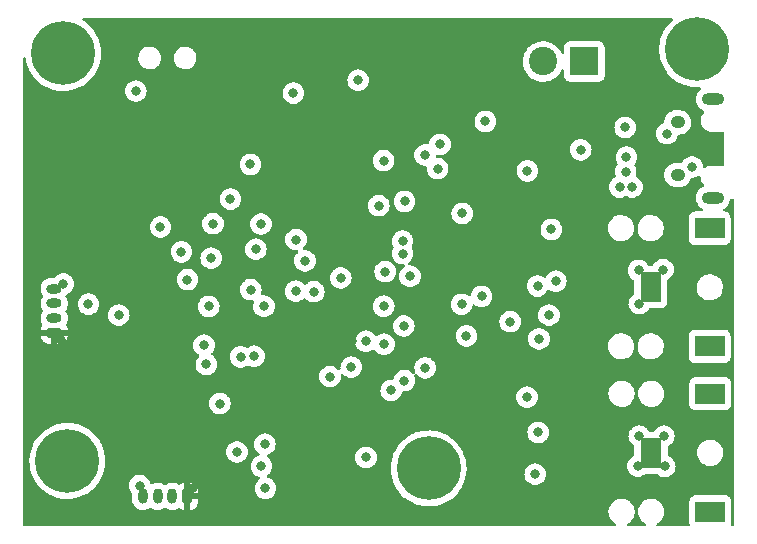
<source format=gbr>
%TF.GenerationSoftware,KiCad,Pcbnew,(5.99.0-11177-g6c67dfa032)*%
%TF.CreationDate,2021-08-02T03:39:22-04:00*%
%TF.ProjectId,STM32+Codec,53544d33-322b-4436-9f64-65632e6b6963,1.0*%
%TF.SameCoordinates,Original*%
%TF.FileFunction,Copper,L3,Inr*%
%TF.FilePolarity,Positive*%
%FSLAX46Y46*%
G04 Gerber Fmt 4.6, Leading zero omitted, Abs format (unit mm)*
G04 Created by KiCad (PCBNEW (5.99.0-11177-g6c67dfa032)) date 2021-08-02 03:39:22*
%MOMM*%
%LPD*%
G01*
G04 APERTURE LIST*
G04 Aperture macros list*
%AMRoundRect*
0 Rectangle with rounded corners*
0 $1 Rounding radius*
0 $2 $3 $4 $5 $6 $7 $8 $9 X,Y pos of 4 corners*
0 Add a 4 corners polygon primitive as box body*
4,1,4,$2,$3,$4,$5,$6,$7,$8,$9,$2,$3,0*
0 Add four circle primitives for the rounded corners*
1,1,$1+$1,$2,$3*
1,1,$1+$1,$4,$5*
1,1,$1+$1,$6,$7*
1,1,$1+$1,$8,$9*
0 Add four rect primitives between the rounded corners*
20,1,$1+$1,$2,$3,$4,$5,0*
20,1,$1+$1,$4,$5,$6,$7,0*
20,1,$1+$1,$6,$7,$8,$9,0*
20,1,$1+$1,$8,$9,$2,$3,0*%
G04 Aperture macros list end*
%TA.AperFunction,ComponentPad*%
%ADD10C,0.800000*%
%TD*%
%TA.AperFunction,ComponentPad*%
%ADD11C,5.400000*%
%TD*%
%TA.AperFunction,ComponentPad*%
%ADD12R,1.800000X2.500000*%
%TD*%
%TA.AperFunction,ComponentPad*%
%ADD13R,2.500000X1.800000*%
%TD*%
%TA.AperFunction,ComponentPad*%
%ADD14R,2.400000X2.400000*%
%TD*%
%TA.AperFunction,ComponentPad*%
%ADD15C,2.400000*%
%TD*%
%TA.AperFunction,ComponentPad*%
%ADD16RoundRect,0.200000X0.450000X-0.200000X0.450000X0.200000X-0.450000X0.200000X-0.450000X-0.200000X0*%
%TD*%
%TA.AperFunction,ComponentPad*%
%ADD17O,1.300000X0.800000*%
%TD*%
%TA.AperFunction,ComponentPad*%
%ADD18RoundRect,0.200000X0.200000X0.450000X-0.200000X0.450000X-0.200000X-0.450000X0.200000X-0.450000X0*%
%TD*%
%TA.AperFunction,ComponentPad*%
%ADD19O,0.800000X1.300000*%
%TD*%
%TA.AperFunction,ComponentPad*%
%ADD20O,1.900000X1.000000*%
%TD*%
%TA.AperFunction,ComponentPad*%
%ADD21O,1.250000X1.050000*%
%TD*%
%TA.AperFunction,ViaPad*%
%ADD22C,0.800000*%
%TD*%
G04 APERTURE END LIST*
D10*
%TO.N,GND*%
%TO.C,H4*%
X111540891Y-52485891D03*
X108677109Y-49622109D03*
X110109000Y-49029000D03*
X110109000Y-53079000D03*
X108084000Y-51054000D03*
X112134000Y-51054000D03*
X108677109Y-52485891D03*
D11*
X110109000Y-51054000D03*
D10*
X111540891Y-49622109D03*
%TD*%
D12*
%TO.N,GND*%
%TO.C,Mic*%
X159842200Y-70891400D03*
D13*
X164842200Y-75891400D03*
%TO.N,Net-(C21-Pad1)*%
X164842200Y-65891400D03*
%TD*%
D14*
%TO.N,+12V*%
%TO.C,+12V*%
X154226200Y-51779400D03*
D15*
%TO.N,GND*%
X150726200Y-51779400D03*
%TD*%
D16*
%TO.N,DBVDD*%
%TO.C,I2C*%
X109347000Y-74757600D03*
D17*
%TO.N,Net-(J4-Pad2)*%
X109347000Y-73507600D03*
%TO.N,Net-(J4-Pad3)*%
X109347000Y-72257600D03*
%TO.N,GND*%
X109347000Y-71007600D03*
%TD*%
D18*
%TO.N,DBVDD*%
%TO.C,UART*%
X120604600Y-88595200D03*
D19*
%TO.N,Net-(J7-Pad2)*%
X119354600Y-88595200D03*
%TO.N,Net-(J7-Pad3)*%
X118104600Y-88595200D03*
%TO.N,GND*%
X116854600Y-88595200D03*
%TD*%
D12*
%TO.N,GND*%
%TO.C,Speaker*%
X159879600Y-84912200D03*
D13*
%TO.N,Net-(C20-Pad2)*%
X164879600Y-89912200D03*
%TO.N,Net-(C19-Pad2)*%
X164879600Y-79912200D03*
%TD*%
D20*
%TO.N,unconnected-(J3-Pad6)*%
%TO.C,USB*%
X165128800Y-54981600D03*
D21*
X162128800Y-56931600D03*
X162128800Y-61381600D03*
D20*
X165128800Y-63331600D03*
%TD*%
D11*
%TO.N,GND*%
%TO.C,H3*%
X163779200Y-50749200D03*
D10*
X161754200Y-50749200D03*
X163779200Y-48724200D03*
X165804200Y-50749200D03*
X165211091Y-49317309D03*
X162347309Y-52181091D03*
X163779200Y-52774200D03*
X165211091Y-52181091D03*
X162347309Y-49317309D03*
%TD*%
%TO.N,GND*%
%TO.C,H1*%
X112489600Y-85598000D03*
X110464600Y-83573000D03*
X111896491Y-84166109D03*
X109032709Y-84166109D03*
D11*
X110464600Y-85598000D03*
D10*
X108439600Y-85598000D03*
X111896491Y-87029891D03*
X110464600Y-87623000D03*
X109032709Y-87029891D03*
%TD*%
%TO.N,GND*%
%TO.C,H2*%
X143071200Y-86233000D03*
X142478091Y-87664891D03*
X141046200Y-84208000D03*
X139614309Y-84801109D03*
X139614309Y-87664891D03*
X141046200Y-88258000D03*
D11*
X141046200Y-86233000D03*
D10*
X142478091Y-84801109D03*
X139021200Y-86233000D03*
%TD*%
D22*
%TO.N,GND*%
X149377400Y-80187800D03*
X136829800Y-63982600D03*
X150063200Y-86715600D03*
X161036000Y-86055200D03*
X149402800Y-61036200D03*
X127228600Y-87909400D03*
X145846800Y-56845200D03*
X157683200Y-57353200D03*
X160883600Y-69392800D03*
X150393400Y-75260200D03*
X137236200Y-60172600D03*
X141808200Y-60858400D03*
X135737600Y-75463400D03*
X150317200Y-83185000D03*
X139001800Y-63627000D03*
X158877000Y-72288400D03*
X140741400Y-59690000D03*
X120624600Y-70256400D03*
X122021600Y-75793600D03*
X120116600Y-67894200D03*
X158826200Y-69469000D03*
X124256800Y-63423800D03*
X127177800Y-84175600D03*
X129590800Y-54457600D03*
X143891000Y-64643000D03*
X110109000Y-70612000D03*
X150266400Y-70789800D03*
X125960916Y-60490300D03*
X116586000Y-87680800D03*
X138938000Y-74168000D03*
X158750000Y-86029800D03*
X134493000Y-77647800D03*
X118338600Y-65786000D03*
X142011400Y-58801000D03*
X135077200Y-53365400D03*
X126263400Y-76733400D03*
X138988800Y-78790800D03*
X126883685Y-86042700D03*
X163347400Y-60706000D03*
X116255800Y-54279800D03*
X158877000Y-83489800D03*
X160959800Y-83489800D03*
X122783600Y-65506600D03*
X140745780Y-77713000D03*
X151434800Y-65989200D03*
%TO.N,RXD*%
X122224800Y-77419200D03*
X125120400Y-76784200D03*
%TO.N,I2C_SCL*%
X129819400Y-66852800D03*
X147942500Y-73812400D03*
%TO.N,I2C_SDA*%
X127101600Y-72491600D03*
X126847600Y-65532000D03*
X151815800Y-70383400D03*
X122428000Y-72517000D03*
%TO.N,Net-(J4-Pad3)*%
X112242600Y-72313800D03*
X114808000Y-73253600D03*
%TO.N,SWO*%
X130581400Y-68656200D03*
X123367800Y-80746600D03*
%TO.N,Net-(J1-Pad6)*%
X135737600Y-85293200D03*
X124815600Y-84836000D03*
%TO.N,SWDIO*%
X133604000Y-70104000D03*
X132689600Y-78460600D03*
%TO.N,DBVDD*%
X134543800Y-75412600D03*
X126060200Y-64236600D03*
X116179600Y-75565000D03*
X118237000Y-71704200D03*
X147945780Y-71863000D03*
X133527800Y-59867800D03*
X121081800Y-87858600D03*
X122199400Y-62331600D03*
X144449800Y-52755800D03*
X125399800Y-64897000D03*
X144500600Y-49834800D03*
X140106400Y-71424800D03*
X109880400Y-75336400D03*
X124282200Y-55041800D03*
X127152400Y-82550000D03*
X128507877Y-76666477D03*
X146481800Y-65506600D03*
X122555000Y-59766200D03*
X138988800Y-75895200D03*
X135686800Y-62560200D03*
X121081800Y-64871600D03*
X127203200Y-55524400D03*
%TO.N,HSE_OUT*%
X126415800Y-67665600D03*
X122631200Y-68427600D03*
%TO.N,USB_D+*%
X138836400Y-66988200D03*
X157209000Y-62407800D03*
%TO.N,+5V*%
X157789316Y-59883820D03*
X161213800Y-57886600D03*
X153924000Y-59258200D03*
X157729279Y-61095409D03*
%TO.N,USB_D-*%
X158259000Y-62407800D03*
X138836400Y-68038200D03*
%TO.N,I2S_SCLK*%
X145529100Y-71666300D03*
X137363200Y-69570600D03*
X143840200Y-72339200D03*
X137245873Y-72494427D03*
%TO.N,I2S_LRCK*%
X144246600Y-75006200D03*
X137261600Y-75717400D03*
%TO.N,+3.3VA*%
X125984000Y-71094600D03*
X137871200Y-79629000D03*
X129794000Y-71221600D03*
X131330900Y-71272400D03*
%TO.N,I2S_MCLK*%
X151231600Y-73253600D03*
X139471400Y-69951600D03*
%TD*%
%TA.AperFunction,Conductor*%
%TO.N,DBVDD*%
G36*
X161687488Y-48102202D02*
G01*
X161733981Y-48155858D01*
X161744085Y-48226132D01*
X161714591Y-48290712D01*
X161702362Y-48303004D01*
X161686457Y-48316928D01*
X161530793Y-48453202D01*
X161288872Y-48718138D01*
X161077992Y-49008390D01*
X161076250Y-49011456D01*
X161076249Y-49011458D01*
X161068110Y-49025786D01*
X160900780Y-49320340D01*
X160864091Y-49405942D01*
X160771457Y-49622074D01*
X160759445Y-49650099D01*
X160758428Y-49653468D01*
X160666404Y-49958268D01*
X160655749Y-49993558D01*
X160635678Y-50102919D01*
X160592413Y-50338651D01*
X160590984Y-50346435D01*
X160565957Y-50704332D01*
X160580981Y-51062788D01*
X160593173Y-51141542D01*
X160633144Y-51399737D01*
X160635868Y-51417336D01*
X160636790Y-51420728D01*
X160636790Y-51420730D01*
X160658812Y-51501784D01*
X160729934Y-51763556D01*
X160862006Y-52097133D01*
X160863661Y-52100245D01*
X160863663Y-52100250D01*
X160951415Y-52265287D01*
X161030439Y-52413909D01*
X161032424Y-52416807D01*
X161032430Y-52416818D01*
X161231142Y-52707029D01*
X161231147Y-52707035D01*
X161233133Y-52709936D01*
X161235436Y-52712604D01*
X161400144Y-52903420D01*
X161467561Y-52981524D01*
X161730802Y-53225287D01*
X161733628Y-53227370D01*
X161733631Y-53227373D01*
X161816842Y-53288721D01*
X162019575Y-53438189D01*
X162022612Y-53439943D01*
X162022616Y-53439945D01*
X162106118Y-53488155D01*
X162330280Y-53617575D01*
X162333501Y-53618982D01*
X162655822Y-53759801D01*
X162655832Y-53759805D01*
X162659044Y-53761208D01*
X162662401Y-53762247D01*
X162662406Y-53762249D01*
X162802040Y-53805473D01*
X163001770Y-53867300D01*
X163354187Y-53934527D01*
X163622251Y-53955153D01*
X163708403Y-53961782D01*
X163708404Y-53961782D01*
X163711900Y-53962051D01*
X163857412Y-53956970D01*
X163986588Y-53952459D01*
X164055365Y-53970071D01*
X164103702Y-54022072D01*
X164116252Y-54091950D01*
X164089031Y-54157521D01*
X164070620Y-54176025D01*
X163969433Y-54258551D01*
X163969430Y-54258554D01*
X163964653Y-54262450D01*
X163960726Y-54267197D01*
X163960724Y-54267199D01*
X163842498Y-54410109D01*
X163842495Y-54410114D01*
X163838570Y-54414858D01*
X163835640Y-54420277D01*
X163835638Y-54420280D01*
X163805508Y-54476006D01*
X163744492Y-54588853D01*
X163686000Y-54777808D01*
X163685357Y-54783926D01*
X163685356Y-54783931D01*
X163665969Y-54968395D01*
X163665325Y-54974524D01*
X163665884Y-54980664D01*
X163680063Y-55136466D01*
X163683252Y-55171511D01*
X163739099Y-55361264D01*
X163830739Y-55536555D01*
X163954682Y-55690709D01*
X164106206Y-55817853D01*
X164111598Y-55820817D01*
X164111602Y-55820820D01*
X164252175Y-55898100D01*
X164279540Y-55913144D01*
X164285406Y-55915005D01*
X164285411Y-55915007D01*
X164285762Y-55915118D01*
X164285921Y-55915225D01*
X164291077Y-55917435D01*
X164290657Y-55918415D01*
X164344645Y-55954783D01*
X164372736Y-56019986D01*
X164361116Y-56090026D01*
X164341297Y-56119529D01*
X164242919Y-56228788D01*
X164144610Y-56399064D01*
X164083852Y-56586060D01*
X164083162Y-56592623D01*
X164083162Y-56592624D01*
X164075888Y-56661835D01*
X164063300Y-56781600D01*
X164063990Y-56788165D01*
X164079828Y-56938850D01*
X164083852Y-56977140D01*
X164085892Y-56983418D01*
X164085892Y-56983419D01*
X164087456Y-56988233D01*
X164144610Y-57164136D01*
X164147913Y-57169858D01*
X164147914Y-57169859D01*
X164172617Y-57212645D01*
X164242919Y-57334412D01*
X164247337Y-57339319D01*
X164247338Y-57339320D01*
X164253925Y-57346635D01*
X164374483Y-57480528D01*
X164533550Y-57596097D01*
X164539578Y-57598781D01*
X164539580Y-57598782D01*
X164707138Y-57673384D01*
X164713169Y-57676069D01*
X164905491Y-57716948D01*
X164959789Y-57718413D01*
X164986805Y-57719142D01*
X164988808Y-57719259D01*
X164991261Y-57719671D01*
X164997398Y-57719746D01*
X164998941Y-57719765D01*
X164998945Y-57719765D01*
X165003800Y-57719824D01*
X165031388Y-57715873D01*
X165049251Y-57714600D01*
X165944800Y-57714600D01*
X166012921Y-57734602D01*
X166059414Y-57788258D01*
X166070800Y-57840600D01*
X166070800Y-60472600D01*
X166050798Y-60540721D01*
X165997142Y-60587214D01*
X165944800Y-60598600D01*
X165057007Y-60598600D01*
X165036103Y-60596854D01*
X165021932Y-60594470D01*
X165016339Y-60593529D01*
X165010123Y-60593453D01*
X165008663Y-60593435D01*
X165008659Y-60593435D01*
X165005949Y-60593402D01*
X165005948Y-60593402D01*
X165003800Y-60593376D01*
X165003806Y-60592922D01*
X165001841Y-60592482D01*
X165001873Y-60593652D01*
X164905491Y-60596252D01*
X164713169Y-60637131D01*
X164707140Y-60639815D01*
X164707138Y-60639816D01*
X164539580Y-60714418D01*
X164539578Y-60714419D01*
X164533550Y-60717103D01*
X164528209Y-60720983D01*
X164528208Y-60720984D01*
X164457890Y-60772073D01*
X164391022Y-60795932D01*
X164321870Y-60779851D01*
X164272390Y-60728937D01*
X164258519Y-60683308D01*
X164241632Y-60522634D01*
X164241631Y-60522631D01*
X164240942Y-60516072D01*
X164181927Y-60334444D01*
X164174429Y-60321456D01*
X164130334Y-60245082D01*
X164086440Y-60169056D01*
X164000625Y-60073748D01*
X163963075Y-60032045D01*
X163963074Y-60032044D01*
X163958653Y-60027134D01*
X163851848Y-59949535D01*
X163809494Y-59918763D01*
X163809493Y-59918762D01*
X163804152Y-59914882D01*
X163798124Y-59912198D01*
X163798122Y-59912197D01*
X163635719Y-59839891D01*
X163635718Y-59839891D01*
X163629688Y-59837206D01*
X163531545Y-59816345D01*
X163449344Y-59798872D01*
X163449339Y-59798872D01*
X163442887Y-59797500D01*
X163251913Y-59797500D01*
X163245461Y-59798872D01*
X163245456Y-59798872D01*
X163163255Y-59816345D01*
X163065112Y-59837206D01*
X163059082Y-59839891D01*
X163059081Y-59839891D01*
X162896678Y-59912197D01*
X162896676Y-59912198D01*
X162890648Y-59914882D01*
X162885307Y-59918762D01*
X162885306Y-59918763D01*
X162842952Y-59949535D01*
X162736147Y-60027134D01*
X162731726Y-60032044D01*
X162731725Y-60032045D01*
X162694176Y-60073748D01*
X162608360Y-60169056D01*
X162564466Y-60245082D01*
X162532955Y-60299661D01*
X162481572Y-60348654D01*
X162409791Y-60361876D01*
X162347190Y-60354854D01*
X162286974Y-60348100D01*
X161977806Y-60348100D01*
X161827088Y-60362878D01*
X161633058Y-60421459D01*
X161572318Y-60453755D01*
X161459545Y-60513717D01*
X161459542Y-60513719D01*
X161454103Y-60516611D01*
X161449333Y-60520501D01*
X161449329Y-60520504D01*
X161301805Y-60640822D01*
X161297037Y-60644711D01*
X161167844Y-60800878D01*
X161164915Y-60806295D01*
X161164913Y-60806298D01*
X161074375Y-60973745D01*
X161074373Y-60973750D01*
X161071445Y-60979165D01*
X161069623Y-60985051D01*
X161018853Y-61149064D01*
X161011511Y-61172781D01*
X161010867Y-61178906D01*
X161010867Y-61178907D01*
X161000093Y-61281418D01*
X160990325Y-61374350D01*
X160990884Y-61380490D01*
X161001743Y-61499803D01*
X161008695Y-61576195D01*
X161010433Y-61582101D01*
X161010434Y-61582105D01*
X161020273Y-61615534D01*
X161065920Y-61770629D01*
X161159820Y-61950244D01*
X161286820Y-62108200D01*
X161442082Y-62238480D01*
X161447477Y-62241446D01*
X161447483Y-62241450D01*
X161566249Y-62306742D01*
X161619691Y-62336122D01*
X161812884Y-62397406D01*
X161819001Y-62398092D01*
X161819005Y-62398093D01*
X161893167Y-62406411D01*
X161970626Y-62415100D01*
X162279794Y-62415100D01*
X162430512Y-62400322D01*
X162624542Y-62341741D01*
X162714020Y-62294165D01*
X162798055Y-62249483D01*
X162798058Y-62249481D01*
X162803497Y-62246589D01*
X162808267Y-62242699D01*
X162808271Y-62242696D01*
X162955795Y-62122378D01*
X162955797Y-62122376D01*
X162960563Y-62118489D01*
X163089756Y-61962322D01*
X163099239Y-61944784D01*
X163183225Y-61789455D01*
X163183227Y-61789450D01*
X163186155Y-61784035D01*
X163201823Y-61733419D01*
X163211165Y-61703241D01*
X163250416Y-61644081D01*
X163315421Y-61615534D01*
X163331530Y-61614500D01*
X163442887Y-61614500D01*
X163449339Y-61613128D01*
X163449344Y-61613128D01*
X163536287Y-61594647D01*
X163629688Y-61574794D01*
X163704057Y-61541683D01*
X163798122Y-61499803D01*
X163798124Y-61499802D01*
X163804152Y-61497118D01*
X163864989Y-61452917D01*
X163931856Y-61429059D01*
X164001008Y-61445139D01*
X164050488Y-61496053D01*
X164064360Y-61541682D01*
X164083852Y-61727140D01*
X164085892Y-61733418D01*
X164085892Y-61733419D01*
X164096062Y-61764720D01*
X164144610Y-61914136D01*
X164242919Y-62084412D01*
X164247337Y-62089319D01*
X164247338Y-62089320D01*
X164340952Y-62193288D01*
X164371669Y-62257296D01*
X164362906Y-62327749D01*
X164317443Y-62382281D01*
X164296825Y-62393293D01*
X164292585Y-62394573D01*
X164117938Y-62487434D01*
X164083771Y-62515300D01*
X163969428Y-62608555D01*
X163969425Y-62608558D01*
X163964653Y-62612450D01*
X163960726Y-62617197D01*
X163960724Y-62617199D01*
X163842498Y-62760109D01*
X163842495Y-62760114D01*
X163838570Y-62764858D01*
X163835640Y-62770277D01*
X163835638Y-62770280D01*
X163769515Y-62892574D01*
X163744492Y-62938853D01*
X163686000Y-63127808D01*
X163685357Y-63133926D01*
X163685356Y-63133931D01*
X163666189Y-63316300D01*
X163665325Y-63324524D01*
X163665884Y-63330664D01*
X163682117Y-63509037D01*
X163683252Y-63521511D01*
X163684990Y-63527417D01*
X163684991Y-63527421D01*
X163712240Y-63620006D01*
X163739099Y-63711264D01*
X163830739Y-63886555D01*
X163834599Y-63891355D01*
X163834599Y-63891356D01*
X163840216Y-63898342D01*
X163954682Y-64040709D01*
X163959399Y-64044667D01*
X163959401Y-64044669D01*
X163966648Y-64050750D01*
X164106206Y-64167853D01*
X164111598Y-64170817D01*
X164111602Y-64170820D01*
X164240142Y-64241485D01*
X164290201Y-64291831D01*
X164305094Y-64361248D01*
X164280093Y-64427697D01*
X164223136Y-64470081D01*
X164179441Y-64477900D01*
X163592200Y-64477900D01*
X163519121Y-64483127D01*
X163466084Y-64498700D01*
X163387530Y-64521765D01*
X163387528Y-64521766D01*
X163378884Y-64524304D01*
X163371305Y-64529175D01*
X163263509Y-64598451D01*
X163263506Y-64598453D01*
X163255929Y-64603323D01*
X163250028Y-64610133D01*
X163166118Y-64706969D01*
X163166116Y-64706972D01*
X163160216Y-64713781D01*
X163156472Y-64721979D01*
X163108905Y-64826137D01*
X163099500Y-64846730D01*
X163098218Y-64855645D01*
X163098218Y-64855646D01*
X163079339Y-64986952D01*
X163079338Y-64986959D01*
X163078700Y-64991400D01*
X163078700Y-66791400D01*
X163083927Y-66864479D01*
X163097370Y-66910262D01*
X163122355Y-66995352D01*
X163125104Y-67004716D01*
X163129975Y-67012295D01*
X163199251Y-67120091D01*
X163199253Y-67120094D01*
X163204123Y-67127671D01*
X163210933Y-67133572D01*
X163307769Y-67217482D01*
X163307772Y-67217484D01*
X163314581Y-67223384D01*
X163447530Y-67284100D01*
X163456445Y-67285382D01*
X163456446Y-67285382D01*
X163587752Y-67304261D01*
X163587759Y-67304262D01*
X163592200Y-67304900D01*
X166092200Y-67304900D01*
X166165279Y-67299673D01*
X166243365Y-67276745D01*
X166296870Y-67261035D01*
X166296872Y-67261034D01*
X166305516Y-67258496D01*
X166354325Y-67227128D01*
X166420891Y-67184349D01*
X166420894Y-67184347D01*
X166428471Y-67179477D01*
X166435327Y-67171565D01*
X166518282Y-67075831D01*
X166518284Y-67075828D01*
X166524184Y-67069019D01*
X166542875Y-67028091D01*
X166581158Y-66944264D01*
X166581158Y-66944263D01*
X166584900Y-66936070D01*
X166594261Y-66870962D01*
X166605061Y-66795848D01*
X166605062Y-66795841D01*
X166605700Y-66791400D01*
X166605700Y-64991400D01*
X166600473Y-64918321D01*
X166575316Y-64832645D01*
X166561835Y-64786730D01*
X166561834Y-64786728D01*
X166559296Y-64778084D01*
X166513593Y-64706969D01*
X166485149Y-64662709D01*
X166485147Y-64662706D01*
X166480277Y-64655129D01*
X166473467Y-64649228D01*
X166376631Y-64565318D01*
X166376628Y-64565316D01*
X166369819Y-64559416D01*
X166361621Y-64555672D01*
X166245064Y-64502442D01*
X166245063Y-64502442D01*
X166236870Y-64498700D01*
X166227955Y-64497418D01*
X166227954Y-64497418D01*
X166096648Y-64478539D01*
X166096641Y-64478538D01*
X166092200Y-64477900D01*
X166076789Y-64477900D01*
X166008668Y-64457898D01*
X165962175Y-64404242D01*
X165952071Y-64333968D01*
X165981565Y-64269388D01*
X166017636Y-64240648D01*
X166139662Y-64175766D01*
X166235313Y-64097755D01*
X166288172Y-64054645D01*
X166288175Y-64054642D01*
X166292947Y-64050750D01*
X166305225Y-64035909D01*
X166415102Y-63903091D01*
X166415105Y-63903086D01*
X166419030Y-63898342D01*
X166421962Y-63892920D01*
X166510179Y-63729765D01*
X166510181Y-63729761D01*
X166513108Y-63724347D01*
X166571600Y-63535392D01*
X166573390Y-63518360D01*
X166600402Y-63452703D01*
X166664076Y-63410380D01*
X166742776Y-63387888D01*
X166813771Y-63388401D01*
X166873218Y-63427215D01*
X166902244Y-63492007D01*
X166903400Y-63509037D01*
X166903400Y-91009200D01*
X166883398Y-91077321D01*
X166829742Y-91123814D01*
X166777400Y-91135200D01*
X166736918Y-91135200D01*
X166668797Y-91115198D01*
X166622304Y-91061542D01*
X166612200Y-90991268D01*
X166616021Y-90973703D01*
X166618557Y-90965065D01*
X166622300Y-90956870D01*
X166623582Y-90947953D01*
X166623583Y-90947950D01*
X166642461Y-90816648D01*
X166642462Y-90816641D01*
X166643100Y-90812200D01*
X166643100Y-89012200D01*
X166637873Y-88939121D01*
X166612784Y-88853675D01*
X166599235Y-88807530D01*
X166599234Y-88807528D01*
X166596696Y-88798884D01*
X166572174Y-88760728D01*
X166522549Y-88683509D01*
X166522547Y-88683506D01*
X166517677Y-88675929D01*
X166492685Y-88654273D01*
X166414031Y-88586118D01*
X166414028Y-88586116D01*
X166407219Y-88580216D01*
X166399021Y-88576472D01*
X166282464Y-88523242D01*
X166282463Y-88523242D01*
X166274270Y-88519500D01*
X166265355Y-88518218D01*
X166265354Y-88518218D01*
X166134048Y-88499339D01*
X166134041Y-88499338D01*
X166129600Y-88498700D01*
X163629600Y-88498700D01*
X163556521Y-88503927D01*
X163503484Y-88519500D01*
X163424930Y-88542565D01*
X163424928Y-88542566D01*
X163416284Y-88545104D01*
X163408705Y-88549975D01*
X163300909Y-88619251D01*
X163300906Y-88619253D01*
X163293329Y-88624123D01*
X163287428Y-88630933D01*
X163203518Y-88727769D01*
X163203516Y-88727772D01*
X163197616Y-88734581D01*
X163193872Y-88742779D01*
X163146305Y-88846937D01*
X163136900Y-88867530D01*
X163135618Y-88876445D01*
X163135618Y-88876446D01*
X163116739Y-89007752D01*
X163116738Y-89007759D01*
X163116100Y-89012200D01*
X163116100Y-90812200D01*
X163121327Y-90885279D01*
X163137012Y-90938698D01*
X163147290Y-90973702D01*
X163147290Y-91044699D01*
X163108906Y-91104425D01*
X163044325Y-91133918D01*
X163026394Y-91135200D01*
X160447423Y-91135200D01*
X160379302Y-91115198D01*
X160332809Y-91061542D01*
X160322705Y-90991268D01*
X160352199Y-90926688D01*
X160385857Y-90899266D01*
X160392439Y-90895580D01*
X160510151Y-90829658D01*
X160666786Y-90699386D01*
X160797058Y-90542751D01*
X160896604Y-90364999D01*
X160898460Y-90359532D01*
X160898462Y-90359527D01*
X160960234Y-90177552D01*
X160960235Y-90177547D01*
X160962090Y-90172083D01*
X160991323Y-89970463D01*
X160992849Y-89912200D01*
X160977719Y-89747532D01*
X160974737Y-89715080D01*
X160974736Y-89715077D01*
X160974208Y-89709326D01*
X160963896Y-89672762D01*
X160920475Y-89518806D01*
X160920474Y-89518804D01*
X160918907Y-89513247D01*
X160908280Y-89491696D01*
X160831356Y-89335710D01*
X160828801Y-89330529D01*
X160810396Y-89305881D01*
X160710358Y-89171915D01*
X160710358Y-89171914D01*
X160706905Y-89167291D01*
X160570723Y-89041405D01*
X160561543Y-89032919D01*
X160561540Y-89032917D01*
X160557303Y-89029000D01*
X160497623Y-88991345D01*
X160389888Y-88923369D01*
X160389883Y-88923367D01*
X160385004Y-88920288D01*
X160195780Y-88844795D01*
X159995966Y-88805049D01*
X159990192Y-88804973D01*
X159990188Y-88804973D01*
X159887052Y-88803624D01*
X159792255Y-88802383D01*
X159786558Y-88803362D01*
X159786557Y-88803362D01*
X159597167Y-88835905D01*
X159591470Y-88836884D01*
X159400334Y-88907398D01*
X159395373Y-88910350D01*
X159395372Y-88910350D01*
X159231655Y-89007752D01*
X159225249Y-89011563D01*
X159072078Y-89145890D01*
X159068511Y-89150415D01*
X159068506Y-89150420D01*
X158993119Y-89246049D01*
X158945951Y-89305881D01*
X158943262Y-89310992D01*
X158943260Y-89310995D01*
X158905828Y-89382142D01*
X158851092Y-89486178D01*
X158790678Y-89680743D01*
X158766732Y-89883059D01*
X158780057Y-90086351D01*
X158830205Y-90283810D01*
X158915498Y-90468824D01*
X159033079Y-90635197D01*
X159179010Y-90777357D01*
X159183806Y-90780562D01*
X159183809Y-90780564D01*
X159227778Y-90809943D01*
X159348403Y-90890542D01*
X159355129Y-90893432D01*
X159355694Y-90893899D01*
X159358789Y-90895580D01*
X159358459Y-90896188D01*
X159409821Y-90938698D01*
X159431360Y-91006349D01*
X159412904Y-91074905D01*
X159360314Y-91122600D01*
X159305392Y-91135200D01*
X157947423Y-91135200D01*
X157879302Y-91115198D01*
X157832809Y-91061542D01*
X157822705Y-90991268D01*
X157852199Y-90926688D01*
X157885857Y-90899266D01*
X157892439Y-90895580D01*
X158010151Y-90829658D01*
X158166786Y-90699386D01*
X158297058Y-90542751D01*
X158396604Y-90364999D01*
X158398460Y-90359532D01*
X158398462Y-90359527D01*
X158460234Y-90177552D01*
X158460235Y-90177547D01*
X158462090Y-90172083D01*
X158491323Y-89970463D01*
X158492849Y-89912200D01*
X158477719Y-89747532D01*
X158474737Y-89715080D01*
X158474736Y-89715077D01*
X158474208Y-89709326D01*
X158463896Y-89672762D01*
X158420475Y-89518806D01*
X158420474Y-89518804D01*
X158418907Y-89513247D01*
X158408280Y-89491696D01*
X158331356Y-89335710D01*
X158328801Y-89330529D01*
X158310396Y-89305881D01*
X158210358Y-89171915D01*
X158210358Y-89171914D01*
X158206905Y-89167291D01*
X158070723Y-89041405D01*
X158061543Y-89032919D01*
X158061540Y-89032917D01*
X158057303Y-89029000D01*
X157997623Y-88991345D01*
X157889888Y-88923369D01*
X157889883Y-88923367D01*
X157885004Y-88920288D01*
X157695780Y-88844795D01*
X157495966Y-88805049D01*
X157490192Y-88804973D01*
X157490188Y-88804973D01*
X157387052Y-88803624D01*
X157292255Y-88802383D01*
X157286558Y-88803362D01*
X157286557Y-88803362D01*
X157097167Y-88835905D01*
X157091470Y-88836884D01*
X156900334Y-88907398D01*
X156895373Y-88910350D01*
X156895372Y-88910350D01*
X156731655Y-89007752D01*
X156725249Y-89011563D01*
X156572078Y-89145890D01*
X156568511Y-89150415D01*
X156568506Y-89150420D01*
X156493119Y-89246049D01*
X156445951Y-89305881D01*
X156443262Y-89310992D01*
X156443260Y-89310995D01*
X156405828Y-89382142D01*
X156351092Y-89486178D01*
X156290678Y-89680743D01*
X156266732Y-89883059D01*
X156280057Y-90086351D01*
X156330205Y-90283810D01*
X156415498Y-90468824D01*
X156533079Y-90635197D01*
X156679010Y-90777357D01*
X156683806Y-90780562D01*
X156683809Y-90780564D01*
X156727778Y-90809943D01*
X156848403Y-90890542D01*
X156855129Y-90893432D01*
X156855694Y-90893899D01*
X156858789Y-90895580D01*
X156858459Y-90896188D01*
X156909821Y-90938698D01*
X156931360Y-91006349D01*
X156912904Y-91074905D01*
X156860314Y-91122600D01*
X156805392Y-91135200D01*
X106806000Y-91135200D01*
X106737879Y-91115198D01*
X106691386Y-91061542D01*
X106680000Y-91009200D01*
X106680000Y-85553132D01*
X107251357Y-85553132D01*
X107266381Y-85911588D01*
X107284681Y-86029800D01*
X107318988Y-86251406D01*
X107321268Y-86266136D01*
X107415334Y-86612356D01*
X107466809Y-86742367D01*
X107543841Y-86936928D01*
X107547406Y-86945933D01*
X107549061Y-86949045D01*
X107549063Y-86949050D01*
X107599172Y-87043291D01*
X107715839Y-87262709D01*
X107717824Y-87265607D01*
X107717830Y-87265618D01*
X107916542Y-87555829D01*
X107916547Y-87555835D01*
X107918533Y-87558736D01*
X107920836Y-87561404D01*
X108145753Y-87821973D01*
X108152961Y-87830324D01*
X108416202Y-88074087D01*
X108704975Y-88286989D01*
X108708012Y-88288743D01*
X108708016Y-88288745D01*
X108795977Y-88339529D01*
X109015680Y-88466375D01*
X109018901Y-88467782D01*
X109341222Y-88608601D01*
X109341232Y-88608605D01*
X109344444Y-88610008D01*
X109347801Y-88611047D01*
X109347806Y-88611049D01*
X109412041Y-88630933D01*
X109687170Y-88716100D01*
X110039587Y-88783327D01*
X110288234Y-88802459D01*
X110393803Y-88810582D01*
X110393804Y-88810582D01*
X110397300Y-88810851D01*
X110614601Y-88803263D01*
X110752338Y-88798453D01*
X110752343Y-88798453D01*
X110755853Y-88798330D01*
X110759334Y-88797816D01*
X111107283Y-88746436D01*
X111107289Y-88746435D01*
X111110775Y-88745920D01*
X111114179Y-88745021D01*
X111114182Y-88745020D01*
X111454252Y-88655169D01*
X111454253Y-88655169D01*
X111457643Y-88654273D01*
X111792134Y-88524533D01*
X112110078Y-88358316D01*
X112407513Y-88157693D01*
X112410357Y-88155273D01*
X112531284Y-88052356D01*
X112680731Y-87925167D01*
X112887531Y-87704948D01*
X112910208Y-87680800D01*
X115672496Y-87680800D01*
X115692458Y-87870728D01*
X115751473Y-88052356D01*
X115846960Y-88217744D01*
X115909030Y-88286679D01*
X115913736Y-88291906D01*
X115944453Y-88355914D01*
X115946100Y-88376217D01*
X115946100Y-88892772D01*
X115951680Y-88945860D01*
X115958890Y-89014457D01*
X115961062Y-89035127D01*
X116020076Y-89216754D01*
X116023379Y-89222476D01*
X116023380Y-89222477D01*
X116057289Y-89281208D01*
X116115563Y-89382142D01*
X116119981Y-89387049D01*
X116119982Y-89387050D01*
X116238927Y-89519152D01*
X116243349Y-89524063D01*
X116248691Y-89527944D01*
X116248693Y-89527946D01*
X116377252Y-89621349D01*
X116397850Y-89636314D01*
X116403878Y-89638998D01*
X116403880Y-89638999D01*
X116557260Y-89707288D01*
X116572313Y-89713990D01*
X116664335Y-89733550D01*
X116752656Y-89752324D01*
X116752661Y-89752324D01*
X116759113Y-89753696D01*
X116950087Y-89753696D01*
X116956539Y-89752324D01*
X116956544Y-89752324D01*
X117044865Y-89733550D01*
X117136887Y-89713990D01*
X117151940Y-89707288D01*
X117305320Y-89638999D01*
X117305322Y-89638998D01*
X117311350Y-89636314D01*
X117346070Y-89611089D01*
X117405539Y-89567882D01*
X117472407Y-89544023D01*
X117541559Y-89560104D01*
X117553661Y-89567882D01*
X117613131Y-89611089D01*
X117647850Y-89636314D01*
X117653878Y-89638998D01*
X117653880Y-89638999D01*
X117807260Y-89707288D01*
X117822313Y-89713990D01*
X117914335Y-89733550D01*
X118002656Y-89752324D01*
X118002661Y-89752324D01*
X118009113Y-89753696D01*
X118200087Y-89753696D01*
X118206539Y-89752324D01*
X118206544Y-89752324D01*
X118294865Y-89733550D01*
X118386887Y-89713990D01*
X118401940Y-89707288D01*
X118555320Y-89638999D01*
X118555322Y-89638998D01*
X118561350Y-89636314D01*
X118596070Y-89611089D01*
X118655539Y-89567882D01*
X118722407Y-89544023D01*
X118791559Y-89560104D01*
X118803661Y-89567882D01*
X118863131Y-89611089D01*
X118897850Y-89636314D01*
X118903878Y-89638998D01*
X118903880Y-89638999D01*
X119057260Y-89707288D01*
X119072313Y-89713990D01*
X119164335Y-89733550D01*
X119252656Y-89752324D01*
X119252661Y-89752324D01*
X119259113Y-89753696D01*
X119450087Y-89753696D01*
X119456539Y-89752324D01*
X119456544Y-89752324D01*
X119544865Y-89733550D01*
X119636887Y-89713990D01*
X119651940Y-89707288D01*
X119805320Y-89638999D01*
X119805322Y-89638998D01*
X119811350Y-89636314D01*
X119835365Y-89618866D01*
X119902232Y-89595008D01*
X119971384Y-89611089D01*
X119985727Y-89621349D01*
X119985769Y-89621289D01*
X120004397Y-89634235D01*
X120142370Y-89707288D01*
X120156450Y-89712693D01*
X120309640Y-89751172D01*
X120321000Y-89752941D01*
X120323127Y-89753074D01*
X120327118Y-89753200D01*
X120332485Y-89753200D01*
X120347724Y-89748725D01*
X120348929Y-89747335D01*
X120350600Y-89739652D01*
X120350600Y-88862748D01*
X120858600Y-88862748D01*
X120858600Y-89733550D01*
X120862705Y-89747532D01*
X120875871Y-89749575D01*
X120967134Y-89738531D01*
X120981777Y-89734935D01*
X121127827Y-89679747D01*
X121141188Y-89672762D01*
X121269856Y-89584331D01*
X121281168Y-89574358D01*
X121385026Y-89457791D01*
X121393634Y-89445405D01*
X121466688Y-89307430D01*
X121472093Y-89293350D01*
X121510572Y-89140160D01*
X121512341Y-89128800D01*
X121512474Y-89126673D01*
X121512600Y-89122682D01*
X121512600Y-88867315D01*
X121508125Y-88852076D01*
X121506735Y-88850871D01*
X121499052Y-88849200D01*
X120876715Y-88849200D01*
X120861476Y-88853675D01*
X120860271Y-88855065D01*
X120858600Y-88862748D01*
X120350600Y-88862748D01*
X120350600Y-87456850D01*
X120348809Y-87450748D01*
X120858600Y-87450748D01*
X120858600Y-88323085D01*
X120863075Y-88338324D01*
X120864465Y-88339529D01*
X120872148Y-88341200D01*
X121494485Y-88341200D01*
X121509724Y-88336725D01*
X121510929Y-88335335D01*
X121512600Y-88327652D01*
X121512600Y-88107671D01*
X121512144Y-88100116D01*
X121497931Y-87982666D01*
X121494335Y-87968023D01*
X121439147Y-87821973D01*
X121432162Y-87808612D01*
X121343731Y-87679944D01*
X121333758Y-87668632D01*
X121217191Y-87564774D01*
X121204805Y-87556166D01*
X121066830Y-87483112D01*
X121052750Y-87477707D01*
X120899560Y-87439228D01*
X120888200Y-87437459D01*
X120886073Y-87437326D01*
X120882082Y-87437200D01*
X120876715Y-87437200D01*
X120861476Y-87441675D01*
X120860271Y-87443065D01*
X120858600Y-87450748D01*
X120348809Y-87450748D01*
X120346495Y-87442868D01*
X120333329Y-87440825D01*
X120242066Y-87451869D01*
X120227423Y-87455465D01*
X120081373Y-87510653D01*
X120068016Y-87517636D01*
X119983725Y-87575568D01*
X119916255Y-87597668D01*
X119847548Y-87579783D01*
X119838301Y-87573667D01*
X119811350Y-87554086D01*
X119805322Y-87551402D01*
X119805320Y-87551401D01*
X119642918Y-87479095D01*
X119642917Y-87479095D01*
X119636887Y-87476410D01*
X119538350Y-87455465D01*
X119456544Y-87438076D01*
X119456539Y-87438076D01*
X119450087Y-87436704D01*
X119259113Y-87436704D01*
X119252661Y-87438076D01*
X119252656Y-87438076D01*
X119170850Y-87455465D01*
X119072313Y-87476410D01*
X119066283Y-87479095D01*
X119066282Y-87479095D01*
X118903880Y-87551401D01*
X118903878Y-87551402D01*
X118897850Y-87554086D01*
X118892509Y-87557966D01*
X118892508Y-87557967D01*
X118803661Y-87622518D01*
X118736793Y-87646377D01*
X118667641Y-87630296D01*
X118655539Y-87622518D01*
X118566692Y-87557967D01*
X118566691Y-87557966D01*
X118561350Y-87554086D01*
X118555322Y-87551402D01*
X118555320Y-87551401D01*
X118392918Y-87479095D01*
X118392917Y-87479095D01*
X118386887Y-87476410D01*
X118288350Y-87455465D01*
X118206544Y-87438076D01*
X118206539Y-87438076D01*
X118200087Y-87436704D01*
X118009113Y-87436704D01*
X118002661Y-87438076D01*
X118002656Y-87438076D01*
X117920850Y-87455465D01*
X117822313Y-87476410D01*
X117816283Y-87479095D01*
X117816282Y-87479095D01*
X117745402Y-87510653D01*
X117647850Y-87554086D01*
X117646752Y-87551620D01*
X117589395Y-87565534D01*
X117522304Y-87542313D01*
X117478417Y-87486505D01*
X117475559Y-87478614D01*
X117463557Y-87441675D01*
X117420527Y-87309244D01*
X117395340Y-87265618D01*
X117372842Y-87226651D01*
X117325040Y-87143856D01*
X117232074Y-87040606D01*
X117201675Y-87006845D01*
X117201674Y-87006844D01*
X117197253Y-87001934D01*
X117064562Y-86905528D01*
X117048094Y-86893563D01*
X117048093Y-86893562D01*
X117042752Y-86889682D01*
X117036724Y-86886998D01*
X117036722Y-86886997D01*
X116874319Y-86814691D01*
X116874318Y-86814691D01*
X116868288Y-86812006D01*
X116774888Y-86792153D01*
X116687944Y-86773672D01*
X116687939Y-86773672D01*
X116681487Y-86772300D01*
X116490513Y-86772300D01*
X116484061Y-86773672D01*
X116484056Y-86773672D01*
X116397112Y-86792153D01*
X116303712Y-86812006D01*
X116297682Y-86814691D01*
X116297681Y-86814691D01*
X116135278Y-86886997D01*
X116135276Y-86886998D01*
X116129248Y-86889682D01*
X116123907Y-86893562D01*
X116123906Y-86893563D01*
X116107438Y-86905528D01*
X115974747Y-87001934D01*
X115970326Y-87006844D01*
X115970325Y-87006845D01*
X115939927Y-87040606D01*
X115846960Y-87143856D01*
X115799158Y-87226651D01*
X115776661Y-87265618D01*
X115751473Y-87309244D01*
X115692458Y-87490872D01*
X115691768Y-87497433D01*
X115691768Y-87497435D01*
X115678455Y-87624100D01*
X115672496Y-87680800D01*
X112910208Y-87680800D01*
X112923916Y-87666202D01*
X112923920Y-87666197D01*
X112926327Y-87663634D01*
X112928432Y-87660820D01*
X112928438Y-87660813D01*
X113139130Y-87379174D01*
X113141239Y-87376355D01*
X113176926Y-87315529D01*
X113223910Y-87235445D01*
X113322789Y-87066910D01*
X113468715Y-86739156D01*
X113569807Y-86420471D01*
X113576128Y-86400546D01*
X113576128Y-86400545D01*
X113577196Y-86397179D01*
X113646882Y-86045241D01*
X113647095Y-86042700D01*
X125970181Y-86042700D01*
X125970871Y-86049265D01*
X125985097Y-86184614D01*
X125990143Y-86232628D01*
X126049158Y-86414256D01*
X126144645Y-86579644D01*
X126149063Y-86584551D01*
X126149064Y-86584552D01*
X126155900Y-86592144D01*
X126272432Y-86721566D01*
X126426933Y-86833818D01*
X126432961Y-86836502D01*
X126432963Y-86836503D01*
X126587997Y-86905528D01*
X126601397Y-86911494D01*
X126607852Y-86912866D01*
X126607861Y-86912869D01*
X126676651Y-86927491D01*
X126739124Y-86961219D01*
X126773445Y-87023369D01*
X126768717Y-87094208D01*
X126724515Y-87152671D01*
X126617347Y-87230534D01*
X126612926Y-87235444D01*
X126612925Y-87235445D01*
X126588377Y-87262709D01*
X126489560Y-87372456D01*
X126394073Y-87537844D01*
X126335058Y-87719472D01*
X126315096Y-87909400D01*
X126315786Y-87915965D01*
X126332154Y-88071694D01*
X126335058Y-88099328D01*
X126394073Y-88280956D01*
X126397376Y-88286678D01*
X126397377Y-88286679D01*
X126404279Y-88298634D01*
X126489560Y-88446344D01*
X126493978Y-88451251D01*
X126493979Y-88451252D01*
X126594094Y-88562441D01*
X126617347Y-88588266D01*
X126771848Y-88700518D01*
X126777876Y-88703202D01*
X126777878Y-88703203D01*
X126873823Y-88745920D01*
X126946312Y-88778194D01*
X127023778Y-88794660D01*
X127126656Y-88816528D01*
X127126661Y-88816528D01*
X127133113Y-88817900D01*
X127324087Y-88817900D01*
X127330539Y-88816528D01*
X127330544Y-88816528D01*
X127433422Y-88794660D01*
X127510888Y-88778194D01*
X127583377Y-88745920D01*
X127679322Y-88703203D01*
X127679324Y-88703202D01*
X127685352Y-88700518D01*
X127839853Y-88588266D01*
X127863106Y-88562441D01*
X127963221Y-88451252D01*
X127963222Y-88451251D01*
X127967640Y-88446344D01*
X128052921Y-88298634D01*
X128059823Y-88286679D01*
X128059824Y-88286678D01*
X128063127Y-88280956D01*
X128122142Y-88099328D01*
X128125047Y-88071694D01*
X128141414Y-87915965D01*
X128142104Y-87909400D01*
X128122142Y-87719472D01*
X128063127Y-87537844D01*
X127967640Y-87372456D01*
X127868824Y-87262709D01*
X127844275Y-87235445D01*
X127844274Y-87235444D01*
X127839853Y-87230534D01*
X127728422Y-87149574D01*
X127690694Y-87122163D01*
X127690693Y-87122162D01*
X127685352Y-87118282D01*
X127679324Y-87115598D01*
X127679322Y-87115597D01*
X127516919Y-87043291D01*
X127516918Y-87043291D01*
X127510888Y-87040606D01*
X127504433Y-87039234D01*
X127504424Y-87039231D01*
X127435634Y-87024609D01*
X127373161Y-86990881D01*
X127338840Y-86928731D01*
X127343568Y-86857892D01*
X127387770Y-86799429D01*
X127475354Y-86735795D01*
X127489594Y-86725449D01*
X127489596Y-86725447D01*
X127494938Y-86721566D01*
X127611470Y-86592144D01*
X127618306Y-86584552D01*
X127618307Y-86584551D01*
X127622725Y-86579644D01*
X127718212Y-86414256D01*
X127777227Y-86232628D01*
X127782274Y-86184614D01*
X127796499Y-86049265D01*
X127797189Y-86042700D01*
X127785172Y-85928363D01*
X127777917Y-85859335D01*
X127777917Y-85859333D01*
X127777227Y-85852772D01*
X127718212Y-85671144D01*
X127622725Y-85505756D01*
X127608004Y-85489406D01*
X127499360Y-85368745D01*
X127499359Y-85368744D01*
X127494938Y-85363834D01*
X127397719Y-85293200D01*
X134824096Y-85293200D01*
X134824786Y-85299765D01*
X134842555Y-85468824D01*
X134844058Y-85483128D01*
X134903073Y-85664756D01*
X134998560Y-85830144D01*
X135002978Y-85835051D01*
X135002979Y-85835052D01*
X135083502Y-85924482D01*
X135126347Y-85972066D01*
X135187026Y-86016152D01*
X135249807Y-86061765D01*
X135280848Y-86084318D01*
X135286876Y-86087002D01*
X135286878Y-86087003D01*
X135449281Y-86159309D01*
X135455312Y-86161994D01*
X135548712Y-86181847D01*
X135635656Y-86200328D01*
X135635661Y-86200328D01*
X135642113Y-86201700D01*
X135833087Y-86201700D01*
X135839539Y-86200328D01*
X135839544Y-86200328D01*
X135896920Y-86188132D01*
X137832957Y-86188132D01*
X137847981Y-86546588D01*
X137868672Y-86680241D01*
X137902059Y-86895909D01*
X137902868Y-86901136D01*
X137903790Y-86904528D01*
X137903790Y-86904530D01*
X137919866Y-86963700D01*
X137996934Y-87247356D01*
X138048008Y-87376355D01*
X138126128Y-87573663D01*
X138129006Y-87580933D01*
X138130661Y-87584045D01*
X138130663Y-87584050D01*
X138202669Y-87719472D01*
X138297439Y-87897709D01*
X138299424Y-87900607D01*
X138299430Y-87900618D01*
X138498142Y-88190829D01*
X138498147Y-88190835D01*
X138500133Y-88193736D01*
X138502436Y-88196404D01*
X138623558Y-88336725D01*
X138734561Y-88465324D01*
X138997802Y-88709087D01*
X139000628Y-88711170D01*
X139000631Y-88711173D01*
X139091536Y-88778194D01*
X139286575Y-88921989D01*
X139289612Y-88923743D01*
X139289616Y-88923745D01*
X139436605Y-89008609D01*
X139597280Y-89101375D01*
X139600501Y-89102782D01*
X139922822Y-89243601D01*
X139922832Y-89243605D01*
X139926044Y-89245008D01*
X139929401Y-89246047D01*
X139929406Y-89246049D01*
X140064944Y-89288005D01*
X140268770Y-89351100D01*
X140621187Y-89418327D01*
X140817771Y-89433453D01*
X140975403Y-89445582D01*
X140975404Y-89445582D01*
X140978900Y-89445851D01*
X141196201Y-89438263D01*
X141333938Y-89433453D01*
X141333943Y-89433453D01*
X141337453Y-89433330D01*
X141340934Y-89432816D01*
X141688883Y-89381436D01*
X141688889Y-89381435D01*
X141692375Y-89380920D01*
X141695779Y-89380021D01*
X141695782Y-89380020D01*
X142035852Y-89290169D01*
X142035853Y-89290169D01*
X142039243Y-89289273D01*
X142373734Y-89159533D01*
X142691678Y-88993316D01*
X142878482Y-88867315D01*
X142986197Y-88794660D01*
X142986199Y-88794659D01*
X142989113Y-88792693D01*
X143262331Y-88560167D01*
X143351395Y-88465324D01*
X143505516Y-88301202D01*
X143505520Y-88301197D01*
X143507927Y-88298634D01*
X143510032Y-88295820D01*
X143510038Y-88295813D01*
X143720730Y-88014174D01*
X143722839Y-88011355D01*
X143774907Y-87922608D01*
X143829049Y-87830324D01*
X143904389Y-87701910D01*
X144050315Y-87374156D01*
X144158796Y-87032179D01*
X144221481Y-86715600D01*
X149149696Y-86715600D01*
X149150386Y-86722165D01*
X149167993Y-86889682D01*
X149169658Y-86905528D01*
X149228673Y-87087156D01*
X149324160Y-87252544D01*
X149328578Y-87257451D01*
X149328579Y-87257452D01*
X149437278Y-87378174D01*
X149451947Y-87394466D01*
X149606448Y-87506718D01*
X149612476Y-87509402D01*
X149612478Y-87509403D01*
X149770555Y-87579783D01*
X149780912Y-87584394D01*
X149874312Y-87604247D01*
X149961256Y-87622728D01*
X149961261Y-87622728D01*
X149967713Y-87624100D01*
X150158687Y-87624100D01*
X150165139Y-87622728D01*
X150165144Y-87622728D01*
X150252088Y-87604247D01*
X150345488Y-87584394D01*
X150355845Y-87579783D01*
X150513922Y-87509403D01*
X150513924Y-87509402D01*
X150519952Y-87506718D01*
X150674453Y-87394466D01*
X150689122Y-87378174D01*
X150797821Y-87257452D01*
X150797822Y-87257451D01*
X150802240Y-87252544D01*
X150897727Y-87087156D01*
X150956742Y-86905528D01*
X150958408Y-86889682D01*
X150976014Y-86722165D01*
X150976704Y-86715600D01*
X150964244Y-86597052D01*
X150957432Y-86532235D01*
X150957432Y-86532233D01*
X150956742Y-86525672D01*
X150897727Y-86344044D01*
X150802240Y-86178656D01*
X150787238Y-86161994D01*
X150678875Y-86041645D01*
X150678874Y-86041644D01*
X150674453Y-86036734D01*
X150664909Y-86029800D01*
X157836496Y-86029800D01*
X157856458Y-86219728D01*
X157915473Y-86401356D01*
X158010960Y-86566744D01*
X158138747Y-86708666D01*
X158226331Y-86772300D01*
X158280982Y-86812006D01*
X158293248Y-86820918D01*
X158299276Y-86823602D01*
X158299278Y-86823603D01*
X158447695Y-86889682D01*
X158467712Y-86898594D01*
X158561112Y-86918447D01*
X158648056Y-86936928D01*
X158648061Y-86936928D01*
X158654513Y-86938300D01*
X158845487Y-86938300D01*
X158851939Y-86936928D01*
X158851944Y-86936928D01*
X158938888Y-86918447D01*
X159032288Y-86898594D01*
X159052305Y-86889682D01*
X159200722Y-86823603D01*
X159200724Y-86823602D01*
X159206752Y-86820918D01*
X159219019Y-86812006D01*
X159273669Y-86772300D01*
X159361253Y-86708666D01*
X159362485Y-86707297D01*
X159424900Y-86677346D01*
X159445201Y-86675700D01*
X160316096Y-86675700D01*
X160384217Y-86695702D01*
X160409728Y-86717386D01*
X160424747Y-86734066D01*
X160479260Y-86773672D01*
X160556702Y-86829937D01*
X160579248Y-86846318D01*
X160585276Y-86849002D01*
X160585278Y-86849003D01*
X160747681Y-86921309D01*
X160753712Y-86923994D01*
X160841519Y-86942658D01*
X160934056Y-86962328D01*
X160934061Y-86962328D01*
X160940513Y-86963700D01*
X161131487Y-86963700D01*
X161137939Y-86962328D01*
X161137944Y-86962328D01*
X161230481Y-86942658D01*
X161318288Y-86923994D01*
X161324319Y-86921309D01*
X161486722Y-86849003D01*
X161486724Y-86849002D01*
X161492752Y-86846318D01*
X161515299Y-86829937D01*
X161592740Y-86773672D01*
X161647253Y-86734066D01*
X161775040Y-86592144D01*
X161870527Y-86426756D01*
X161929542Y-86245128D01*
X161932902Y-86213165D01*
X161948814Y-86061765D01*
X161949504Y-86055200D01*
X161942949Y-85992834D01*
X161930232Y-85871835D01*
X161930232Y-85871833D01*
X161929542Y-85865272D01*
X161870527Y-85683644D01*
X161775040Y-85518256D01*
X161768934Y-85511474D01*
X161651675Y-85381245D01*
X161651674Y-85381244D01*
X161647253Y-85376334D01*
X161527126Y-85289056D01*
X161498094Y-85267963D01*
X161498093Y-85267962D01*
X161492752Y-85264082D01*
X161486726Y-85261399D01*
X161486719Y-85261395D01*
X161367852Y-85208473D01*
X161313756Y-85162493D01*
X161293100Y-85093366D01*
X161293100Y-84883059D01*
X163766732Y-84883059D01*
X163780057Y-85086351D01*
X163830205Y-85283810D01*
X163915498Y-85468824D01*
X164033079Y-85635197D01*
X164179010Y-85777357D01*
X164183806Y-85780562D01*
X164183809Y-85780564D01*
X164310584Y-85865272D01*
X164348403Y-85890542D01*
X164353706Y-85892820D01*
X164353709Y-85892822D01*
X164530280Y-85968683D01*
X164535587Y-85970963D01*
X164608417Y-85987443D01*
X164728655Y-86014650D01*
X164728660Y-86014651D01*
X164734292Y-86015925D01*
X164740063Y-86016152D01*
X164740065Y-86016152D01*
X164803070Y-86018627D01*
X164937863Y-86023923D01*
X165139483Y-85994690D01*
X165144947Y-85992835D01*
X165144952Y-85992834D01*
X165326927Y-85931062D01*
X165326932Y-85931060D01*
X165332399Y-85929204D01*
X165510151Y-85829658D01*
X165666786Y-85699386D01*
X165797058Y-85542751D01*
X165896604Y-85364999D01*
X165898460Y-85359532D01*
X165898462Y-85359527D01*
X165960234Y-85177552D01*
X165960235Y-85177547D01*
X165962090Y-85172083D01*
X165991323Y-84970463D01*
X165992849Y-84912200D01*
X165974208Y-84709326D01*
X165925866Y-84537921D01*
X165920475Y-84518806D01*
X165920474Y-84518804D01*
X165918907Y-84513247D01*
X165913402Y-84502082D01*
X165831356Y-84335710D01*
X165828801Y-84330529D01*
X165810396Y-84305881D01*
X165710358Y-84171915D01*
X165710358Y-84171914D01*
X165706905Y-84167291D01*
X165584125Y-84053794D01*
X165561543Y-84032919D01*
X165561540Y-84032917D01*
X165557303Y-84029000D01*
X165465784Y-83971256D01*
X165389888Y-83923369D01*
X165389883Y-83923367D01*
X165385004Y-83920288D01*
X165195780Y-83844795D01*
X164995966Y-83805049D01*
X164990192Y-83804973D01*
X164990188Y-83804973D01*
X164887052Y-83803624D01*
X164792255Y-83802383D01*
X164786558Y-83803362D01*
X164786557Y-83803362D01*
X164597167Y-83835905D01*
X164591470Y-83836884D01*
X164400334Y-83907398D01*
X164395373Y-83910350D01*
X164395372Y-83910350D01*
X164301400Y-83966258D01*
X164225249Y-84011563D01*
X164072078Y-84145890D01*
X164068511Y-84150415D01*
X164068506Y-84150420D01*
X164027893Y-84201938D01*
X163945951Y-84305881D01*
X163943262Y-84310992D01*
X163943260Y-84310995D01*
X163922956Y-84349587D01*
X163851092Y-84486178D01*
X163790678Y-84680743D01*
X163766732Y-84883059D01*
X161293100Y-84883059D01*
X161293100Y-84417708D01*
X161313102Y-84349587D01*
X161367851Y-84302601D01*
X161410522Y-84283603D01*
X161410524Y-84283602D01*
X161416552Y-84280918D01*
X161422639Y-84276496D01*
X161561509Y-84175600D01*
X161571053Y-84168666D01*
X161577015Y-84162045D01*
X161694421Y-84031652D01*
X161694422Y-84031651D01*
X161698840Y-84026744D01*
X161794327Y-83861356D01*
X161853342Y-83679728D01*
X161873304Y-83489800D01*
X161861953Y-83381797D01*
X161854032Y-83306435D01*
X161854032Y-83306433D01*
X161853342Y-83299872D01*
X161794327Y-83118244D01*
X161786878Y-83105341D01*
X161737330Y-83019522D01*
X161698840Y-82952856D01*
X161614561Y-82859254D01*
X161575475Y-82815845D01*
X161575474Y-82815844D01*
X161571053Y-82810934D01*
X161471957Y-82738936D01*
X161421894Y-82702563D01*
X161421893Y-82702562D01*
X161416552Y-82698682D01*
X161410524Y-82695998D01*
X161410522Y-82695997D01*
X161248119Y-82623691D01*
X161248118Y-82623691D01*
X161242088Y-82621006D01*
X161148687Y-82601153D01*
X161061744Y-82582672D01*
X161061739Y-82582672D01*
X161055287Y-82581300D01*
X160864313Y-82581300D01*
X160857861Y-82582672D01*
X160857856Y-82582672D01*
X160770913Y-82601153D01*
X160677512Y-82621006D01*
X160671482Y-82623691D01*
X160671481Y-82623691D01*
X160509078Y-82695997D01*
X160509076Y-82695998D01*
X160503048Y-82698682D01*
X160497707Y-82702562D01*
X160497706Y-82702563D01*
X160447643Y-82738936D01*
X160348547Y-82810934D01*
X160344126Y-82815844D01*
X160344125Y-82815845D01*
X160305040Y-82859254D01*
X160220760Y-82952856D01*
X160217459Y-82958574D01*
X160144062Y-83085700D01*
X160092679Y-83134693D01*
X160034943Y-83148700D01*
X159801857Y-83148700D01*
X159733736Y-83128698D01*
X159692738Y-83085700D01*
X159619341Y-82958574D01*
X159616040Y-82952856D01*
X159531761Y-82859254D01*
X159492675Y-82815845D01*
X159492674Y-82815844D01*
X159488253Y-82810934D01*
X159389157Y-82738936D01*
X159339094Y-82702563D01*
X159339093Y-82702562D01*
X159333752Y-82698682D01*
X159327724Y-82695998D01*
X159327722Y-82695997D01*
X159165319Y-82623691D01*
X159165318Y-82623691D01*
X159159288Y-82621006D01*
X159065887Y-82601153D01*
X158978944Y-82582672D01*
X158978939Y-82582672D01*
X158972487Y-82581300D01*
X158781513Y-82581300D01*
X158775061Y-82582672D01*
X158775056Y-82582672D01*
X158688113Y-82601153D01*
X158594712Y-82621006D01*
X158588682Y-82623691D01*
X158588681Y-82623691D01*
X158426278Y-82695997D01*
X158426276Y-82695998D01*
X158420248Y-82698682D01*
X158414907Y-82702562D01*
X158414906Y-82702563D01*
X158364843Y-82738936D01*
X158265747Y-82810934D01*
X158261326Y-82815844D01*
X158261325Y-82815845D01*
X158222240Y-82859254D01*
X158137960Y-82952856D01*
X158099470Y-83019522D01*
X158049923Y-83105341D01*
X158042473Y-83118244D01*
X157983458Y-83299872D01*
X157982768Y-83306433D01*
X157982768Y-83306435D01*
X157974847Y-83381797D01*
X157963496Y-83489800D01*
X157983458Y-83679728D01*
X158042473Y-83861356D01*
X158137960Y-84026744D01*
X158142378Y-84031651D01*
X158142379Y-84031652D01*
X158259785Y-84162045D01*
X158265747Y-84168666D01*
X158275291Y-84175600D01*
X158414161Y-84276496D01*
X158457515Y-84332719D01*
X158466100Y-84378432D01*
X158466100Y-85079898D01*
X158446098Y-85148019D01*
X158391349Y-85195005D01*
X158293248Y-85238682D01*
X158287907Y-85242562D01*
X158287906Y-85242563D01*
X158279188Y-85248897D01*
X158138747Y-85350934D01*
X158010960Y-85492856D01*
X157915473Y-85658244D01*
X157856458Y-85839872D01*
X157855768Y-85846433D01*
X157855768Y-85846435D01*
X157852788Y-85874788D01*
X157836496Y-86029800D01*
X150664909Y-86029800D01*
X150529009Y-85931062D01*
X150525294Y-85928363D01*
X150525293Y-85928362D01*
X150519952Y-85924482D01*
X150513924Y-85921798D01*
X150513922Y-85921797D01*
X150351519Y-85849491D01*
X150351518Y-85849491D01*
X150345488Y-85846806D01*
X150240199Y-85824426D01*
X150165144Y-85808472D01*
X150165139Y-85808472D01*
X150158687Y-85807100D01*
X149967713Y-85807100D01*
X149961261Y-85808472D01*
X149961256Y-85808472D01*
X149886201Y-85824426D01*
X149780912Y-85846806D01*
X149774882Y-85849491D01*
X149774881Y-85849491D01*
X149612478Y-85921797D01*
X149612476Y-85921798D01*
X149606448Y-85924482D01*
X149601107Y-85928362D01*
X149601106Y-85928363D01*
X149597391Y-85931062D01*
X149451947Y-86036734D01*
X149447526Y-86041644D01*
X149447525Y-86041645D01*
X149339163Y-86161994D01*
X149324160Y-86178656D01*
X149228673Y-86344044D01*
X149169658Y-86525672D01*
X149168968Y-86532233D01*
X149168968Y-86532235D01*
X149162156Y-86597052D01*
X149149696Y-86715600D01*
X144221481Y-86715600D01*
X144228482Y-86680241D01*
X144249768Y-86426756D01*
X144258320Y-86324912D01*
X144258321Y-86324901D01*
X144258503Y-86322728D01*
X144259294Y-86266136D01*
X144259726Y-86235178D01*
X144259726Y-86235166D01*
X144259756Y-86233000D01*
X144259369Y-86226065D01*
X144248028Y-86023235D01*
X144239729Y-85874788D01*
X144239141Y-85871311D01*
X144180486Y-85524522D01*
X144180485Y-85524518D01*
X144179897Y-85521041D01*
X144081006Y-85176169D01*
X143996220Y-84970463D01*
X143945627Y-84847713D01*
X143945623Y-84847705D01*
X143944289Y-84844468D01*
X143783987Y-84552879D01*
X143773143Y-84533154D01*
X143773140Y-84533150D01*
X143771450Y-84530075D01*
X143564643Y-84236907D01*
X143326445Y-83968619D01*
X143059826Y-83728554D01*
X143056976Y-83726513D01*
X143056969Y-83726508D01*
X142770963Y-83521748D01*
X142770960Y-83521746D01*
X142768109Y-83519705D01*
X142454930Y-83344675D01*
X142124192Y-83205646D01*
X142120823Y-83204655D01*
X142120819Y-83204653D01*
X142054043Y-83185000D01*
X149403696Y-83185000D01*
X149404386Y-83191565D01*
X149416267Y-83304603D01*
X149423658Y-83374928D01*
X149482673Y-83556556D01*
X149578160Y-83721944D01*
X149582578Y-83726851D01*
X149582579Y-83726852D01*
X149652988Y-83805049D01*
X149705947Y-83863866D01*
X149783605Y-83920288D01*
X149850127Y-83968619D01*
X149860448Y-83976118D01*
X149866476Y-83978802D01*
X149866478Y-83978803D01*
X150014895Y-84044882D01*
X150034912Y-84053794D01*
X150128312Y-84073647D01*
X150215256Y-84092128D01*
X150215261Y-84092128D01*
X150221713Y-84093500D01*
X150412687Y-84093500D01*
X150419139Y-84092128D01*
X150419144Y-84092128D01*
X150506087Y-84073647D01*
X150599488Y-84053794D01*
X150619505Y-84044882D01*
X150767922Y-83978803D01*
X150767924Y-83978802D01*
X150773952Y-83976118D01*
X150784274Y-83968619D01*
X150850795Y-83920288D01*
X150928453Y-83863866D01*
X150981412Y-83805049D01*
X151051821Y-83726852D01*
X151051822Y-83726851D01*
X151056240Y-83721944D01*
X151151727Y-83556556D01*
X151210742Y-83374928D01*
X151218134Y-83304603D01*
X151230014Y-83191565D01*
X151230704Y-83185000D01*
X151225417Y-83134693D01*
X151211432Y-83001635D01*
X151211432Y-83001633D01*
X151210742Y-82995072D01*
X151151727Y-82813444D01*
X151056240Y-82648056D01*
X150973254Y-82555890D01*
X150932875Y-82511045D01*
X150932874Y-82511044D01*
X150928453Y-82506134D01*
X150785965Y-82402610D01*
X150779294Y-82397763D01*
X150779293Y-82397762D01*
X150773952Y-82393882D01*
X150767924Y-82391198D01*
X150767922Y-82391197D01*
X150605519Y-82318891D01*
X150605518Y-82318891D01*
X150599488Y-82316206D01*
X150506088Y-82296353D01*
X150419144Y-82277872D01*
X150419139Y-82277872D01*
X150412687Y-82276500D01*
X150221713Y-82276500D01*
X150215261Y-82277872D01*
X150215256Y-82277872D01*
X150128312Y-82296353D01*
X150034912Y-82316206D01*
X150028882Y-82318891D01*
X150028881Y-82318891D01*
X149866478Y-82391197D01*
X149866476Y-82391198D01*
X149860448Y-82393882D01*
X149855107Y-82397762D01*
X149855106Y-82397763D01*
X149848435Y-82402610D01*
X149705947Y-82506134D01*
X149701526Y-82511044D01*
X149701525Y-82511045D01*
X149661147Y-82555890D01*
X149578160Y-82648056D01*
X149482673Y-82813444D01*
X149423658Y-82995072D01*
X149422968Y-83001633D01*
X149422968Y-83001635D01*
X149408983Y-83134693D01*
X149403696Y-83185000D01*
X142054043Y-83185000D01*
X141930706Y-83148700D01*
X141780018Y-83104350D01*
X141497104Y-83054464D01*
X141430158Y-83042660D01*
X141430156Y-83042660D01*
X141426698Y-83042050D01*
X141423187Y-83041829D01*
X141423186Y-83041829D01*
X141072153Y-83019743D01*
X141072147Y-83019743D01*
X141068635Y-83019522D01*
X140967246Y-83024481D01*
X140713799Y-83036876D01*
X140713791Y-83036877D01*
X140710292Y-83037048D01*
X140706824Y-83037610D01*
X140706821Y-83037610D01*
X140359611Y-83093846D01*
X140359608Y-83093847D01*
X140356136Y-83094409D01*
X140352749Y-83095355D01*
X140352743Y-83095356D01*
X140211855Y-83134693D01*
X140010581Y-83190890D01*
X139844258Y-83258089D01*
X139681198Y-83323969D01*
X139681194Y-83323971D01*
X139677934Y-83325288D01*
X139674847Y-83326957D01*
X139674843Y-83326959D01*
X139638899Y-83346394D01*
X139362342Y-83495928D01*
X139067737Y-83700683D01*
X139065095Y-83702996D01*
X139065091Y-83702999D01*
X138950448Y-83803362D01*
X138797793Y-83937002D01*
X138555872Y-84201938D01*
X138344992Y-84492190D01*
X138343250Y-84495256D01*
X138343249Y-84495258D01*
X138339267Y-84502268D01*
X138167780Y-84804140D01*
X138149914Y-84845825D01*
X138042263Y-85096994D01*
X138026445Y-85133899D01*
X137995620Y-85235998D01*
X137923902Y-85473540D01*
X137922749Y-85477358D01*
X137910747Y-85542751D01*
X137858769Y-85825960D01*
X137857984Y-85830235D01*
X137832957Y-86188132D01*
X135896920Y-86188132D01*
X135926487Y-86181847D01*
X136019888Y-86161994D01*
X136025919Y-86159309D01*
X136188322Y-86087003D01*
X136188324Y-86087002D01*
X136194352Y-86084318D01*
X136225394Y-86061765D01*
X136288174Y-86016152D01*
X136348853Y-85972066D01*
X136391698Y-85924482D01*
X136472221Y-85835052D01*
X136472222Y-85835051D01*
X136476640Y-85830144D01*
X136572127Y-85664756D01*
X136631142Y-85483128D01*
X136632646Y-85468824D01*
X136650414Y-85299765D01*
X136651104Y-85293200D01*
X136646448Y-85248897D01*
X136631832Y-85109835D01*
X136631832Y-85109833D01*
X136631142Y-85103272D01*
X136572127Y-84921644D01*
X136566675Y-84912200D01*
X136479941Y-84761974D01*
X136476640Y-84756256D01*
X136413814Y-84686480D01*
X136353275Y-84619245D01*
X136353274Y-84619244D01*
X136348853Y-84614334D01*
X136194352Y-84502082D01*
X136188324Y-84499398D01*
X136188322Y-84499397D01*
X136025919Y-84427091D01*
X136025918Y-84427091D01*
X136019888Y-84424406D01*
X135926487Y-84404553D01*
X135839544Y-84386072D01*
X135839539Y-84386072D01*
X135833087Y-84384700D01*
X135642113Y-84384700D01*
X135635661Y-84386072D01*
X135635656Y-84386072D01*
X135548713Y-84404553D01*
X135455312Y-84424406D01*
X135449282Y-84427091D01*
X135449281Y-84427091D01*
X135286878Y-84499397D01*
X135286876Y-84499398D01*
X135280848Y-84502082D01*
X135126347Y-84614334D01*
X135121926Y-84619244D01*
X135121925Y-84619245D01*
X135061387Y-84686480D01*
X134998560Y-84756256D01*
X134995259Y-84761974D01*
X134908526Y-84912200D01*
X134903073Y-84921644D01*
X134844058Y-85103272D01*
X134843368Y-85109833D01*
X134843368Y-85109835D01*
X134828752Y-85248897D01*
X134824096Y-85293200D01*
X127397719Y-85293200D01*
X127375847Y-85277309D01*
X127332493Y-85221087D01*
X127326418Y-85150350D01*
X127359550Y-85087559D01*
X127423712Y-85052126D01*
X127453630Y-85045767D01*
X127453633Y-85045766D01*
X127460088Y-85044394D01*
X127501564Y-85025928D01*
X127628522Y-84969403D01*
X127628524Y-84969402D01*
X127634552Y-84966718D01*
X127789053Y-84854466D01*
X127793475Y-84849555D01*
X127912421Y-84717452D01*
X127912422Y-84717451D01*
X127916840Y-84712544D01*
X128012327Y-84547156D01*
X128071342Y-84365528D01*
X128073018Y-84349587D01*
X128090614Y-84182165D01*
X128091304Y-84175600D01*
X128088181Y-84145890D01*
X128072032Y-83992235D01*
X128072032Y-83992233D01*
X128071342Y-83985672D01*
X128012327Y-83804044D01*
X127916840Y-83638656D01*
X127789053Y-83496734D01*
X127634552Y-83384482D01*
X127628524Y-83381798D01*
X127628522Y-83381797D01*
X127466119Y-83309491D01*
X127466118Y-83309491D01*
X127460088Y-83306806D01*
X127366687Y-83286953D01*
X127279744Y-83268472D01*
X127279739Y-83268472D01*
X127273287Y-83267100D01*
X127082313Y-83267100D01*
X127075861Y-83268472D01*
X127075856Y-83268472D01*
X126988913Y-83286953D01*
X126895512Y-83306806D01*
X126889482Y-83309491D01*
X126889481Y-83309491D01*
X126727078Y-83381797D01*
X126727076Y-83381798D01*
X126721048Y-83384482D01*
X126566547Y-83496734D01*
X126438760Y-83638656D01*
X126343273Y-83804044D01*
X126284258Y-83985672D01*
X126283568Y-83992233D01*
X126283568Y-83992235D01*
X126267419Y-84145890D01*
X126264296Y-84175600D01*
X126264986Y-84182165D01*
X126282583Y-84349587D01*
X126284258Y-84365528D01*
X126343273Y-84547156D01*
X126438760Y-84712544D01*
X126443178Y-84717451D01*
X126443179Y-84717452D01*
X126562125Y-84849555D01*
X126566547Y-84854466D01*
X126640925Y-84908505D01*
X126685638Y-84940991D01*
X126728992Y-84997213D01*
X126735067Y-85067950D01*
X126701935Y-85130741D01*
X126637773Y-85166174D01*
X126607855Y-85172533D01*
X126607852Y-85172534D01*
X126601397Y-85173906D01*
X126595367Y-85176591D01*
X126595366Y-85176591D01*
X126432963Y-85248897D01*
X126432961Y-85248898D01*
X126426933Y-85251582D01*
X126421592Y-85255462D01*
X126421591Y-85255463D01*
X126391523Y-85277309D01*
X126272432Y-85363834D01*
X126268011Y-85368744D01*
X126268010Y-85368745D01*
X126159367Y-85489406D01*
X126144645Y-85505756D01*
X126049158Y-85671144D01*
X125990143Y-85852772D01*
X125989453Y-85859333D01*
X125989453Y-85859335D01*
X125982198Y-85928363D01*
X125970181Y-86042700D01*
X113647095Y-86042700D01*
X113662493Y-85859335D01*
X113676720Y-85689912D01*
X113676721Y-85689901D01*
X113676903Y-85687728D01*
X113676961Y-85683644D01*
X113678126Y-85600178D01*
X113678126Y-85600166D01*
X113678156Y-85598000D01*
X113674018Y-85523974D01*
X113665763Y-85376334D01*
X113658129Y-85239788D01*
X113653645Y-85213279D01*
X113598886Y-84889522D01*
X113598885Y-84889518D01*
X113598297Y-84886041D01*
X113583948Y-84836000D01*
X123902096Y-84836000D01*
X123902786Y-84842565D01*
X123916615Y-84974137D01*
X123922058Y-85025928D01*
X123981073Y-85207556D01*
X124076560Y-85372944D01*
X124204347Y-85514866D01*
X124358848Y-85627118D01*
X124364876Y-85629802D01*
X124364878Y-85629803D01*
X124511197Y-85694948D01*
X124533312Y-85704794D01*
X124626713Y-85724647D01*
X124713656Y-85743128D01*
X124713661Y-85743128D01*
X124720113Y-85744500D01*
X124911087Y-85744500D01*
X124917539Y-85743128D01*
X124917544Y-85743128D01*
X125004487Y-85724647D01*
X125097888Y-85704794D01*
X125120003Y-85694948D01*
X125266322Y-85629803D01*
X125266324Y-85629802D01*
X125272352Y-85627118D01*
X125426853Y-85514866D01*
X125554640Y-85372944D01*
X125650127Y-85207556D01*
X125709142Y-85025928D01*
X125714586Y-84974137D01*
X125728414Y-84842565D01*
X125729104Y-84836000D01*
X125716395Y-84715080D01*
X125709832Y-84652635D01*
X125709832Y-84652633D01*
X125709142Y-84646072D01*
X125650127Y-84464444D01*
X125554640Y-84299056D01*
X125538309Y-84280918D01*
X125431275Y-84162045D01*
X125431274Y-84162044D01*
X125426853Y-84157134D01*
X125286507Y-84055166D01*
X125277694Y-84048763D01*
X125277693Y-84048762D01*
X125272352Y-84044882D01*
X125266324Y-84042198D01*
X125266322Y-84042197D01*
X125103919Y-83969891D01*
X125103918Y-83969891D01*
X125097888Y-83967206D01*
X125004488Y-83947353D01*
X124917544Y-83928872D01*
X124917539Y-83928872D01*
X124911087Y-83927500D01*
X124720113Y-83927500D01*
X124713661Y-83928872D01*
X124713656Y-83928872D01*
X124626712Y-83947353D01*
X124533312Y-83967206D01*
X124527282Y-83969891D01*
X124527281Y-83969891D01*
X124364878Y-84042197D01*
X124364876Y-84042198D01*
X124358848Y-84044882D01*
X124353507Y-84048762D01*
X124353506Y-84048763D01*
X124344693Y-84055166D01*
X124204347Y-84157134D01*
X124199926Y-84162044D01*
X124199925Y-84162045D01*
X124092892Y-84280918D01*
X124076560Y-84299056D01*
X123981073Y-84464444D01*
X123922058Y-84646072D01*
X123921368Y-84652633D01*
X123921368Y-84652635D01*
X123914805Y-84715080D01*
X123902096Y-84836000D01*
X113583948Y-84836000D01*
X113499406Y-84541169D01*
X113414722Y-84335710D01*
X113364027Y-84212713D01*
X113364023Y-84212705D01*
X113362689Y-84209468D01*
X113231731Y-83971256D01*
X113191543Y-83898154D01*
X113191540Y-83898150D01*
X113189850Y-83895075D01*
X112983043Y-83601907D01*
X112744845Y-83333619D01*
X112539472Y-83148700D01*
X112480844Y-83095911D01*
X112480841Y-83095909D01*
X112478226Y-83093554D01*
X112475376Y-83091513D01*
X112475369Y-83091508D01*
X112189363Y-82886748D01*
X112189360Y-82886746D01*
X112186509Y-82884705D01*
X111873330Y-82709675D01*
X111542592Y-82570646D01*
X111539223Y-82569655D01*
X111539219Y-82569653D01*
X111323399Y-82506134D01*
X111198418Y-82469350D01*
X110915504Y-82419464D01*
X110848558Y-82407660D01*
X110848556Y-82407660D01*
X110845098Y-82407050D01*
X110841587Y-82406829D01*
X110841586Y-82406829D01*
X110490553Y-82384743D01*
X110490547Y-82384743D01*
X110487035Y-82384522D01*
X110385646Y-82389481D01*
X110132199Y-82401876D01*
X110132191Y-82401877D01*
X110128692Y-82402048D01*
X110125224Y-82402610D01*
X110125221Y-82402610D01*
X109778011Y-82458846D01*
X109778008Y-82458847D01*
X109774536Y-82459409D01*
X109771149Y-82460355D01*
X109771143Y-82460356D01*
X109607186Y-82506134D01*
X109428981Y-82555890D01*
X109271209Y-82619634D01*
X109099598Y-82688969D01*
X109099594Y-82688971D01*
X109096334Y-82690288D01*
X109093247Y-82691957D01*
X109093243Y-82691959D01*
X109057299Y-82711394D01*
X108780742Y-82860928D01*
X108486137Y-83065683D01*
X108483495Y-83067996D01*
X108483491Y-83067999D01*
X108341608Y-83192209D01*
X108216193Y-83302002D01*
X107974272Y-83566938D01*
X107763392Y-83857190D01*
X107761650Y-83860256D01*
X107761649Y-83860258D01*
X107757774Y-83867079D01*
X107586180Y-84169140D01*
X107528047Y-84304774D01*
X107446406Y-84495258D01*
X107444845Y-84498899D01*
X107428548Y-84552879D01*
X107343069Y-84836000D01*
X107341149Y-84842358D01*
X107319037Y-84962837D01*
X107279806Y-85176591D01*
X107276384Y-85195235D01*
X107251357Y-85553132D01*
X106680000Y-85553132D01*
X106680000Y-80746600D01*
X122454296Y-80746600D01*
X122454986Y-80753165D01*
X122468872Y-80885279D01*
X122474258Y-80936528D01*
X122533273Y-81118156D01*
X122628760Y-81283544D01*
X122633178Y-81288451D01*
X122633179Y-81288452D01*
X122662011Y-81320473D01*
X122756547Y-81425466D01*
X122911048Y-81537718D01*
X122917076Y-81540402D01*
X122917078Y-81540403D01*
X123079481Y-81612709D01*
X123085512Y-81615394D01*
X123178912Y-81635247D01*
X123265856Y-81653728D01*
X123265861Y-81653728D01*
X123272313Y-81655100D01*
X123463287Y-81655100D01*
X123469739Y-81653728D01*
X123469744Y-81653728D01*
X123556688Y-81635247D01*
X123650088Y-81615394D01*
X123656119Y-81612709D01*
X123818522Y-81540403D01*
X123818524Y-81540402D01*
X123824552Y-81537718D01*
X123979053Y-81425466D01*
X124073589Y-81320473D01*
X124102421Y-81288452D01*
X124102422Y-81288451D01*
X124106840Y-81283544D01*
X124202327Y-81118156D01*
X124261342Y-80936528D01*
X124266729Y-80885279D01*
X124280614Y-80753165D01*
X124281304Y-80746600D01*
X124275875Y-80694948D01*
X124262032Y-80563235D01*
X124262032Y-80563233D01*
X124261342Y-80556672D01*
X124202327Y-80375044D01*
X124106840Y-80209656D01*
X124077934Y-80177552D01*
X123983475Y-80072645D01*
X123983474Y-80072644D01*
X123979053Y-80067734D01*
X123850228Y-79974137D01*
X123829894Y-79959363D01*
X123829893Y-79959362D01*
X123824552Y-79955482D01*
X123818524Y-79952798D01*
X123818522Y-79952797D01*
X123656119Y-79880491D01*
X123656118Y-79880491D01*
X123650088Y-79877806D01*
X123556688Y-79857953D01*
X123469744Y-79839472D01*
X123469739Y-79839472D01*
X123463287Y-79838100D01*
X123272313Y-79838100D01*
X123265861Y-79839472D01*
X123265856Y-79839472D01*
X123178912Y-79857953D01*
X123085512Y-79877806D01*
X123079482Y-79880491D01*
X123079481Y-79880491D01*
X122917078Y-79952797D01*
X122917076Y-79952798D01*
X122911048Y-79955482D01*
X122905707Y-79959362D01*
X122905706Y-79959363D01*
X122885372Y-79974137D01*
X122756547Y-80067734D01*
X122752126Y-80072644D01*
X122752125Y-80072645D01*
X122657667Y-80177552D01*
X122628760Y-80209656D01*
X122533273Y-80375044D01*
X122474258Y-80556672D01*
X122473568Y-80563233D01*
X122473568Y-80563235D01*
X122459725Y-80694948D01*
X122454296Y-80746600D01*
X106680000Y-80746600D01*
X106680000Y-79629000D01*
X136957696Y-79629000D01*
X136958386Y-79635565D01*
X136966139Y-79709326D01*
X136977658Y-79818928D01*
X137036673Y-80000556D01*
X137132160Y-80165944D01*
X137136578Y-80170851D01*
X137136579Y-80170852D01*
X137142612Y-80177552D01*
X137259947Y-80307866D01*
X137414448Y-80420118D01*
X137420476Y-80422802D01*
X137420478Y-80422803D01*
X137512063Y-80463579D01*
X137588912Y-80497794D01*
X137682312Y-80517647D01*
X137769256Y-80536128D01*
X137769261Y-80536128D01*
X137775713Y-80537500D01*
X137966687Y-80537500D01*
X137973139Y-80536128D01*
X137973144Y-80536128D01*
X138060088Y-80517647D01*
X138153488Y-80497794D01*
X138230337Y-80463579D01*
X138321922Y-80422803D01*
X138321924Y-80422802D01*
X138327952Y-80420118D01*
X138482453Y-80307866D01*
X138590561Y-80187800D01*
X148463896Y-80187800D01*
X148483858Y-80377728D01*
X148542873Y-80559356D01*
X148638360Y-80724744D01*
X148642778Y-80729651D01*
X148642779Y-80729652D01*
X148721111Y-80816648D01*
X148766147Y-80866666D01*
X148800689Y-80891762D01*
X148901580Y-80965064D01*
X148920648Y-80978918D01*
X148926676Y-80981602D01*
X148926678Y-80981603D01*
X149021731Y-81023923D01*
X149095112Y-81056594D01*
X149188513Y-81076447D01*
X149275456Y-81094928D01*
X149275461Y-81094928D01*
X149281913Y-81096300D01*
X149472887Y-81096300D01*
X149479339Y-81094928D01*
X149479344Y-81094928D01*
X149566287Y-81076447D01*
X149659688Y-81056594D01*
X149733069Y-81023923D01*
X149828122Y-80981603D01*
X149828124Y-80981602D01*
X149834152Y-80978918D01*
X149853221Y-80965064D01*
X149954111Y-80891762D01*
X149988653Y-80866666D01*
X150033689Y-80816648D01*
X150112021Y-80729652D01*
X150112022Y-80729651D01*
X150116440Y-80724744D01*
X150211927Y-80559356D01*
X150270942Y-80377728D01*
X150290904Y-80187800D01*
X150280830Y-80091953D01*
X150271632Y-80004435D01*
X150271632Y-80004433D01*
X150270942Y-79997872D01*
X150233637Y-79883059D01*
X156266732Y-79883059D01*
X156280057Y-80086351D01*
X156330205Y-80283810D01*
X156415498Y-80468824D01*
X156533079Y-80635197D01*
X156537213Y-80639224D01*
X156630040Y-80729652D01*
X156679010Y-80777357D01*
X156683806Y-80780562D01*
X156683809Y-80780564D01*
X156727778Y-80809943D01*
X156848403Y-80890542D01*
X156853706Y-80892820D01*
X156853709Y-80892822D01*
X156970050Y-80942806D01*
X157035587Y-80970963D01*
X157108417Y-80987443D01*
X157228655Y-81014650D01*
X157228660Y-81014651D01*
X157234292Y-81015925D01*
X157240063Y-81016152D01*
X157240065Y-81016152D01*
X157303070Y-81018627D01*
X157437863Y-81023923D01*
X157639483Y-80994690D01*
X157644947Y-80992835D01*
X157644952Y-80992834D01*
X157826927Y-80931062D01*
X157826932Y-80931060D01*
X157832399Y-80929204D01*
X158010151Y-80829658D01*
X158166786Y-80699386D01*
X158297058Y-80542751D01*
X158387459Y-80381329D01*
X158393780Y-80370042D01*
X158393781Y-80370040D01*
X158396604Y-80364999D01*
X158398460Y-80359532D01*
X158398462Y-80359527D01*
X158460234Y-80177552D01*
X158460235Y-80177547D01*
X158462090Y-80172083D01*
X158491323Y-79970463D01*
X158492849Y-79912200D01*
X158490171Y-79883059D01*
X158766732Y-79883059D01*
X158780057Y-80086351D01*
X158830205Y-80283810D01*
X158915498Y-80468824D01*
X159033079Y-80635197D01*
X159037213Y-80639224D01*
X159130040Y-80729652D01*
X159179010Y-80777357D01*
X159183806Y-80780562D01*
X159183809Y-80780564D01*
X159227778Y-80809943D01*
X159348403Y-80890542D01*
X159353706Y-80892820D01*
X159353709Y-80892822D01*
X159470050Y-80942806D01*
X159535587Y-80970963D01*
X159608417Y-80987443D01*
X159728655Y-81014650D01*
X159728660Y-81014651D01*
X159734292Y-81015925D01*
X159740063Y-81016152D01*
X159740065Y-81016152D01*
X159803070Y-81018627D01*
X159937863Y-81023923D01*
X160139483Y-80994690D01*
X160144947Y-80992835D01*
X160144952Y-80992834D01*
X160326927Y-80931062D01*
X160326932Y-80931060D01*
X160332399Y-80929204D01*
X160510151Y-80829658D01*
X160666786Y-80699386D01*
X160797058Y-80542751D01*
X160887459Y-80381329D01*
X160893780Y-80370042D01*
X160893781Y-80370040D01*
X160896604Y-80364999D01*
X160898460Y-80359532D01*
X160898462Y-80359527D01*
X160960234Y-80177552D01*
X160960235Y-80177547D01*
X160962090Y-80172083D01*
X160991323Y-79970463D01*
X160992849Y-79912200D01*
X160974208Y-79709326D01*
X160959330Y-79656574D01*
X160920475Y-79518806D01*
X160920474Y-79518804D01*
X160918907Y-79513247D01*
X160914866Y-79505051D01*
X160831356Y-79335710D01*
X160828801Y-79330529D01*
X160822452Y-79322026D01*
X160710358Y-79171915D01*
X160710358Y-79171914D01*
X160706905Y-79167291D01*
X160557303Y-79029000D01*
X160530676Y-79012200D01*
X163116100Y-79012200D01*
X163116100Y-80812200D01*
X163121327Y-80885279D01*
X163134448Y-80929965D01*
X163159755Y-81016152D01*
X163162504Y-81025516D01*
X163167375Y-81033095D01*
X163236651Y-81140891D01*
X163236653Y-81140894D01*
X163241523Y-81148471D01*
X163248333Y-81154372D01*
X163345169Y-81238282D01*
X163345172Y-81238284D01*
X163351981Y-81244184D01*
X163484930Y-81304900D01*
X163493845Y-81306182D01*
X163493846Y-81306182D01*
X163625152Y-81325061D01*
X163625159Y-81325062D01*
X163629600Y-81325700D01*
X166129600Y-81325700D01*
X166202679Y-81320473D01*
X166280765Y-81297545D01*
X166334270Y-81281835D01*
X166334272Y-81281834D01*
X166342916Y-81279296D01*
X166406735Y-81238282D01*
X166458291Y-81205149D01*
X166458294Y-81205147D01*
X166465871Y-81200277D01*
X166505648Y-81154372D01*
X166555682Y-81096631D01*
X166555684Y-81096628D01*
X166561584Y-81089819D01*
X166591678Y-81023923D01*
X166618558Y-80965064D01*
X166618558Y-80965063D01*
X166622300Y-80956870D01*
X166631661Y-80891762D01*
X166642461Y-80816648D01*
X166642462Y-80816641D01*
X166643100Y-80812200D01*
X166643100Y-79012200D01*
X166637873Y-78939121D01*
X166607566Y-78835905D01*
X166599235Y-78807530D01*
X166599234Y-78807528D01*
X166596696Y-78798884D01*
X166570957Y-78758834D01*
X166522549Y-78683509D01*
X166522547Y-78683506D01*
X166517677Y-78675929D01*
X166480789Y-78643965D01*
X166414031Y-78586118D01*
X166414028Y-78586116D01*
X166407219Y-78580216D01*
X166399021Y-78576472D01*
X166282464Y-78523242D01*
X166282463Y-78523242D01*
X166274270Y-78519500D01*
X166265355Y-78518218D01*
X166265354Y-78518218D01*
X166134048Y-78499339D01*
X166134041Y-78499338D01*
X166129600Y-78498700D01*
X163629600Y-78498700D01*
X163556521Y-78503927D01*
X163503484Y-78519500D01*
X163424930Y-78542565D01*
X163424928Y-78542566D01*
X163416284Y-78545104D01*
X163408705Y-78549975D01*
X163300909Y-78619251D01*
X163300906Y-78619253D01*
X163293329Y-78624123D01*
X163287428Y-78630933D01*
X163203518Y-78727769D01*
X163203516Y-78727772D01*
X163197616Y-78734581D01*
X163193872Y-78742779D01*
X163146305Y-78846937D01*
X163136900Y-78867530D01*
X163135618Y-78876445D01*
X163135618Y-78876446D01*
X163117502Y-79002452D01*
X163116100Y-79012200D01*
X160530676Y-79012200D01*
X160507448Y-78997544D01*
X160389888Y-78923369D01*
X160389883Y-78923367D01*
X160385004Y-78920288D01*
X160195780Y-78844795D01*
X159995966Y-78805049D01*
X159990192Y-78804973D01*
X159990188Y-78804973D01*
X159887052Y-78803624D01*
X159792255Y-78802383D01*
X159786558Y-78803362D01*
X159786557Y-78803362D01*
X159597167Y-78835905D01*
X159591470Y-78836884D01*
X159400334Y-78907398D01*
X159395373Y-78910350D01*
X159395372Y-78910350D01*
X159347013Y-78939121D01*
X159225249Y-79011563D01*
X159072078Y-79145890D01*
X159068511Y-79150415D01*
X159068506Y-79150420D01*
X158991709Y-79247837D01*
X158945951Y-79305881D01*
X158943262Y-79310992D01*
X158943260Y-79310995D01*
X158935417Y-79325902D01*
X158851092Y-79486178D01*
X158790678Y-79680743D01*
X158766732Y-79883059D01*
X158490171Y-79883059D01*
X158474208Y-79709326D01*
X158459330Y-79656574D01*
X158420475Y-79518806D01*
X158420474Y-79518804D01*
X158418907Y-79513247D01*
X158414866Y-79505051D01*
X158331356Y-79335710D01*
X158328801Y-79330529D01*
X158322452Y-79322026D01*
X158210358Y-79171915D01*
X158210358Y-79171914D01*
X158206905Y-79167291D01*
X158057303Y-79029000D01*
X158007448Y-78997544D01*
X157889888Y-78923369D01*
X157889883Y-78923367D01*
X157885004Y-78920288D01*
X157695780Y-78844795D01*
X157495966Y-78805049D01*
X157490192Y-78804973D01*
X157490188Y-78804973D01*
X157387052Y-78803624D01*
X157292255Y-78802383D01*
X157286558Y-78803362D01*
X157286557Y-78803362D01*
X157097167Y-78835905D01*
X157091470Y-78836884D01*
X156900334Y-78907398D01*
X156895373Y-78910350D01*
X156895372Y-78910350D01*
X156847013Y-78939121D01*
X156725249Y-79011563D01*
X156572078Y-79145890D01*
X156568511Y-79150415D01*
X156568506Y-79150420D01*
X156491709Y-79247837D01*
X156445951Y-79305881D01*
X156443262Y-79310992D01*
X156443260Y-79310995D01*
X156435417Y-79325902D01*
X156351092Y-79486178D01*
X156290678Y-79680743D01*
X156266732Y-79883059D01*
X150233637Y-79883059D01*
X150211927Y-79816244D01*
X150116440Y-79650856D01*
X149988653Y-79508934D01*
X149834152Y-79396682D01*
X149828124Y-79393998D01*
X149828122Y-79393997D01*
X149665719Y-79321691D01*
X149665718Y-79321691D01*
X149659688Y-79319006D01*
X149566287Y-79299153D01*
X149479344Y-79280672D01*
X149479339Y-79280672D01*
X149472887Y-79279300D01*
X149281913Y-79279300D01*
X149275461Y-79280672D01*
X149275456Y-79280672D01*
X149188513Y-79299153D01*
X149095112Y-79319006D01*
X149089082Y-79321691D01*
X149089081Y-79321691D01*
X148926678Y-79393997D01*
X148926676Y-79393998D01*
X148920648Y-79396682D01*
X148766147Y-79508934D01*
X148638360Y-79650856D01*
X148542873Y-79816244D01*
X148483858Y-79997872D01*
X148483168Y-80004433D01*
X148483168Y-80004435D01*
X148473970Y-80091953D01*
X148463896Y-80187800D01*
X138590561Y-80187800D01*
X138599788Y-80177552D01*
X138605821Y-80170852D01*
X138605822Y-80170851D01*
X138610240Y-80165944D01*
X138705727Y-80000556D01*
X138764742Y-79818928D01*
X138765484Y-79811871D01*
X138765593Y-79811606D01*
X138766806Y-79805900D01*
X138767849Y-79806122D01*
X138792493Y-79746212D01*
X138850713Y-79705580D01*
X138893313Y-79700898D01*
X138893313Y-79699300D01*
X139084287Y-79699300D01*
X139090739Y-79697928D01*
X139090744Y-79697928D01*
X139177687Y-79679447D01*
X139271088Y-79659594D01*
X139301738Y-79645948D01*
X139439522Y-79584603D01*
X139439524Y-79584602D01*
X139445552Y-79581918D01*
X139600053Y-79469666D01*
X139691838Y-79367728D01*
X139723421Y-79332652D01*
X139723422Y-79332651D01*
X139727840Y-79327744D01*
X139823327Y-79162356D01*
X139882342Y-78980728D01*
X139885042Y-78955045D01*
X139901614Y-78797365D01*
X139902304Y-78790800D01*
X139899371Y-78762891D01*
X139883032Y-78607435D01*
X139883032Y-78607433D01*
X139882342Y-78600872D01*
X139823327Y-78419244D01*
X139820023Y-78413521D01*
X139817339Y-78407493D01*
X139819741Y-78406424D01*
X139805771Y-78348825D01*
X139828996Y-78281734D01*
X139848972Y-78266027D01*
X139779099Y-78272695D01*
X139715997Y-78240159D01*
X139709316Y-78233283D01*
X139604475Y-78116845D01*
X139604474Y-78116844D01*
X139600053Y-78111934D01*
X139472631Y-78019356D01*
X139450894Y-78003563D01*
X139450893Y-78003562D01*
X139445552Y-77999682D01*
X139439524Y-77996998D01*
X139439522Y-77996997D01*
X139277119Y-77924691D01*
X139277118Y-77924691D01*
X139271088Y-77922006D01*
X139177687Y-77902153D01*
X139090744Y-77883672D01*
X139090739Y-77883672D01*
X139084287Y-77882300D01*
X138893313Y-77882300D01*
X138886861Y-77883672D01*
X138886856Y-77883672D01*
X138799913Y-77902153D01*
X138706512Y-77922006D01*
X138700482Y-77924691D01*
X138700481Y-77924691D01*
X138538078Y-77996997D01*
X138538076Y-77996998D01*
X138532048Y-77999682D01*
X138526707Y-78003562D01*
X138526706Y-78003563D01*
X138504969Y-78019356D01*
X138377547Y-78111934D01*
X138249760Y-78253856D01*
X138207918Y-78326328D01*
X138161675Y-78406424D01*
X138154273Y-78419244D01*
X138095258Y-78600872D01*
X138094568Y-78607438D01*
X138094516Y-78607929D01*
X138094407Y-78608194D01*
X138093194Y-78613900D01*
X138092151Y-78613678D01*
X138067507Y-78673588D01*
X138009287Y-78714220D01*
X137966687Y-78718902D01*
X137966687Y-78720500D01*
X137775713Y-78720500D01*
X137769261Y-78721872D01*
X137769256Y-78721872D01*
X137709467Y-78734581D01*
X137588912Y-78760206D01*
X137582882Y-78762891D01*
X137582881Y-78762891D01*
X137420478Y-78835197D01*
X137420476Y-78835198D01*
X137414448Y-78837882D01*
X137259947Y-78950134D01*
X137255526Y-78955044D01*
X137255525Y-78955045D01*
X137201206Y-79015373D01*
X137132160Y-79092056D01*
X137095201Y-79156071D01*
X137042220Y-79247837D01*
X137036673Y-79257444D01*
X136977658Y-79439072D01*
X136976968Y-79445633D01*
X136976968Y-79445635D01*
X136974442Y-79469666D01*
X136957696Y-79629000D01*
X106680000Y-79629000D01*
X106680000Y-78460600D01*
X131776096Y-78460600D01*
X131776786Y-78467165D01*
X131793999Y-78630933D01*
X131796058Y-78650528D01*
X131855073Y-78832156D01*
X131858376Y-78837878D01*
X131858377Y-78837879D01*
X131861719Y-78843668D01*
X131950560Y-78997544D01*
X131954978Y-79002451D01*
X131954979Y-79002452D01*
X131976108Y-79025918D01*
X132078347Y-79139466D01*
X132232848Y-79251718D01*
X132238876Y-79254402D01*
X132238878Y-79254403D01*
X132401281Y-79326709D01*
X132407312Y-79329394D01*
X132500712Y-79349247D01*
X132587656Y-79367728D01*
X132587661Y-79367728D01*
X132594113Y-79369100D01*
X132785087Y-79369100D01*
X132791539Y-79367728D01*
X132791544Y-79367728D01*
X132878488Y-79349247D01*
X132971888Y-79329394D01*
X132977919Y-79326709D01*
X133140322Y-79254403D01*
X133140324Y-79254402D01*
X133146352Y-79251718D01*
X133300853Y-79139466D01*
X133403092Y-79025918D01*
X133424221Y-79002452D01*
X133424222Y-79002451D01*
X133428640Y-78997544D01*
X133517481Y-78843668D01*
X133520823Y-78837879D01*
X133520824Y-78837878D01*
X133524127Y-78832156D01*
X133583142Y-78650528D01*
X133585202Y-78630933D01*
X133602414Y-78467165D01*
X133603104Y-78460600D01*
X133590877Y-78344266D01*
X133603649Y-78274428D01*
X133652151Y-78222581D01*
X133720984Y-78205187D01*
X133788294Y-78227768D01*
X133809822Y-78246785D01*
X133881747Y-78326666D01*
X133964727Y-78386955D01*
X134017820Y-78425529D01*
X134036248Y-78438918D01*
X134042276Y-78441602D01*
X134042278Y-78441603D01*
X134188721Y-78506803D01*
X134210712Y-78516594D01*
X134304112Y-78536447D01*
X134391056Y-78554928D01*
X134391061Y-78554928D01*
X134397513Y-78556300D01*
X134588487Y-78556300D01*
X134594939Y-78554928D01*
X134594944Y-78554928D01*
X134681888Y-78536447D01*
X134775288Y-78516594D01*
X134797279Y-78506803D01*
X134943722Y-78441603D01*
X134943724Y-78441602D01*
X134949752Y-78438918D01*
X134968181Y-78425529D01*
X135021273Y-78386955D01*
X135104253Y-78326666D01*
X135137838Y-78289366D01*
X135227621Y-78189652D01*
X135227622Y-78189651D01*
X135232040Y-78184744D01*
X135327527Y-78019356D01*
X135386542Y-77837728D01*
X135390878Y-77796479D01*
X135399652Y-77713000D01*
X139832276Y-77713000D01*
X139832966Y-77719565D01*
X139849895Y-77880632D01*
X139852238Y-77902928D01*
X139911253Y-78084556D01*
X139914557Y-78090279D01*
X139917241Y-78096307D01*
X139914839Y-78097376D01*
X139928809Y-78154975D01*
X139905584Y-78222066D01*
X139885608Y-78237773D01*
X139955481Y-78231105D01*
X140018583Y-78263641D01*
X140025264Y-78270517D01*
X140134527Y-78391866D01*
X140289028Y-78504118D01*
X140295056Y-78506802D01*
X140295058Y-78506803D01*
X140457461Y-78579109D01*
X140463492Y-78581794D01*
X140556893Y-78601647D01*
X140643836Y-78620128D01*
X140643841Y-78620128D01*
X140650293Y-78621500D01*
X140841267Y-78621500D01*
X140847719Y-78620128D01*
X140847724Y-78620128D01*
X140934667Y-78601647D01*
X141028068Y-78581794D01*
X141034099Y-78579109D01*
X141196502Y-78506803D01*
X141196504Y-78506802D01*
X141202532Y-78504118D01*
X141357033Y-78391866D01*
X141464335Y-78272695D01*
X141480401Y-78254852D01*
X141480402Y-78254851D01*
X141484820Y-78249944D01*
X141572507Y-78098066D01*
X141577003Y-78090279D01*
X141577004Y-78090278D01*
X141580307Y-78084556D01*
X141639322Y-77902928D01*
X141641666Y-77880632D01*
X141658594Y-77719565D01*
X141659284Y-77713000D01*
X141646402Y-77590434D01*
X141640012Y-77529635D01*
X141640012Y-77529633D01*
X141639322Y-77523072D01*
X141580307Y-77341444D01*
X141571421Y-77326052D01*
X141542091Y-77275252D01*
X141484820Y-77176056D01*
X141425955Y-77110679D01*
X141361455Y-77039045D01*
X141361454Y-77039044D01*
X141357033Y-77034134D01*
X141213163Y-76929606D01*
X141207874Y-76925763D01*
X141207873Y-76925762D01*
X141202532Y-76921882D01*
X141196504Y-76919198D01*
X141196502Y-76919197D01*
X141034099Y-76846891D01*
X141034098Y-76846891D01*
X141028068Y-76844206D01*
X140934667Y-76824353D01*
X140847724Y-76805872D01*
X140847719Y-76805872D01*
X140841267Y-76804500D01*
X140650293Y-76804500D01*
X140643841Y-76805872D01*
X140643836Y-76805872D01*
X140556893Y-76824353D01*
X140463492Y-76844206D01*
X140457462Y-76846891D01*
X140457461Y-76846891D01*
X140295058Y-76919197D01*
X140295056Y-76919198D01*
X140289028Y-76921882D01*
X140283687Y-76925762D01*
X140283686Y-76925763D01*
X140278397Y-76929606D01*
X140134527Y-77034134D01*
X140130106Y-77039044D01*
X140130105Y-77039045D01*
X140065606Y-77110679D01*
X140006740Y-77176056D01*
X139949469Y-77275252D01*
X139920140Y-77326052D01*
X139911253Y-77341444D01*
X139852238Y-77523072D01*
X139851548Y-77529633D01*
X139851548Y-77529635D01*
X139845158Y-77590434D01*
X139832276Y-77713000D01*
X135399652Y-77713000D01*
X135405814Y-77654365D01*
X135406504Y-77647800D01*
X135401711Y-77602194D01*
X135387232Y-77464435D01*
X135387232Y-77464433D01*
X135386542Y-77457872D01*
X135327527Y-77276244D01*
X135232040Y-77110856D01*
X135200504Y-77075831D01*
X135108675Y-76973845D01*
X135108674Y-76973844D01*
X135104253Y-76968934D01*
X134992822Y-76887974D01*
X134955094Y-76860563D01*
X134955093Y-76860562D01*
X134949752Y-76856682D01*
X134943724Y-76853998D01*
X134943722Y-76853997D01*
X134781319Y-76781691D01*
X134781318Y-76781691D01*
X134775288Y-76779006D01*
X134681888Y-76759153D01*
X134594944Y-76740672D01*
X134594939Y-76740672D01*
X134588487Y-76739300D01*
X134397513Y-76739300D01*
X134391061Y-76740672D01*
X134391056Y-76740672D01*
X134304112Y-76759153D01*
X134210712Y-76779006D01*
X134204682Y-76781691D01*
X134204681Y-76781691D01*
X134042278Y-76853997D01*
X134042276Y-76853998D01*
X134036248Y-76856682D01*
X134030907Y-76860562D01*
X134030906Y-76860563D01*
X133993178Y-76887974D01*
X133881747Y-76968934D01*
X133877326Y-76973844D01*
X133877325Y-76973845D01*
X133785497Y-77075831D01*
X133753960Y-77110856D01*
X133658473Y-77276244D01*
X133599458Y-77457872D01*
X133598768Y-77464433D01*
X133598768Y-77464435D01*
X133584289Y-77602194D01*
X133579496Y-77647800D01*
X133580186Y-77654365D01*
X133591723Y-77764134D01*
X133578951Y-77833972D01*
X133530449Y-77885819D01*
X133461616Y-77903213D01*
X133394306Y-77880632D01*
X133372777Y-77861614D01*
X133305275Y-77786645D01*
X133305274Y-77786644D01*
X133300853Y-77781734D01*
X133146352Y-77669482D01*
X133140324Y-77666798D01*
X133140322Y-77666797D01*
X132977919Y-77594491D01*
X132977918Y-77594491D01*
X132971888Y-77591806D01*
X132876060Y-77571437D01*
X132791544Y-77553472D01*
X132791539Y-77553472D01*
X132785087Y-77552100D01*
X132594113Y-77552100D01*
X132587661Y-77553472D01*
X132587656Y-77553472D01*
X132503140Y-77571437D01*
X132407312Y-77591806D01*
X132401282Y-77594491D01*
X132401281Y-77594491D01*
X132238878Y-77666797D01*
X132238876Y-77666798D01*
X132232848Y-77669482D01*
X132078347Y-77781734D01*
X132073926Y-77786644D01*
X132073925Y-77786645D01*
X131969224Y-77902928D01*
X131950560Y-77923656D01*
X131855073Y-78089044D01*
X131796058Y-78270672D01*
X131795368Y-78277233D01*
X131795368Y-78277235D01*
X131794237Y-78287994D01*
X131776096Y-78460600D01*
X106680000Y-78460600D01*
X106680000Y-75793600D01*
X121108096Y-75793600D01*
X121108786Y-75800165D01*
X121116369Y-75872309D01*
X121128058Y-75983528D01*
X121187073Y-76165156D01*
X121282560Y-76330544D01*
X121286978Y-76335451D01*
X121286979Y-76335452D01*
X121351330Y-76406921D01*
X121410347Y-76472466D01*
X121499437Y-76537194D01*
X121564848Y-76584718D01*
X121563228Y-76586948D01*
X121603814Y-76629539D01*
X121617229Y-76699256D01*
X121590822Y-76765159D01*
X121585439Y-76771551D01*
X121497028Y-76869742D01*
X121485760Y-76882256D01*
X121449960Y-76944264D01*
X121395238Y-77039045D01*
X121390273Y-77047644D01*
X121331258Y-77229272D01*
X121330568Y-77235833D01*
X121330568Y-77235835D01*
X121325495Y-77284100D01*
X121311296Y-77419200D01*
X121311986Y-77425765D01*
X121329720Y-77594491D01*
X121331258Y-77609128D01*
X121390273Y-77790756D01*
X121485760Y-77956144D01*
X121490178Y-77961051D01*
X121490179Y-77961052D01*
X121609125Y-78093155D01*
X121613547Y-78098066D01*
X121632635Y-78111934D01*
X121732849Y-78184744D01*
X121768048Y-78210318D01*
X121774076Y-78213002D01*
X121774078Y-78213003D01*
X121936481Y-78285309D01*
X121942512Y-78287994D01*
X122035912Y-78307847D01*
X122122856Y-78326328D01*
X122122861Y-78326328D01*
X122129313Y-78327700D01*
X122320287Y-78327700D01*
X122326739Y-78326328D01*
X122326744Y-78326328D01*
X122413688Y-78307847D01*
X122507088Y-78287994D01*
X122513119Y-78285309D01*
X122675522Y-78213003D01*
X122675524Y-78213002D01*
X122681552Y-78210318D01*
X122716752Y-78184744D01*
X122816965Y-78111934D01*
X122836053Y-78098066D01*
X122840475Y-78093155D01*
X122959421Y-77961052D01*
X122959422Y-77961051D01*
X122963840Y-77956144D01*
X123059327Y-77790756D01*
X123118342Y-77609128D01*
X123119881Y-77594491D01*
X123137614Y-77425765D01*
X123138304Y-77419200D01*
X123124105Y-77284100D01*
X123119032Y-77235835D01*
X123119032Y-77235833D01*
X123118342Y-77229272D01*
X123059327Y-77047644D01*
X123054363Y-77039045D01*
X122999640Y-76944264D01*
X122963840Y-76882256D01*
X122952573Y-76869742D01*
X122875550Y-76784200D01*
X124206896Y-76784200D01*
X124207586Y-76790765D01*
X124224100Y-76947883D01*
X124226858Y-76974128D01*
X124285873Y-77155756D01*
X124289176Y-77161478D01*
X124289177Y-77161479D01*
X124302381Y-77184349D01*
X124381360Y-77321144D01*
X124385778Y-77326051D01*
X124385779Y-77326052D01*
X124504470Y-77457872D01*
X124509147Y-77463066D01*
X124663648Y-77575318D01*
X124669676Y-77578002D01*
X124669678Y-77578003D01*
X124813194Y-77641900D01*
X124838112Y-77652994D01*
X124903050Y-77666797D01*
X125018456Y-77691328D01*
X125018461Y-77691328D01*
X125024913Y-77692700D01*
X125215887Y-77692700D01*
X125222339Y-77691328D01*
X125222344Y-77691328D01*
X125337750Y-77666797D01*
X125402688Y-77652994D01*
X125427606Y-77641900D01*
X125571122Y-77578003D01*
X125571124Y-77578002D01*
X125577152Y-77575318D01*
X125652414Y-77520637D01*
X125652799Y-77520357D01*
X125719667Y-77496499D01*
X125788818Y-77512579D01*
X125800922Y-77520358D01*
X125806648Y-77524518D01*
X125812676Y-77527202D01*
X125812678Y-77527203D01*
X125975081Y-77599509D01*
X125981112Y-77602194D01*
X126074512Y-77622047D01*
X126161456Y-77640528D01*
X126161461Y-77640528D01*
X126167913Y-77641900D01*
X126358887Y-77641900D01*
X126365339Y-77640528D01*
X126365344Y-77640528D01*
X126452288Y-77622047D01*
X126545688Y-77602194D01*
X126551719Y-77599509D01*
X126714122Y-77527203D01*
X126714124Y-77527202D01*
X126720152Y-77524518D01*
X126874653Y-77412266D01*
X126938421Y-77341444D01*
X126998021Y-77275252D01*
X126998022Y-77275251D01*
X127002440Y-77270344D01*
X127081406Y-77133572D01*
X127094623Y-77110679D01*
X127094624Y-77110678D01*
X127097927Y-77104956D01*
X127156942Y-76923328D01*
X127158808Y-76905580D01*
X127176214Y-76739965D01*
X127176904Y-76733400D01*
X127171143Y-76678586D01*
X127157632Y-76550035D01*
X127157632Y-76550033D01*
X127156942Y-76543472D01*
X127097927Y-76361844D01*
X127002440Y-76196456D01*
X126979411Y-76170879D01*
X126879075Y-76059445D01*
X126879074Y-76059444D01*
X126874653Y-76054534D01*
X126720152Y-75942282D01*
X126714124Y-75939598D01*
X126714122Y-75939597D01*
X126551719Y-75867291D01*
X126551718Y-75867291D01*
X126545688Y-75864606D01*
X126433121Y-75840679D01*
X126365344Y-75826272D01*
X126365339Y-75826272D01*
X126358887Y-75824900D01*
X126167913Y-75824900D01*
X126161461Y-75826272D01*
X126161456Y-75826272D01*
X126093679Y-75840679D01*
X125981112Y-75864606D01*
X125975082Y-75867291D01*
X125975081Y-75867291D01*
X125812678Y-75939597D01*
X125812676Y-75939598D01*
X125806648Y-75942282D01*
X125801307Y-75946162D01*
X125801306Y-75946163D01*
X125731001Y-75997243D01*
X125664133Y-76021101D01*
X125594982Y-76005021D01*
X125582878Y-75997242D01*
X125582495Y-75996964D01*
X125577152Y-75993082D01*
X125571124Y-75990398D01*
X125571122Y-75990397D01*
X125408719Y-75918091D01*
X125408718Y-75918091D01*
X125402688Y-75915406D01*
X125307175Y-75895104D01*
X125222344Y-75877072D01*
X125222339Y-75877072D01*
X125215887Y-75875700D01*
X125024913Y-75875700D01*
X125018461Y-75877072D01*
X125018456Y-75877072D01*
X124933625Y-75895104D01*
X124838112Y-75915406D01*
X124832082Y-75918091D01*
X124832081Y-75918091D01*
X124669678Y-75990397D01*
X124669676Y-75990398D01*
X124663648Y-75993082D01*
X124658307Y-75996962D01*
X124658306Y-75996963D01*
X124647215Y-76005021D01*
X124509147Y-76105334D01*
X124504726Y-76110244D01*
X124504725Y-76110245D01*
X124431520Y-76191548D01*
X124381360Y-76247256D01*
X124285873Y-76412644D01*
X124226858Y-76594272D01*
X124226168Y-76600833D01*
X124226168Y-76600835D01*
X124218463Y-76674148D01*
X124206896Y-76784200D01*
X122875550Y-76784200D01*
X122840475Y-76745245D01*
X122840474Y-76745244D01*
X122836053Y-76740334D01*
X122681552Y-76628082D01*
X122683172Y-76625852D01*
X122642586Y-76583261D01*
X122629171Y-76513544D01*
X122655578Y-76447641D01*
X122660961Y-76441249D01*
X122756221Y-76335452D01*
X122756222Y-76335451D01*
X122760640Y-76330544D01*
X122856127Y-76165156D01*
X122915142Y-75983528D01*
X122926832Y-75872309D01*
X122934414Y-75800165D01*
X122935104Y-75793600D01*
X122924105Y-75688949D01*
X122915832Y-75610235D01*
X122915832Y-75610233D01*
X122915142Y-75603672D01*
X122869564Y-75463400D01*
X134824096Y-75463400D01*
X134824786Y-75469965D01*
X134836894Y-75585162D01*
X134844058Y-75653328D01*
X134903073Y-75834956D01*
X134998560Y-76000344D01*
X135002978Y-76005251D01*
X135002979Y-76005252D01*
X135089597Y-76101451D01*
X135126347Y-76142266D01*
X135194178Y-76191548D01*
X135270853Y-76247256D01*
X135280848Y-76254518D01*
X135286876Y-76257202D01*
X135286878Y-76257203D01*
X135299921Y-76263010D01*
X135455312Y-76332194D01*
X135535516Y-76349242D01*
X135635656Y-76370528D01*
X135635661Y-76370528D01*
X135642113Y-76371900D01*
X135833087Y-76371900D01*
X135839539Y-76370528D01*
X135839544Y-76370528D01*
X135939684Y-76349242D01*
X136019888Y-76332194D01*
X136175279Y-76263010D01*
X136188322Y-76257203D01*
X136188324Y-76257202D01*
X136194352Y-76254518D01*
X136204348Y-76247256D01*
X136312430Y-76168729D01*
X136379298Y-76144871D01*
X136448449Y-76160951D01*
X136495610Y-76207665D01*
X136522560Y-76254344D01*
X136650347Y-76396266D01*
X136804848Y-76508518D01*
X136810876Y-76511202D01*
X136810878Y-76511203D01*
X136883356Y-76543472D01*
X136979312Y-76586194D01*
X137072712Y-76606047D01*
X137159656Y-76624528D01*
X137159661Y-76624528D01*
X137166113Y-76625900D01*
X137357087Y-76625900D01*
X137363539Y-76624528D01*
X137363544Y-76624528D01*
X137450488Y-76606047D01*
X137543888Y-76586194D01*
X137639844Y-76543472D01*
X137712322Y-76511203D01*
X137712324Y-76511202D01*
X137718352Y-76508518D01*
X137872853Y-76396266D01*
X138000640Y-76254344D01*
X138096127Y-76088956D01*
X138155142Y-75907328D01*
X138157205Y-75887705D01*
X138174414Y-75723965D01*
X138175104Y-75717400D01*
X138161940Y-75592147D01*
X138155832Y-75534035D01*
X138155832Y-75534033D01*
X138155142Y-75527472D01*
X138096127Y-75345844D01*
X138000640Y-75180456D01*
X137959511Y-75134777D01*
X137877275Y-75043445D01*
X137877274Y-75043444D01*
X137872853Y-75038534D01*
X137718352Y-74926282D01*
X137712324Y-74923598D01*
X137712322Y-74923597D01*
X137549919Y-74851291D01*
X137549918Y-74851291D01*
X137543888Y-74848606D01*
X137450487Y-74828753D01*
X137363544Y-74810272D01*
X137363539Y-74810272D01*
X137357087Y-74808900D01*
X137166113Y-74808900D01*
X137159661Y-74810272D01*
X137159656Y-74810272D01*
X137072713Y-74828753D01*
X136979312Y-74848606D01*
X136973282Y-74851291D01*
X136973281Y-74851291D01*
X136810878Y-74923597D01*
X136810876Y-74923598D01*
X136804848Y-74926282D01*
X136799507Y-74930162D01*
X136799506Y-74930163D01*
X136686770Y-75012071D01*
X136619902Y-75035929D01*
X136550751Y-75019849D01*
X136503590Y-74973135D01*
X136476640Y-74926456D01*
X136412883Y-74855646D01*
X136353275Y-74789445D01*
X136353274Y-74789444D01*
X136348853Y-74784534D01*
X136208507Y-74682566D01*
X136199694Y-74676163D01*
X136199693Y-74676162D01*
X136194352Y-74672282D01*
X136188324Y-74669598D01*
X136188322Y-74669597D01*
X136025919Y-74597291D01*
X136025918Y-74597291D01*
X136019888Y-74594606D01*
X135926487Y-74574753D01*
X135839544Y-74556272D01*
X135839539Y-74556272D01*
X135833087Y-74554900D01*
X135642113Y-74554900D01*
X135635661Y-74556272D01*
X135635656Y-74556272D01*
X135548713Y-74574753D01*
X135455312Y-74594606D01*
X135449282Y-74597291D01*
X135449281Y-74597291D01*
X135286878Y-74669597D01*
X135286876Y-74669598D01*
X135280848Y-74672282D01*
X135275507Y-74676162D01*
X135275506Y-74676163D01*
X135266693Y-74682566D01*
X135126347Y-74784534D01*
X135121926Y-74789444D01*
X135121925Y-74789445D01*
X135062318Y-74855646D01*
X134998560Y-74926456D01*
X134954666Y-75002482D01*
X134915528Y-75070272D01*
X134903073Y-75091844D01*
X134844058Y-75273472D01*
X134843368Y-75280033D01*
X134843368Y-75280035D01*
X134833758Y-75371471D01*
X134824096Y-75463400D01*
X122869564Y-75463400D01*
X122856127Y-75422044D01*
X122833862Y-75383479D01*
X122774138Y-75280035D01*
X122760640Y-75256656D01*
X122706141Y-75196128D01*
X122637275Y-75119645D01*
X122637274Y-75119644D01*
X122632853Y-75114734D01*
X122493202Y-75013271D01*
X122483694Y-75006363D01*
X122483693Y-75006362D01*
X122478352Y-75002482D01*
X122472324Y-74999798D01*
X122472322Y-74999797D01*
X122309919Y-74927491D01*
X122309918Y-74927491D01*
X122303888Y-74924806D01*
X122199272Y-74902569D01*
X122123544Y-74886472D01*
X122123539Y-74886472D01*
X122117087Y-74885100D01*
X121926113Y-74885100D01*
X121919661Y-74886472D01*
X121919656Y-74886472D01*
X121843928Y-74902569D01*
X121739312Y-74924806D01*
X121733282Y-74927491D01*
X121733281Y-74927491D01*
X121570878Y-74999797D01*
X121570876Y-74999798D01*
X121564848Y-75002482D01*
X121559507Y-75006362D01*
X121559506Y-75006363D01*
X121549998Y-75013271D01*
X121410347Y-75114734D01*
X121405926Y-75119644D01*
X121405925Y-75119645D01*
X121337060Y-75196128D01*
X121282560Y-75256656D01*
X121269062Y-75280035D01*
X121209339Y-75383479D01*
X121187073Y-75422044D01*
X121128058Y-75603672D01*
X121127368Y-75610233D01*
X121127368Y-75610235D01*
X121119095Y-75688949D01*
X121108096Y-75793600D01*
X106680000Y-75793600D01*
X106680000Y-75028871D01*
X108192625Y-75028871D01*
X108203669Y-75120134D01*
X108207265Y-75134777D01*
X108262453Y-75280827D01*
X108269438Y-75294188D01*
X108357869Y-75422856D01*
X108367842Y-75434168D01*
X108484409Y-75538026D01*
X108496795Y-75546634D01*
X108634770Y-75619688D01*
X108648850Y-75625093D01*
X108802040Y-75663572D01*
X108813400Y-75665341D01*
X108815527Y-75665474D01*
X108819518Y-75665600D01*
X109074885Y-75665600D01*
X109090124Y-75661125D01*
X109091329Y-75659735D01*
X109093000Y-75652052D01*
X109093000Y-75029715D01*
X109091659Y-75025148D01*
X109601000Y-75025148D01*
X109601000Y-75647485D01*
X109605475Y-75662724D01*
X109606865Y-75663929D01*
X109614548Y-75665600D01*
X109834529Y-75665600D01*
X109842084Y-75665144D01*
X109959534Y-75650931D01*
X109974177Y-75647335D01*
X110120227Y-75592147D01*
X110133588Y-75585162D01*
X110262256Y-75496731D01*
X110273568Y-75486758D01*
X110377426Y-75370191D01*
X110386034Y-75357805D01*
X110459088Y-75219830D01*
X110464493Y-75205750D01*
X110502972Y-75052560D01*
X110504741Y-75041200D01*
X110504874Y-75039073D01*
X110505000Y-75035082D01*
X110505000Y-75029715D01*
X110500525Y-75014476D01*
X110499135Y-75013271D01*
X110491452Y-75011600D01*
X109619115Y-75011600D01*
X109603876Y-75016075D01*
X109602671Y-75017465D01*
X109601000Y-75025148D01*
X109091659Y-75025148D01*
X109088525Y-75014476D01*
X109087135Y-75013271D01*
X109079452Y-75011600D01*
X108208650Y-75011600D01*
X108194668Y-75015705D01*
X108192625Y-75028871D01*
X106680000Y-75028871D01*
X106680000Y-70912113D01*
X108188504Y-70912113D01*
X108188504Y-71103087D01*
X108189876Y-71109539D01*
X108189876Y-71109544D01*
X108201159Y-71162625D01*
X108228210Y-71289887D01*
X108230895Y-71295917D01*
X108230895Y-71295918D01*
X108302064Y-71455765D01*
X108305886Y-71464350D01*
X108309766Y-71469691D01*
X108309767Y-71469692D01*
X108374318Y-71558539D01*
X108398177Y-71625407D01*
X108382096Y-71694559D01*
X108374318Y-71706661D01*
X108323319Y-71776856D01*
X108305886Y-71800850D01*
X108303202Y-71806878D01*
X108303201Y-71806880D01*
X108233517Y-71963394D01*
X108228210Y-71975313D01*
X108213358Y-72045187D01*
X108192568Y-72142994D01*
X108188504Y-72162113D01*
X108188504Y-72353087D01*
X108189876Y-72359539D01*
X108189876Y-72359544D01*
X108195246Y-72384806D01*
X108228210Y-72539887D01*
X108230895Y-72545917D01*
X108230895Y-72545918D01*
X108302582Y-72706928D01*
X108305886Y-72714350D01*
X108309766Y-72719691D01*
X108309767Y-72719692D01*
X108374318Y-72808539D01*
X108398177Y-72875407D01*
X108382096Y-72944559D01*
X108374318Y-72956661D01*
X108324193Y-73025653D01*
X108305886Y-73050850D01*
X108303202Y-73056878D01*
X108303201Y-73056880D01*
X108240860Y-73196900D01*
X108228210Y-73225313D01*
X108212795Y-73297834D01*
X108190457Y-73402927D01*
X108188504Y-73412113D01*
X108188504Y-73603087D01*
X108189876Y-73609539D01*
X108189876Y-73609544D01*
X108194019Y-73629035D01*
X108228210Y-73789887D01*
X108230895Y-73795917D01*
X108230895Y-73795918D01*
X108235311Y-73805835D01*
X108305886Y-73964350D01*
X108315856Y-73978072D01*
X108323334Y-73988365D01*
X108347192Y-74055232D01*
X108331111Y-74124384D01*
X108320851Y-74138727D01*
X108320911Y-74138769D01*
X108307965Y-74157397D01*
X108234912Y-74295370D01*
X108229507Y-74309450D01*
X108191028Y-74462640D01*
X108189259Y-74474000D01*
X108189126Y-74476127D01*
X108189000Y-74480118D01*
X108189000Y-74485485D01*
X108193475Y-74500724D01*
X108194865Y-74501929D01*
X108202548Y-74503600D01*
X110485350Y-74503600D01*
X110499332Y-74499495D01*
X110501375Y-74486329D01*
X110490331Y-74395066D01*
X110486735Y-74380423D01*
X110431547Y-74234373D01*
X110424564Y-74221016D01*
X110388127Y-74168000D01*
X138024496Y-74168000D01*
X138025186Y-74174565D01*
X138041759Y-74332245D01*
X138044458Y-74357928D01*
X138103473Y-74539556D01*
X138106776Y-74545278D01*
X138106777Y-74545279D01*
X138113124Y-74556272D01*
X138198960Y-74704944D01*
X138203378Y-74709851D01*
X138203379Y-74709852D01*
X138319247Y-74838536D01*
X138326747Y-74846866D01*
X138481248Y-74959118D01*
X138487276Y-74961802D01*
X138487278Y-74961803D01*
X138639812Y-75029715D01*
X138655712Y-75036794D01*
X138729885Y-75052560D01*
X138836056Y-75075128D01*
X138836061Y-75075128D01*
X138842513Y-75076500D01*
X139033487Y-75076500D01*
X139039939Y-75075128D01*
X139039944Y-75075128D01*
X139146115Y-75052560D01*
X139220288Y-75036794D01*
X139236188Y-75029715D01*
X139289004Y-75006200D01*
X143333096Y-75006200D01*
X143333786Y-75012765D01*
X143340341Y-75075128D01*
X143353058Y-75196128D01*
X143412073Y-75377756D01*
X143415376Y-75383478D01*
X143415377Y-75383479D01*
X143441271Y-75428329D01*
X143507560Y-75543144D01*
X143511978Y-75548051D01*
X143511979Y-75548052D01*
X143617706Y-75665474D01*
X143635347Y-75685066D01*
X143648029Y-75694280D01*
X143775695Y-75787035D01*
X143789848Y-75797318D01*
X143795876Y-75800002D01*
X143795878Y-75800003D01*
X143948659Y-75868025D01*
X143964312Y-75874994D01*
X144041496Y-75891400D01*
X144144656Y-75913328D01*
X144144661Y-75913328D01*
X144151113Y-75914700D01*
X144342087Y-75914700D01*
X144348539Y-75913328D01*
X144348544Y-75913328D01*
X144451704Y-75891400D01*
X144528888Y-75874994D01*
X144544541Y-75868025D01*
X144697322Y-75800003D01*
X144697324Y-75800002D01*
X144703352Y-75797318D01*
X144717506Y-75787035D01*
X144845171Y-75694280D01*
X144857853Y-75685066D01*
X144875494Y-75665474D01*
X144981221Y-75548052D01*
X144981222Y-75548051D01*
X144985640Y-75543144D01*
X145051929Y-75428329D01*
X145077823Y-75383479D01*
X145077824Y-75383478D01*
X145081127Y-75377756D01*
X145119324Y-75260200D01*
X149479896Y-75260200D01*
X149480586Y-75266765D01*
X149498181Y-75434168D01*
X149499858Y-75450128D01*
X149558873Y-75631756D01*
X149562176Y-75637478D01*
X149562177Y-75637479D01*
X149574952Y-75659606D01*
X149654360Y-75797144D01*
X149658778Y-75802051D01*
X149658779Y-75802052D01*
X149718181Y-75868025D01*
X149782147Y-75939066D01*
X149936648Y-76051318D01*
X149942676Y-76054002D01*
X149942678Y-76054003D01*
X150105081Y-76126309D01*
X150111112Y-76128994D01*
X150204513Y-76148847D01*
X150291456Y-76167328D01*
X150291461Y-76167328D01*
X150297913Y-76168700D01*
X150488887Y-76168700D01*
X150495339Y-76167328D01*
X150495344Y-76167328D01*
X150582287Y-76148847D01*
X150675688Y-76128994D01*
X150681719Y-76126309D01*
X150844122Y-76054003D01*
X150844124Y-76054002D01*
X150850152Y-76051318D01*
X151004653Y-75939066D01*
X151068619Y-75868025D01*
X151073811Y-75862259D01*
X156229332Y-75862259D01*
X156242657Y-76065551D01*
X156292805Y-76263010D01*
X156378098Y-76448024D01*
X156495679Y-76614397D01*
X156499813Y-76618424D01*
X156625304Y-76740672D01*
X156641610Y-76756557D01*
X156646406Y-76759762D01*
X156646409Y-76759764D01*
X156714349Y-76805160D01*
X156811003Y-76869742D01*
X156816306Y-76872020D01*
X156816309Y-76872022D01*
X156965385Y-76936070D01*
X156998187Y-76950163D01*
X157063983Y-76965051D01*
X157191255Y-76993850D01*
X157191260Y-76993851D01*
X157196892Y-76995125D01*
X157202663Y-76995352D01*
X157202665Y-76995352D01*
X157265670Y-76997827D01*
X157400463Y-77003123D01*
X157602083Y-76973890D01*
X157607547Y-76972035D01*
X157607552Y-76972034D01*
X157789527Y-76910262D01*
X157789532Y-76910260D01*
X157794999Y-76908404D01*
X157831480Y-76887974D01*
X157887355Y-76856682D01*
X157972751Y-76808858D01*
X158129386Y-76678586D01*
X158259658Y-76521951D01*
X158349322Y-76361844D01*
X158356380Y-76349242D01*
X158356381Y-76349240D01*
X158359204Y-76344199D01*
X158361060Y-76338732D01*
X158361062Y-76338727D01*
X158422834Y-76156752D01*
X158422835Y-76156747D01*
X158424690Y-76151283D01*
X158453923Y-75949663D01*
X158455449Y-75891400D01*
X158452771Y-75862259D01*
X158729332Y-75862259D01*
X158742657Y-76065551D01*
X158792805Y-76263010D01*
X158878098Y-76448024D01*
X158995679Y-76614397D01*
X158999813Y-76618424D01*
X159125304Y-76740672D01*
X159141610Y-76756557D01*
X159146406Y-76759762D01*
X159146409Y-76759764D01*
X159214349Y-76805160D01*
X159311003Y-76869742D01*
X159316306Y-76872020D01*
X159316309Y-76872022D01*
X159465385Y-76936070D01*
X159498187Y-76950163D01*
X159563983Y-76965051D01*
X159691255Y-76993850D01*
X159691260Y-76993851D01*
X159696892Y-76995125D01*
X159702663Y-76995352D01*
X159702665Y-76995352D01*
X159765670Y-76997827D01*
X159900463Y-77003123D01*
X160102083Y-76973890D01*
X160107547Y-76972035D01*
X160107552Y-76972034D01*
X160289527Y-76910262D01*
X160289532Y-76910260D01*
X160294999Y-76908404D01*
X160331480Y-76887974D01*
X160387355Y-76856682D01*
X160472751Y-76808858D01*
X160629386Y-76678586D01*
X160759658Y-76521951D01*
X160849322Y-76361844D01*
X160856380Y-76349242D01*
X160856381Y-76349240D01*
X160859204Y-76344199D01*
X160861060Y-76338732D01*
X160861062Y-76338727D01*
X160922834Y-76156752D01*
X160922835Y-76156747D01*
X160924690Y-76151283D01*
X160953923Y-75949663D01*
X160955449Y-75891400D01*
X160936808Y-75688526D01*
X160930269Y-75665341D01*
X160883075Y-75498006D01*
X160883074Y-75498004D01*
X160881507Y-75492447D01*
X160870880Y-75470896D01*
X160793956Y-75314910D01*
X160791401Y-75309729D01*
X160772996Y-75285081D01*
X160672958Y-75151115D01*
X160672958Y-75151114D01*
X160669505Y-75146491D01*
X160548984Y-75035082D01*
X160524143Y-75012119D01*
X160524140Y-75012117D01*
X160519903Y-75008200D01*
X160493277Y-74991400D01*
X163078700Y-74991400D01*
X163078700Y-76791400D01*
X163083927Y-76864479D01*
X163102330Y-76927154D01*
X163122355Y-76995352D01*
X163125104Y-77004716D01*
X163144010Y-77034134D01*
X163199251Y-77120091D01*
X163199253Y-77120094D01*
X163204123Y-77127671D01*
X163210933Y-77133572D01*
X163307769Y-77217482D01*
X163307772Y-77217484D01*
X163314581Y-77223384D01*
X163322779Y-77227128D01*
X163428156Y-77275252D01*
X163447530Y-77284100D01*
X163456445Y-77285382D01*
X163456446Y-77285382D01*
X163587752Y-77304261D01*
X163587759Y-77304262D01*
X163592200Y-77304900D01*
X166092200Y-77304900D01*
X166165279Y-77299673D01*
X166248450Y-77275252D01*
X166296870Y-77261035D01*
X166296872Y-77261034D01*
X166305516Y-77258496D01*
X166369335Y-77217482D01*
X166420891Y-77184349D01*
X166420894Y-77184347D01*
X166428471Y-77179477D01*
X166435688Y-77171148D01*
X166518282Y-77075831D01*
X166518284Y-77075828D01*
X166524184Y-77069019D01*
X166554278Y-77003123D01*
X166581158Y-76944264D01*
X166581158Y-76944263D01*
X166584900Y-76936070D01*
X166594261Y-76870962D01*
X166605061Y-76795848D01*
X166605062Y-76795841D01*
X166605700Y-76791400D01*
X166605700Y-74991400D01*
X166600473Y-74918321D01*
X166568666Y-74809994D01*
X166561835Y-74786730D01*
X166561834Y-74786728D01*
X166559296Y-74778084D01*
X166513593Y-74706969D01*
X166485149Y-74662709D01*
X166485147Y-74662706D01*
X166480277Y-74655129D01*
X166473467Y-74649228D01*
X166376631Y-74565318D01*
X166376628Y-74565316D01*
X166369819Y-74559416D01*
X166361621Y-74555672D01*
X166245064Y-74502442D01*
X166245063Y-74502442D01*
X166236870Y-74498700D01*
X166227955Y-74497418D01*
X166227954Y-74497418D01*
X166096648Y-74478539D01*
X166096641Y-74478538D01*
X166092200Y-74477900D01*
X163592200Y-74477900D01*
X163519121Y-74483127D01*
X163459191Y-74500724D01*
X163387530Y-74521765D01*
X163387528Y-74521766D01*
X163378884Y-74524304D01*
X163371305Y-74529175D01*
X163263509Y-74598451D01*
X163263506Y-74598453D01*
X163255929Y-74603323D01*
X163250028Y-74610133D01*
X163166118Y-74706969D01*
X163166116Y-74706972D01*
X163160216Y-74713781D01*
X163156472Y-74721979D01*
X163108905Y-74826137D01*
X163099500Y-74846730D01*
X163098218Y-74855645D01*
X163098218Y-74855646D01*
X163079339Y-74986952D01*
X163079338Y-74986959D01*
X163078700Y-74991400D01*
X160493277Y-74991400D01*
X160446368Y-74961803D01*
X160352488Y-74902569D01*
X160352483Y-74902567D01*
X160347604Y-74899488D01*
X160158380Y-74823995D01*
X159958566Y-74784249D01*
X159952792Y-74784173D01*
X159952788Y-74784173D01*
X159849652Y-74782824D01*
X159754855Y-74781583D01*
X159749158Y-74782562D01*
X159749157Y-74782562D01*
X159587894Y-74810272D01*
X159554070Y-74816084D01*
X159362934Y-74886598D01*
X159357973Y-74889550D01*
X159357972Y-74889550D01*
X159194255Y-74986952D01*
X159187849Y-74990763D01*
X159034678Y-75125090D01*
X159031111Y-75129615D01*
X159031106Y-75129620D01*
X158959991Y-75219830D01*
X158908551Y-75285081D01*
X158905862Y-75290192D01*
X158905860Y-75290195D01*
X158898017Y-75305102D01*
X158813692Y-75465378D01*
X158753278Y-75659943D01*
X158729332Y-75862259D01*
X158452771Y-75862259D01*
X158436808Y-75688526D01*
X158430269Y-75665341D01*
X158383075Y-75498006D01*
X158383074Y-75498004D01*
X158381507Y-75492447D01*
X158370880Y-75470896D01*
X158293956Y-75314910D01*
X158291401Y-75309729D01*
X158272996Y-75285081D01*
X158172958Y-75151115D01*
X158172958Y-75151114D01*
X158169505Y-75146491D01*
X158048984Y-75035082D01*
X158024143Y-75012119D01*
X158024140Y-75012117D01*
X158019903Y-75008200D01*
X157946368Y-74961803D01*
X157852488Y-74902569D01*
X157852483Y-74902567D01*
X157847604Y-74899488D01*
X157658380Y-74823995D01*
X157458566Y-74784249D01*
X157452792Y-74784173D01*
X157452788Y-74784173D01*
X157349652Y-74782824D01*
X157254855Y-74781583D01*
X157249158Y-74782562D01*
X157249157Y-74782562D01*
X157087894Y-74810272D01*
X157054070Y-74816084D01*
X156862934Y-74886598D01*
X156857973Y-74889550D01*
X156857972Y-74889550D01*
X156694255Y-74986952D01*
X156687849Y-74990763D01*
X156534678Y-75125090D01*
X156531111Y-75129615D01*
X156531106Y-75129620D01*
X156459991Y-75219830D01*
X156408551Y-75285081D01*
X156405862Y-75290192D01*
X156405860Y-75290195D01*
X156398017Y-75305102D01*
X156313692Y-75465378D01*
X156253278Y-75659943D01*
X156229332Y-75862259D01*
X151073811Y-75862259D01*
X151128021Y-75802052D01*
X151128022Y-75802051D01*
X151132440Y-75797144D01*
X151211848Y-75659606D01*
X151224623Y-75637479D01*
X151224624Y-75637478D01*
X151227927Y-75631756D01*
X151286942Y-75450128D01*
X151288620Y-75434168D01*
X151306214Y-75266765D01*
X151306904Y-75260200D01*
X151286942Y-75070272D01*
X151227927Y-74888644D01*
X151132440Y-74723256D01*
X151052654Y-74634644D01*
X151009075Y-74586245D01*
X151009074Y-74586244D01*
X151004653Y-74581334D01*
X150873926Y-74486355D01*
X150855494Y-74472963D01*
X150855493Y-74472962D01*
X150850152Y-74469082D01*
X150844124Y-74466398D01*
X150844122Y-74466397D01*
X150681719Y-74394091D01*
X150681718Y-74394091D01*
X150675688Y-74391406D01*
X150582288Y-74371553D01*
X150495344Y-74353072D01*
X150495339Y-74353072D01*
X150488887Y-74351700D01*
X150297913Y-74351700D01*
X150291461Y-74353072D01*
X150291456Y-74353072D01*
X150204512Y-74371553D01*
X150111112Y-74391406D01*
X150105082Y-74394091D01*
X150105081Y-74394091D01*
X149942678Y-74466397D01*
X149942676Y-74466398D01*
X149936648Y-74469082D01*
X149931307Y-74472962D01*
X149931306Y-74472963D01*
X149912874Y-74486355D01*
X149782147Y-74581334D01*
X149777726Y-74586244D01*
X149777725Y-74586245D01*
X149734147Y-74634644D01*
X149654360Y-74723256D01*
X149558873Y-74888644D01*
X149499858Y-75070272D01*
X149479896Y-75260200D01*
X145119324Y-75260200D01*
X145140142Y-75196128D01*
X145152860Y-75075128D01*
X145159414Y-75012765D01*
X145160104Y-75006200D01*
X145152112Y-74930163D01*
X145140832Y-74822835D01*
X145140832Y-74822833D01*
X145140142Y-74816272D01*
X145081127Y-74634644D01*
X144985640Y-74469256D01*
X144905655Y-74380423D01*
X144862275Y-74332245D01*
X144862274Y-74332244D01*
X144857853Y-74327334D01*
X144729904Y-74234373D01*
X144708694Y-74218963D01*
X144708693Y-74218962D01*
X144703352Y-74215082D01*
X144697324Y-74212398D01*
X144697322Y-74212397D01*
X144534919Y-74140091D01*
X144534918Y-74140091D01*
X144528888Y-74137406D01*
X144435488Y-74117553D01*
X144348544Y-74099072D01*
X144348539Y-74099072D01*
X144342087Y-74097700D01*
X144151113Y-74097700D01*
X144144661Y-74099072D01*
X144144656Y-74099072D01*
X144057712Y-74117553D01*
X143964312Y-74137406D01*
X143958282Y-74140091D01*
X143958281Y-74140091D01*
X143795878Y-74212397D01*
X143795876Y-74212398D01*
X143789848Y-74215082D01*
X143784507Y-74218962D01*
X143784506Y-74218963D01*
X143763296Y-74234373D01*
X143635347Y-74327334D01*
X143630926Y-74332244D01*
X143630925Y-74332245D01*
X143587546Y-74380423D01*
X143507560Y-74469256D01*
X143412073Y-74634644D01*
X143353058Y-74816272D01*
X143352368Y-74822833D01*
X143352368Y-74822835D01*
X143341088Y-74930163D01*
X143333096Y-75006200D01*
X139289004Y-75006200D01*
X139388722Y-74961803D01*
X139388724Y-74961802D01*
X139394752Y-74959118D01*
X139549253Y-74846866D01*
X139556753Y-74838536D01*
X139672621Y-74709852D01*
X139672622Y-74709851D01*
X139677040Y-74704944D01*
X139762876Y-74556272D01*
X139769223Y-74545279D01*
X139769224Y-74545278D01*
X139772527Y-74539556D01*
X139831542Y-74357928D01*
X139834242Y-74332245D01*
X139850814Y-74174565D01*
X139851504Y-74168000D01*
X139848427Y-74138727D01*
X139832232Y-73984635D01*
X139832232Y-73984633D01*
X139831542Y-73978072D01*
X139777711Y-73812400D01*
X147028996Y-73812400D01*
X147029686Y-73818965D01*
X147046409Y-73978072D01*
X147048958Y-74002328D01*
X147107973Y-74183956D01*
X147203460Y-74349344D01*
X147207878Y-74354251D01*
X147207879Y-74354252D01*
X147325633Y-74485031D01*
X147331247Y-74491266D01*
X147373225Y-74521765D01*
X147473482Y-74594606D01*
X147485748Y-74603518D01*
X147491776Y-74606202D01*
X147491778Y-74606203D01*
X147640195Y-74672282D01*
X147660212Y-74681194D01*
X147753612Y-74701047D01*
X147840556Y-74719528D01*
X147840561Y-74719528D01*
X147847013Y-74720900D01*
X148037987Y-74720900D01*
X148044439Y-74719528D01*
X148044444Y-74719528D01*
X148131388Y-74701047D01*
X148224788Y-74681194D01*
X148244805Y-74672282D01*
X148393222Y-74606203D01*
X148393224Y-74606202D01*
X148399252Y-74603518D01*
X148411519Y-74594606D01*
X148511775Y-74521765D01*
X148553753Y-74491266D01*
X148559367Y-74485031D01*
X148677121Y-74354252D01*
X148677122Y-74354251D01*
X148681540Y-74349344D01*
X148777027Y-74183956D01*
X148836042Y-74002328D01*
X148838592Y-73978072D01*
X148855314Y-73818965D01*
X148856004Y-73812400D01*
X148836042Y-73622472D01*
X148777027Y-73440844D01*
X148754344Y-73401555D01*
X148729029Y-73357709D01*
X148681540Y-73275456D01*
X148661861Y-73253600D01*
X150318096Y-73253600D01*
X150318786Y-73260165D01*
X150334078Y-73405656D01*
X150338058Y-73443528D01*
X150397073Y-73625156D01*
X150492560Y-73790544D01*
X150620347Y-73932466D01*
X150774848Y-74044718D01*
X150780876Y-74047402D01*
X150780878Y-74047403D01*
X150941354Y-74118851D01*
X150949312Y-74122394D01*
X151042713Y-74142247D01*
X151129656Y-74160728D01*
X151129661Y-74160728D01*
X151136113Y-74162100D01*
X151327087Y-74162100D01*
X151333539Y-74160728D01*
X151333544Y-74160728D01*
X151420487Y-74142247D01*
X151513888Y-74122394D01*
X151521846Y-74118851D01*
X151682322Y-74047403D01*
X151682324Y-74047402D01*
X151688352Y-74044718D01*
X151842853Y-73932466D01*
X151970640Y-73790544D01*
X152066127Y-73625156D01*
X152125142Y-73443528D01*
X152129123Y-73405656D01*
X152144414Y-73260165D01*
X152145104Y-73253600D01*
X152140311Y-73207994D01*
X152125832Y-73070235D01*
X152125832Y-73070233D01*
X152125142Y-73063672D01*
X152066127Y-72882044D01*
X152060159Y-72871706D01*
X151973941Y-72722374D01*
X151970640Y-72716656D01*
X151947611Y-72691079D01*
X151847275Y-72579645D01*
X151847274Y-72579644D01*
X151842853Y-72574734D01*
X151728429Y-72491600D01*
X151693694Y-72466363D01*
X151693693Y-72466362D01*
X151688352Y-72462482D01*
X151682324Y-72459798D01*
X151682322Y-72459797D01*
X151519919Y-72387491D01*
X151519918Y-72387491D01*
X151513888Y-72384806D01*
X151407649Y-72362224D01*
X151333544Y-72346472D01*
X151333539Y-72346472D01*
X151327087Y-72345100D01*
X151136113Y-72345100D01*
X151129661Y-72346472D01*
X151129656Y-72346472D01*
X151055551Y-72362224D01*
X150949312Y-72384806D01*
X150943282Y-72387491D01*
X150943281Y-72387491D01*
X150780878Y-72459797D01*
X150780876Y-72459798D01*
X150774848Y-72462482D01*
X150769507Y-72466362D01*
X150769506Y-72466363D01*
X150734771Y-72491600D01*
X150620347Y-72574734D01*
X150615926Y-72579644D01*
X150615925Y-72579645D01*
X150515590Y-72691079D01*
X150492560Y-72716656D01*
X150489259Y-72722374D01*
X150403042Y-72871706D01*
X150397073Y-72882044D01*
X150338058Y-73063672D01*
X150337368Y-73070233D01*
X150337368Y-73070235D01*
X150322889Y-73207994D01*
X150318096Y-73253600D01*
X148661861Y-73253600D01*
X148656549Y-73247700D01*
X148558175Y-73138445D01*
X148558174Y-73138444D01*
X148553753Y-73133534D01*
X148413138Y-73031371D01*
X148404594Y-73025163D01*
X148404593Y-73025162D01*
X148399252Y-73021282D01*
X148393224Y-73018598D01*
X148393222Y-73018597D01*
X148230819Y-72946291D01*
X148230818Y-72946291D01*
X148224788Y-72943606D01*
X148131388Y-72923753D01*
X148044444Y-72905272D01*
X148044439Y-72905272D01*
X148037987Y-72903900D01*
X147847013Y-72903900D01*
X147840561Y-72905272D01*
X147840556Y-72905272D01*
X147753612Y-72923753D01*
X147660212Y-72943606D01*
X147654182Y-72946291D01*
X147654181Y-72946291D01*
X147491778Y-73018597D01*
X147491776Y-73018598D01*
X147485748Y-73021282D01*
X147480407Y-73025162D01*
X147480406Y-73025163D01*
X147471862Y-73031371D01*
X147331247Y-73133534D01*
X147326826Y-73138444D01*
X147326825Y-73138445D01*
X147228452Y-73247700D01*
X147203460Y-73275456D01*
X147155971Y-73357709D01*
X147130657Y-73401555D01*
X147107973Y-73440844D01*
X147048958Y-73622472D01*
X147028996Y-73812400D01*
X139777711Y-73812400D01*
X139772527Y-73796444D01*
X139765014Y-73783430D01*
X139680341Y-73636774D01*
X139677040Y-73631056D01*
X139549253Y-73489134D01*
X139408907Y-73387166D01*
X139400094Y-73380763D01*
X139400093Y-73380762D01*
X139394752Y-73376882D01*
X139388724Y-73374198D01*
X139388722Y-73374197D01*
X139226319Y-73301891D01*
X139226318Y-73301891D01*
X139220288Y-73299206D01*
X139108554Y-73275456D01*
X139039944Y-73260872D01*
X139039939Y-73260872D01*
X139033487Y-73259500D01*
X138842513Y-73259500D01*
X138836061Y-73260872D01*
X138836056Y-73260872D01*
X138767446Y-73275456D01*
X138655712Y-73299206D01*
X138649682Y-73301891D01*
X138649681Y-73301891D01*
X138487278Y-73374197D01*
X138487276Y-73374198D01*
X138481248Y-73376882D01*
X138475907Y-73380762D01*
X138475906Y-73380763D01*
X138467093Y-73387166D01*
X138326747Y-73489134D01*
X138198960Y-73631056D01*
X138195659Y-73636774D01*
X138110987Y-73783430D01*
X138103473Y-73796444D01*
X138044458Y-73978072D01*
X138043768Y-73984633D01*
X138043768Y-73984635D01*
X138027573Y-74138727D01*
X138024496Y-74168000D01*
X110388127Y-74168000D01*
X110366632Y-74136725D01*
X110344532Y-74069255D01*
X110362417Y-74000548D01*
X110368537Y-73991295D01*
X110384232Y-73969693D01*
X110384234Y-73969690D01*
X110388114Y-73964350D01*
X110458690Y-73805835D01*
X110463105Y-73795918D01*
X110463105Y-73795917D01*
X110465790Y-73789887D01*
X110499981Y-73629035D01*
X110504124Y-73609544D01*
X110504124Y-73609539D01*
X110505496Y-73603087D01*
X110505496Y-73412113D01*
X110503544Y-73402927D01*
X110481205Y-73297834D01*
X110471803Y-73253600D01*
X113894496Y-73253600D01*
X113895186Y-73260165D01*
X113910478Y-73405656D01*
X113914458Y-73443528D01*
X113973473Y-73625156D01*
X114068960Y-73790544D01*
X114196747Y-73932466D01*
X114351248Y-74044718D01*
X114357276Y-74047402D01*
X114357278Y-74047403D01*
X114517754Y-74118851D01*
X114525712Y-74122394D01*
X114619113Y-74142247D01*
X114706056Y-74160728D01*
X114706061Y-74160728D01*
X114712513Y-74162100D01*
X114903487Y-74162100D01*
X114909939Y-74160728D01*
X114909944Y-74160728D01*
X114996887Y-74142247D01*
X115090288Y-74122394D01*
X115098246Y-74118851D01*
X115258722Y-74047403D01*
X115258724Y-74047402D01*
X115264752Y-74044718D01*
X115419253Y-73932466D01*
X115547040Y-73790544D01*
X115642527Y-73625156D01*
X115701542Y-73443528D01*
X115705523Y-73405656D01*
X115720814Y-73260165D01*
X115721504Y-73253600D01*
X115716711Y-73207994D01*
X115702232Y-73070235D01*
X115702232Y-73070233D01*
X115701542Y-73063672D01*
X115642527Y-72882044D01*
X115636559Y-72871706D01*
X115550341Y-72722374D01*
X115547040Y-72716656D01*
X115524011Y-72691079D01*
X115423675Y-72579645D01*
X115423674Y-72579644D01*
X115419253Y-72574734D01*
X115339789Y-72517000D01*
X121514496Y-72517000D01*
X121515186Y-72523565D01*
X121532086Y-72684355D01*
X121534458Y-72706928D01*
X121593473Y-72888556D01*
X121688960Y-73053944D01*
X121693378Y-73058851D01*
X121693379Y-73058852D01*
X121783162Y-73158566D01*
X121816747Y-73195866D01*
X121886202Y-73246328D01*
X121958982Y-73299206D01*
X121971248Y-73308118D01*
X121977276Y-73310802D01*
X121977278Y-73310803D01*
X122125695Y-73376882D01*
X122145712Y-73385794D01*
X122226316Y-73402927D01*
X122326056Y-73424128D01*
X122326061Y-73424128D01*
X122332513Y-73425500D01*
X122523487Y-73425500D01*
X122529939Y-73424128D01*
X122529944Y-73424128D01*
X122629684Y-73402927D01*
X122710288Y-73385794D01*
X122730305Y-73376882D01*
X122878722Y-73310803D01*
X122878724Y-73310802D01*
X122884752Y-73308118D01*
X122897019Y-73299206D01*
X122969798Y-73246328D01*
X123039253Y-73195866D01*
X123072838Y-73158566D01*
X123162621Y-73058852D01*
X123162622Y-73058851D01*
X123167040Y-73053944D01*
X123262527Y-72888556D01*
X123321542Y-72706928D01*
X123323915Y-72684355D01*
X123340814Y-72523565D01*
X123341504Y-72517000D01*
X123321542Y-72327072D01*
X123262527Y-72145444D01*
X123250073Y-72123872D01*
X123196782Y-72031571D01*
X123167040Y-71980056D01*
X123152038Y-71963394D01*
X123043675Y-71843045D01*
X123043674Y-71843044D01*
X123039253Y-71838134D01*
X122921430Y-71752530D01*
X122890094Y-71729763D01*
X122890093Y-71729762D01*
X122884752Y-71725882D01*
X122878724Y-71723198D01*
X122878722Y-71723197D01*
X122716319Y-71650891D01*
X122716318Y-71650891D01*
X122710288Y-71648206D01*
X122603028Y-71625407D01*
X122529944Y-71609872D01*
X122529939Y-71609872D01*
X122523487Y-71608500D01*
X122332513Y-71608500D01*
X122326061Y-71609872D01*
X122326056Y-71609872D01*
X122252972Y-71625407D01*
X122145712Y-71648206D01*
X122139682Y-71650891D01*
X122139681Y-71650891D01*
X121977278Y-71723197D01*
X121977276Y-71723198D01*
X121971248Y-71725882D01*
X121965907Y-71729762D01*
X121965906Y-71729763D01*
X121934570Y-71752530D01*
X121816747Y-71838134D01*
X121812326Y-71843044D01*
X121812325Y-71843045D01*
X121703963Y-71963394D01*
X121688960Y-71980056D01*
X121659218Y-72031571D01*
X121605928Y-72123872D01*
X121593473Y-72145444D01*
X121534458Y-72327072D01*
X121514496Y-72517000D01*
X115339789Y-72517000D01*
X115304829Y-72491600D01*
X115270094Y-72466363D01*
X115270093Y-72466362D01*
X115264752Y-72462482D01*
X115258724Y-72459798D01*
X115258722Y-72459797D01*
X115096319Y-72387491D01*
X115096318Y-72387491D01*
X115090288Y-72384806D01*
X114984049Y-72362224D01*
X114909944Y-72346472D01*
X114909939Y-72346472D01*
X114903487Y-72345100D01*
X114712513Y-72345100D01*
X114706061Y-72346472D01*
X114706056Y-72346472D01*
X114631951Y-72362224D01*
X114525712Y-72384806D01*
X114519682Y-72387491D01*
X114519681Y-72387491D01*
X114357278Y-72459797D01*
X114357276Y-72459798D01*
X114351248Y-72462482D01*
X114345907Y-72466362D01*
X114345906Y-72466363D01*
X114311171Y-72491600D01*
X114196747Y-72574734D01*
X114192326Y-72579644D01*
X114192325Y-72579645D01*
X114091990Y-72691079D01*
X114068960Y-72716656D01*
X114065659Y-72722374D01*
X113979442Y-72871706D01*
X113973473Y-72882044D01*
X113914458Y-73063672D01*
X113913768Y-73070233D01*
X113913768Y-73070235D01*
X113899289Y-73207994D01*
X113894496Y-73253600D01*
X110471803Y-73253600D01*
X110465790Y-73225313D01*
X110453140Y-73196900D01*
X110390799Y-73056880D01*
X110390798Y-73056878D01*
X110388114Y-73050850D01*
X110369808Y-73025653D01*
X110319682Y-72956661D01*
X110295823Y-72889793D01*
X110311904Y-72820641D01*
X110319682Y-72808539D01*
X110384233Y-72719692D01*
X110384234Y-72719691D01*
X110388114Y-72714350D01*
X110391419Y-72706928D01*
X110463105Y-72545918D01*
X110463105Y-72545917D01*
X110465790Y-72539887D01*
X110498754Y-72384806D01*
X110504124Y-72359544D01*
X110504124Y-72359539D01*
X110505496Y-72353087D01*
X110505496Y-72313800D01*
X111329096Y-72313800D01*
X111329786Y-72320365D01*
X111345699Y-72471765D01*
X111349058Y-72503728D01*
X111408073Y-72685356D01*
X111411376Y-72691078D01*
X111411377Y-72691079D01*
X111421331Y-72708320D01*
X111503560Y-72850744D01*
X111507978Y-72855651D01*
X111507979Y-72855652D01*
X111537606Y-72888556D01*
X111631347Y-72992666D01*
X111711430Y-73050850D01*
X111754584Y-73082203D01*
X111785848Y-73104918D01*
X111791876Y-73107602D01*
X111791878Y-73107603D01*
X111941793Y-73174349D01*
X111960312Y-73182594D01*
X112053712Y-73202447D01*
X112140656Y-73220928D01*
X112140661Y-73220928D01*
X112147113Y-73222300D01*
X112338087Y-73222300D01*
X112344539Y-73220928D01*
X112344544Y-73220928D01*
X112431488Y-73202447D01*
X112524888Y-73182594D01*
X112543407Y-73174349D01*
X112693322Y-73107603D01*
X112693324Y-73107602D01*
X112699352Y-73104918D01*
X112730617Y-73082203D01*
X112773770Y-73050850D01*
X112853853Y-72992666D01*
X112947594Y-72888556D01*
X112977221Y-72855652D01*
X112977222Y-72855651D01*
X112981640Y-72850744D01*
X113063869Y-72708320D01*
X113073823Y-72691079D01*
X113073824Y-72691078D01*
X113077127Y-72685356D01*
X113136142Y-72503728D01*
X113139502Y-72471765D01*
X113155414Y-72320365D01*
X113156104Y-72313800D01*
X113153434Y-72288400D01*
X113136832Y-72130435D01*
X113136832Y-72130433D01*
X113136142Y-72123872D01*
X113077127Y-71942244D01*
X113057590Y-71908404D01*
X113031090Y-71862506D01*
X112981640Y-71776856D01*
X112913001Y-71700624D01*
X112858275Y-71639845D01*
X112858274Y-71639844D01*
X112853853Y-71634934D01*
X112734312Y-71548082D01*
X112704694Y-71526563D01*
X112704693Y-71526562D01*
X112699352Y-71522682D01*
X112693324Y-71519998D01*
X112693322Y-71519997D01*
X112530919Y-71447691D01*
X112530918Y-71447691D01*
X112524888Y-71445006D01*
X112431488Y-71425153D01*
X112344544Y-71406672D01*
X112344539Y-71406672D01*
X112338087Y-71405300D01*
X112147113Y-71405300D01*
X112140661Y-71406672D01*
X112140656Y-71406672D01*
X112053712Y-71425153D01*
X111960312Y-71445006D01*
X111954282Y-71447691D01*
X111954281Y-71447691D01*
X111791878Y-71519997D01*
X111791876Y-71519998D01*
X111785848Y-71522682D01*
X111780507Y-71526562D01*
X111780506Y-71526563D01*
X111750888Y-71548082D01*
X111631347Y-71634934D01*
X111626926Y-71639844D01*
X111626925Y-71639845D01*
X111572200Y-71700624D01*
X111503560Y-71776856D01*
X111454110Y-71862506D01*
X111427611Y-71908404D01*
X111408073Y-71942244D01*
X111349058Y-72123872D01*
X111348368Y-72130433D01*
X111348368Y-72130435D01*
X111331766Y-72288400D01*
X111329096Y-72313800D01*
X110505496Y-72313800D01*
X110505496Y-72162113D01*
X110501433Y-72142994D01*
X110480642Y-72045187D01*
X110465790Y-71975313D01*
X110460483Y-71963394D01*
X110390799Y-71806880D01*
X110390798Y-71806878D01*
X110388114Y-71800850D01*
X110370682Y-71776856D01*
X110319682Y-71706661D01*
X110295823Y-71639793D01*
X110311904Y-71570641D01*
X110319682Y-71558539D01*
X110349092Y-71518060D01*
X110399779Y-71477014D01*
X110559722Y-71405803D01*
X110559724Y-71405802D01*
X110565752Y-71403118D01*
X110720253Y-71290866D01*
X110725960Y-71284528D01*
X110843621Y-71153852D01*
X110843622Y-71153851D01*
X110848040Y-71148944D01*
X110943527Y-70983556D01*
X111002542Y-70801928D01*
X111004138Y-70786749D01*
X111021814Y-70618565D01*
X111022504Y-70612000D01*
X111016711Y-70556880D01*
X111003232Y-70428635D01*
X111003232Y-70428633D01*
X111002542Y-70422072D01*
X110948711Y-70256400D01*
X119711096Y-70256400D01*
X119711786Y-70262965D01*
X119729393Y-70430482D01*
X119731058Y-70446328D01*
X119790073Y-70627956D01*
X119793376Y-70633678D01*
X119793377Y-70633679D01*
X119800405Y-70645852D01*
X119885560Y-70793344D01*
X119889978Y-70798251D01*
X119889979Y-70798252D01*
X119977200Y-70895121D01*
X120013347Y-70935266D01*
X120167848Y-71047518D01*
X120173876Y-71050202D01*
X120173878Y-71050203D01*
X120324415Y-71117226D01*
X120342312Y-71125194D01*
X120435712Y-71145047D01*
X120522656Y-71163528D01*
X120522661Y-71163528D01*
X120529113Y-71164900D01*
X120720087Y-71164900D01*
X120726539Y-71163528D01*
X120726544Y-71163528D01*
X120813488Y-71145047D01*
X120906888Y-71125194D01*
X120924785Y-71117226D01*
X120975604Y-71094600D01*
X125070496Y-71094600D01*
X125071186Y-71101165D01*
X125087060Y-71252194D01*
X125090458Y-71284528D01*
X125149473Y-71466156D01*
X125244960Y-71631544D01*
X125249378Y-71636451D01*
X125249379Y-71636452D01*
X125329902Y-71725882D01*
X125372747Y-71773466D01*
X125435950Y-71819386D01*
X125495300Y-71862506D01*
X125527248Y-71885718D01*
X125533276Y-71888402D01*
X125533278Y-71888403D01*
X125694929Y-71960374D01*
X125701712Y-71963394D01*
X125788164Y-71981770D01*
X125882056Y-72001728D01*
X125882061Y-72001728D01*
X125888513Y-72003100D01*
X126079487Y-72003100D01*
X126085939Y-72001728D01*
X126085944Y-72001728D01*
X126108336Y-71996968D01*
X126179127Y-72002370D01*
X126235760Y-72045187D01*
X126260253Y-72111825D01*
X126254366Y-72159151D01*
X126241897Y-72197526D01*
X126208058Y-72301672D01*
X126207368Y-72308233D01*
X126207368Y-72308235D01*
X126191689Y-72457418D01*
X126188096Y-72491600D01*
X126188786Y-72498165D01*
X126204761Y-72650155D01*
X126208058Y-72681528D01*
X126267073Y-72863156D01*
X126270376Y-72868878D01*
X126270377Y-72868879D01*
X126274674Y-72876321D01*
X126362560Y-73028544D01*
X126366978Y-73033451D01*
X126366979Y-73033452D01*
X126456615Y-73133003D01*
X126490347Y-73170466D01*
X126538304Y-73205309D01*
X126634853Y-73275456D01*
X126644848Y-73282718D01*
X126650876Y-73285402D01*
X126650878Y-73285403D01*
X126707928Y-73310803D01*
X126819312Y-73360394D01*
X126884250Y-73374197D01*
X126999656Y-73398728D01*
X126999661Y-73398728D01*
X127006113Y-73400100D01*
X127197087Y-73400100D01*
X127203539Y-73398728D01*
X127203544Y-73398728D01*
X127318950Y-73374197D01*
X127383888Y-73360394D01*
X127495272Y-73310803D01*
X127552322Y-73285403D01*
X127552324Y-73285402D01*
X127558352Y-73282718D01*
X127568348Y-73275456D01*
X127664896Y-73205309D01*
X127712853Y-73170466D01*
X127746585Y-73133003D01*
X127836221Y-73033452D01*
X127836222Y-73033451D01*
X127840640Y-73028544D01*
X127928526Y-72876321D01*
X127932823Y-72868879D01*
X127932824Y-72868878D01*
X127936127Y-72863156D01*
X127995142Y-72681528D01*
X127998440Y-72650155D01*
X128014414Y-72498165D01*
X128014807Y-72494427D01*
X136332369Y-72494427D01*
X136333059Y-72500992D01*
X136349767Y-72659956D01*
X136352331Y-72684355D01*
X136411346Y-72865983D01*
X136414649Y-72871705D01*
X136414650Y-72871706D01*
X136448559Y-72930437D01*
X136506833Y-73031371D01*
X136511251Y-73036278D01*
X136511252Y-73036279D01*
X136595925Y-73130318D01*
X136634620Y-73173293D01*
X136678686Y-73205309D01*
X136754189Y-73260165D01*
X136789121Y-73285545D01*
X136795149Y-73288229D01*
X136795151Y-73288230D01*
X136957235Y-73360394D01*
X136963585Y-73363221D01*
X137027855Y-73376882D01*
X137143929Y-73401555D01*
X137143934Y-73401555D01*
X137150386Y-73402927D01*
X137341360Y-73402927D01*
X137347812Y-73401555D01*
X137347817Y-73401555D01*
X137463891Y-73376882D01*
X137528161Y-73363221D01*
X137534511Y-73360394D01*
X137696595Y-73288230D01*
X137696597Y-73288229D01*
X137702625Y-73285545D01*
X137737558Y-73260165D01*
X137813060Y-73205309D01*
X137857126Y-73173293D01*
X137895821Y-73130318D01*
X137980494Y-73036279D01*
X137980495Y-73036278D01*
X137984913Y-73031371D01*
X138043187Y-72930437D01*
X138077096Y-72871706D01*
X138077097Y-72871705D01*
X138080400Y-72865983D01*
X138139415Y-72684355D01*
X138141980Y-72659956D01*
X138158687Y-72500992D01*
X138159377Y-72494427D01*
X138156427Y-72466363D01*
X138143062Y-72339200D01*
X142926696Y-72339200D01*
X142927386Y-72345765D01*
X142943299Y-72497165D01*
X142946658Y-72529128D01*
X143005673Y-72710756D01*
X143008976Y-72716478D01*
X143008977Y-72716479D01*
X143010832Y-72719692D01*
X143101160Y-72876144D01*
X143105578Y-72881051D01*
X143105579Y-72881052D01*
X143186703Y-72971149D01*
X143228947Y-73018066D01*
X143239390Y-73025653D01*
X143352184Y-73107603D01*
X143383448Y-73130318D01*
X143389476Y-73133002D01*
X143389478Y-73133003D01*
X143530672Y-73195866D01*
X143557912Y-73207994D01*
X143639391Y-73225313D01*
X143738256Y-73246328D01*
X143738261Y-73246328D01*
X143744713Y-73247700D01*
X143935687Y-73247700D01*
X143942139Y-73246328D01*
X143942144Y-73246328D01*
X144041009Y-73225313D01*
X144122488Y-73207994D01*
X144149728Y-73195866D01*
X144290922Y-73133003D01*
X144290924Y-73133002D01*
X144296952Y-73130318D01*
X144328217Y-73107603D01*
X144441010Y-73025653D01*
X144451453Y-73018066D01*
X144493697Y-72971149D01*
X144574821Y-72881052D01*
X144574822Y-72881051D01*
X144579240Y-72876144D01*
X144669568Y-72719692D01*
X144671423Y-72716479D01*
X144671424Y-72716478D01*
X144674727Y-72710756D01*
X144733742Y-72529128D01*
X144736699Y-72500992D01*
X144741955Y-72450989D01*
X144768969Y-72385332D01*
X144827190Y-72344703D01*
X144898136Y-72342000D01*
X144941324Y-72362223D01*
X145072348Y-72457418D01*
X145078376Y-72460102D01*
X145078378Y-72460103D01*
X145206172Y-72517000D01*
X145246812Y-72535094D01*
X145340212Y-72554947D01*
X145427156Y-72573428D01*
X145427161Y-72573428D01*
X145433613Y-72574800D01*
X145624587Y-72574800D01*
X145631039Y-72573428D01*
X145631044Y-72573428D01*
X145717988Y-72554947D01*
X145811388Y-72535094D01*
X145852028Y-72517000D01*
X145979822Y-72460103D01*
X145979824Y-72460102D01*
X145985852Y-72457418D01*
X146140353Y-72345166D01*
X146179515Y-72301672D01*
X146263721Y-72208152D01*
X146263722Y-72208151D01*
X146268140Y-72203244D01*
X146356840Y-72049612D01*
X146360323Y-72043579D01*
X146360324Y-72043578D01*
X146363627Y-72037856D01*
X146422642Y-71856228D01*
X146427214Y-71812734D01*
X146441914Y-71672865D01*
X146442604Y-71666300D01*
X146433912Y-71583603D01*
X146423332Y-71482935D01*
X146423332Y-71482933D01*
X146422642Y-71476372D01*
X146363627Y-71294744D01*
X146268140Y-71129356D01*
X146256067Y-71115947D01*
X146144775Y-70992345D01*
X146144774Y-70992344D01*
X146140353Y-70987434D01*
X146036683Y-70912113D01*
X145991194Y-70879063D01*
X145991193Y-70879062D01*
X145985852Y-70875182D01*
X145979824Y-70872498D01*
X145979822Y-70872497D01*
X145817419Y-70800191D01*
X145817418Y-70800191D01*
X145811388Y-70797506D01*
X145775135Y-70789800D01*
X149352896Y-70789800D01*
X149353586Y-70796365D01*
X149366617Y-70920344D01*
X149372858Y-70979728D01*
X149431873Y-71161356D01*
X149527360Y-71326744D01*
X149531778Y-71331651D01*
X149531779Y-71331652D01*
X149617578Y-71426941D01*
X149655147Y-71468666D01*
X149809648Y-71580918D01*
X149815676Y-71583602D01*
X149815678Y-71583603D01*
X149978081Y-71655909D01*
X149984112Y-71658594D01*
X150077512Y-71678447D01*
X150164456Y-71696928D01*
X150164461Y-71696928D01*
X150170913Y-71698300D01*
X150361887Y-71698300D01*
X150368339Y-71696928D01*
X150368344Y-71696928D01*
X150455288Y-71678447D01*
X150548688Y-71658594D01*
X150554719Y-71655909D01*
X150717122Y-71583603D01*
X150717124Y-71583602D01*
X150723152Y-71580918D01*
X150877653Y-71468666D01*
X150915222Y-71426941D01*
X151001021Y-71331652D01*
X151001022Y-71331651D01*
X151005440Y-71326744D01*
X151100927Y-71161356D01*
X151103126Y-71162625D01*
X151141724Y-71117226D01*
X151209654Y-71096586D01*
X151277959Y-71115947D01*
X151284871Y-71120625D01*
X151359048Y-71174518D01*
X151365076Y-71177202D01*
X151365078Y-71177203D01*
X151527481Y-71249509D01*
X151533512Y-71252194D01*
X151626912Y-71272047D01*
X151713856Y-71290528D01*
X151713861Y-71290528D01*
X151720313Y-71291900D01*
X151911287Y-71291900D01*
X151917739Y-71290528D01*
X151917744Y-71290528D01*
X152004688Y-71272047D01*
X152098088Y-71252194D01*
X152104119Y-71249509D01*
X152266522Y-71177203D01*
X152266524Y-71177202D01*
X152272552Y-71174518D01*
X152287679Y-71163528D01*
X152353168Y-71115947D01*
X152427053Y-71062266D01*
X152460253Y-71025394D01*
X152550421Y-70925252D01*
X152550422Y-70925251D01*
X152554840Y-70920344D01*
X152625761Y-70797506D01*
X152647023Y-70760679D01*
X152647024Y-70760678D01*
X152650327Y-70754956D01*
X152709342Y-70573328D01*
X152712042Y-70547645D01*
X152728614Y-70389965D01*
X152729304Y-70383400D01*
X152727307Y-70364403D01*
X152710032Y-70200035D01*
X152710032Y-70200033D01*
X152709342Y-70193472D01*
X152650327Y-70011844D01*
X152554840Y-69846456D01*
X152526612Y-69815105D01*
X152431475Y-69709445D01*
X152431474Y-69709444D01*
X152427053Y-69704534D01*
X152272552Y-69592282D01*
X152266524Y-69589598D01*
X152266522Y-69589597D01*
X152104119Y-69517291D01*
X152104118Y-69517291D01*
X152098088Y-69514606D01*
X152004688Y-69494753D01*
X151917744Y-69476272D01*
X151917739Y-69476272D01*
X151911287Y-69474900D01*
X151720313Y-69474900D01*
X151713861Y-69476272D01*
X151713856Y-69476272D01*
X151626912Y-69494753D01*
X151533512Y-69514606D01*
X151527482Y-69517291D01*
X151527481Y-69517291D01*
X151365078Y-69589597D01*
X151365076Y-69589598D01*
X151359048Y-69592282D01*
X151204547Y-69704534D01*
X151200126Y-69709444D01*
X151200125Y-69709445D01*
X151104989Y-69815105D01*
X151076760Y-69846456D01*
X150981273Y-70011844D01*
X150979074Y-70010575D01*
X150940476Y-70055974D01*
X150872546Y-70076614D01*
X150804241Y-70057253D01*
X150797329Y-70052575D01*
X150723152Y-69998682D01*
X150717124Y-69995998D01*
X150717122Y-69995997D01*
X150554719Y-69923691D01*
X150554718Y-69923691D01*
X150548688Y-69921006D01*
X150455288Y-69901153D01*
X150368344Y-69882672D01*
X150368339Y-69882672D01*
X150361887Y-69881300D01*
X150170913Y-69881300D01*
X150164461Y-69882672D01*
X150164456Y-69882672D01*
X150077512Y-69901153D01*
X149984112Y-69921006D01*
X149978082Y-69923691D01*
X149978081Y-69923691D01*
X149815678Y-69995997D01*
X149815676Y-69995998D01*
X149809648Y-69998682D01*
X149804307Y-70002562D01*
X149804306Y-70002563D01*
X149754243Y-70038936D01*
X149655147Y-70110934D01*
X149650726Y-70115844D01*
X149650725Y-70115845D01*
X149543157Y-70235312D01*
X149527360Y-70252856D01*
X149499681Y-70300797D01*
X149455781Y-70376835D01*
X149431873Y-70418244D01*
X149372858Y-70599872D01*
X149372168Y-70606433D01*
X149372168Y-70606435D01*
X149358995Y-70731770D01*
X149352896Y-70789800D01*
X145775135Y-70789800D01*
X145717988Y-70777653D01*
X145631044Y-70759172D01*
X145631039Y-70759172D01*
X145624587Y-70757800D01*
X145433613Y-70757800D01*
X145427161Y-70759172D01*
X145427156Y-70759172D01*
X145340212Y-70777653D01*
X145246812Y-70797506D01*
X145240782Y-70800191D01*
X145240781Y-70800191D01*
X145078378Y-70872497D01*
X145078376Y-70872498D01*
X145072348Y-70875182D01*
X145067007Y-70879062D01*
X145067006Y-70879063D01*
X145021517Y-70912113D01*
X144917847Y-70987434D01*
X144913426Y-70992344D01*
X144913425Y-70992345D01*
X144802134Y-71115947D01*
X144790060Y-71129356D01*
X144694573Y-71294744D01*
X144635558Y-71476372D01*
X144634868Y-71482933D01*
X144634868Y-71482935D01*
X144627345Y-71554511D01*
X144600331Y-71620168D01*
X144542110Y-71660797D01*
X144471164Y-71663500D01*
X144427976Y-71643277D01*
X144296952Y-71548082D01*
X144290924Y-71545398D01*
X144290922Y-71545397D01*
X144128519Y-71473091D01*
X144128518Y-71473091D01*
X144122488Y-71470406D01*
X144015623Y-71447691D01*
X143942144Y-71432072D01*
X143942139Y-71432072D01*
X143935687Y-71430700D01*
X143744713Y-71430700D01*
X143738261Y-71432072D01*
X143738256Y-71432072D01*
X143664777Y-71447691D01*
X143557912Y-71470406D01*
X143551882Y-71473091D01*
X143551881Y-71473091D01*
X143389478Y-71545397D01*
X143389476Y-71545398D01*
X143383448Y-71548082D01*
X143228947Y-71660334D01*
X143224526Y-71665244D01*
X143224525Y-71665245D01*
X143127083Y-71773466D01*
X143101160Y-71802256D01*
X143055214Y-71881837D01*
X143013172Y-71954656D01*
X143005673Y-71967644D01*
X142946658Y-72149272D01*
X142945968Y-72155833D01*
X142945968Y-72155835D01*
X142929653Y-72311062D01*
X142926696Y-72339200D01*
X138143062Y-72339200D01*
X138140105Y-72311062D01*
X138140105Y-72311060D01*
X138139415Y-72304499D01*
X138080400Y-72122871D01*
X138070103Y-72105035D01*
X138011132Y-72002896D01*
X137984913Y-71957483D01*
X137977949Y-71949748D01*
X137861548Y-71820472D01*
X137861547Y-71820471D01*
X137857126Y-71815561D01*
X137758030Y-71743563D01*
X137707967Y-71707190D01*
X137707966Y-71707189D01*
X137702625Y-71703309D01*
X137696597Y-71700625D01*
X137696595Y-71700624D01*
X137534192Y-71628318D01*
X137534191Y-71628318D01*
X137528161Y-71625633D01*
X137434154Y-71605651D01*
X137347817Y-71587299D01*
X137347812Y-71587299D01*
X137341360Y-71585927D01*
X137150386Y-71585927D01*
X137143934Y-71587299D01*
X137143929Y-71587299D01*
X137057592Y-71605651D01*
X136963585Y-71625633D01*
X136957555Y-71628318D01*
X136957554Y-71628318D01*
X136795151Y-71700624D01*
X136795149Y-71700625D01*
X136789121Y-71703309D01*
X136783780Y-71707189D01*
X136783779Y-71707190D01*
X136733716Y-71743563D01*
X136634620Y-71815561D01*
X136630199Y-71820471D01*
X136630198Y-71820472D01*
X136513798Y-71949748D01*
X136506833Y-71957483D01*
X136480614Y-72002896D01*
X136421644Y-72105035D01*
X136411346Y-72122871D01*
X136352331Y-72304499D01*
X136351641Y-72311060D01*
X136351641Y-72311062D01*
X136335319Y-72466363D01*
X136332369Y-72494427D01*
X128014807Y-72494427D01*
X128015104Y-72491600D01*
X128011511Y-72457418D01*
X127995832Y-72308235D01*
X127995832Y-72308233D01*
X127995142Y-72301672D01*
X127936127Y-72120044D01*
X127923673Y-72098472D01*
X127856294Y-71981770D01*
X127840640Y-71954656D01*
X127795344Y-71904349D01*
X127717275Y-71817645D01*
X127717274Y-71817644D01*
X127712853Y-71812734D01*
X127593312Y-71725882D01*
X127563694Y-71704363D01*
X127563693Y-71704362D01*
X127558352Y-71700482D01*
X127552324Y-71697798D01*
X127552322Y-71697797D01*
X127389919Y-71625491D01*
X127389918Y-71625491D01*
X127383888Y-71622806D01*
X127271321Y-71598879D01*
X127203544Y-71584472D01*
X127203539Y-71584472D01*
X127197087Y-71583100D01*
X127006113Y-71583100D01*
X126999661Y-71584472D01*
X126999656Y-71584472D01*
X126977264Y-71589232D01*
X126906473Y-71583830D01*
X126849840Y-71541013D01*
X126825347Y-71474375D01*
X126831234Y-71427049D01*
X126874221Y-71294749D01*
X126877542Y-71284528D01*
X126880941Y-71252194D01*
X126884156Y-71221600D01*
X128880496Y-71221600D01*
X128881186Y-71228165D01*
X128893912Y-71349242D01*
X128900458Y-71411528D01*
X128959473Y-71593156D01*
X128962776Y-71598878D01*
X128962777Y-71598879D01*
X128978093Y-71625407D01*
X129054960Y-71758544D01*
X129059378Y-71763451D01*
X129059379Y-71763452D01*
X129142056Y-71855274D01*
X129182747Y-71900466D01*
X129259029Y-71955888D01*
X129324042Y-72003123D01*
X129337248Y-72012718D01*
X129343276Y-72015402D01*
X129343278Y-72015403D01*
X129505681Y-72087709D01*
X129511712Y-72090394D01*
X129605112Y-72110247D01*
X129692056Y-72128728D01*
X129692061Y-72128728D01*
X129698513Y-72130100D01*
X129889487Y-72130100D01*
X129895939Y-72128728D01*
X129895944Y-72128728D01*
X129982888Y-72110247D01*
X130076288Y-72090394D01*
X130082319Y-72087709D01*
X130244722Y-72015403D01*
X130244724Y-72015402D01*
X130250752Y-72012718D01*
X130263959Y-72003123D01*
X130328971Y-71955888D01*
X130405253Y-71900466D01*
X130445944Y-71855274D01*
X130506390Y-71818034D01*
X130577373Y-71819386D01*
X130633213Y-71855272D01*
X130719647Y-71951266D01*
X130790709Y-72002896D01*
X130848918Y-72045187D01*
X130874148Y-72063518D01*
X130880176Y-72066202D01*
X130880178Y-72066203D01*
X131038967Y-72136900D01*
X131048612Y-72141194D01*
X131133093Y-72159151D01*
X131228956Y-72179528D01*
X131228961Y-72179528D01*
X131235413Y-72180900D01*
X131426387Y-72180900D01*
X131432839Y-72179528D01*
X131432844Y-72179528D01*
X131528707Y-72159151D01*
X131613188Y-72141194D01*
X131622833Y-72136900D01*
X131781622Y-72066203D01*
X131781624Y-72066202D01*
X131787652Y-72063518D01*
X131812883Y-72045187D01*
X131871091Y-72002896D01*
X131942153Y-71951266D01*
X131946575Y-71946355D01*
X132065521Y-71814252D01*
X132065522Y-71814251D01*
X132069940Y-71809344D01*
X132165427Y-71643956D01*
X132224442Y-71462328D01*
X132225946Y-71448024D01*
X132243714Y-71278965D01*
X132244404Y-71272400D01*
X132242829Y-71257410D01*
X132225132Y-71089035D01*
X132225132Y-71089033D01*
X132224442Y-71082472D01*
X132165427Y-70900844D01*
X132159975Y-70891400D01*
X132105106Y-70796365D01*
X132069940Y-70735456D01*
X132019781Y-70679748D01*
X131946575Y-70598445D01*
X131946574Y-70598444D01*
X131942153Y-70593534D01*
X131803019Y-70492447D01*
X131792994Y-70485163D01*
X131792993Y-70485162D01*
X131787652Y-70481282D01*
X131781624Y-70478598D01*
X131781622Y-70478597D01*
X131619219Y-70406291D01*
X131619218Y-70406291D01*
X131613188Y-70403606D01*
X131518127Y-70383400D01*
X131432844Y-70365272D01*
X131432839Y-70365272D01*
X131426387Y-70363900D01*
X131235413Y-70363900D01*
X131228961Y-70365272D01*
X131228956Y-70365272D01*
X131143673Y-70383400D01*
X131048612Y-70403606D01*
X131042582Y-70406291D01*
X131042581Y-70406291D01*
X130880178Y-70478597D01*
X130880176Y-70478598D01*
X130874148Y-70481282D01*
X130868807Y-70485162D01*
X130868806Y-70485163D01*
X130858781Y-70492447D01*
X130719647Y-70593534D01*
X130715226Y-70598444D01*
X130715225Y-70598445D01*
X130678956Y-70638726D01*
X130618510Y-70675966D01*
X130547527Y-70674614D01*
X130491687Y-70638728D01*
X130405253Y-70542734D01*
X130298782Y-70465378D01*
X130256094Y-70434363D01*
X130256093Y-70434362D01*
X130250752Y-70430482D01*
X130244724Y-70427798D01*
X130244722Y-70427797D01*
X130082319Y-70355491D01*
X130082318Y-70355491D01*
X130076288Y-70352806D01*
X129963721Y-70328879D01*
X129895944Y-70314472D01*
X129895939Y-70314472D01*
X129889487Y-70313100D01*
X129698513Y-70313100D01*
X129692061Y-70314472D01*
X129692056Y-70314472D01*
X129624279Y-70328879D01*
X129511712Y-70352806D01*
X129505682Y-70355491D01*
X129505681Y-70355491D01*
X129343278Y-70427797D01*
X129343276Y-70427798D01*
X129337248Y-70430482D01*
X129331907Y-70434362D01*
X129331906Y-70434363D01*
X129289218Y-70465378D01*
X129182747Y-70542734D01*
X129178326Y-70547644D01*
X129178325Y-70547645D01*
X129062785Y-70675966D01*
X129054960Y-70684656D01*
X128959473Y-70850044D01*
X128900458Y-71031672D01*
X128899768Y-71038233D01*
X128899768Y-71038235D01*
X128886455Y-71164900D01*
X128880496Y-71221600D01*
X126884156Y-71221600D01*
X126896814Y-71101165D01*
X126897504Y-71094600D01*
X126886757Y-70992345D01*
X126878232Y-70911235D01*
X126878232Y-70911233D01*
X126877542Y-70904672D01*
X126818527Y-70723044D01*
X126791347Y-70675966D01*
X126763628Y-70627956D01*
X126723040Y-70557656D01*
X126595253Y-70415734D01*
X126467831Y-70323156D01*
X126446094Y-70307363D01*
X126446093Y-70307362D01*
X126440752Y-70303482D01*
X126434724Y-70300798D01*
X126434722Y-70300797D01*
X126272319Y-70228491D01*
X126272318Y-70228491D01*
X126266288Y-70225806D01*
X126145046Y-70200035D01*
X126085944Y-70187472D01*
X126085939Y-70187472D01*
X126079487Y-70186100D01*
X125888513Y-70186100D01*
X125882061Y-70187472D01*
X125882056Y-70187472D01*
X125822954Y-70200035D01*
X125701712Y-70225806D01*
X125695682Y-70228491D01*
X125695681Y-70228491D01*
X125533278Y-70300797D01*
X125533276Y-70300798D01*
X125527248Y-70303482D01*
X125521907Y-70307362D01*
X125521906Y-70307363D01*
X125500169Y-70323156D01*
X125372747Y-70415734D01*
X125244960Y-70557656D01*
X125204372Y-70627956D01*
X125176654Y-70675966D01*
X125149473Y-70723044D01*
X125090458Y-70904672D01*
X125089768Y-70911233D01*
X125089768Y-70911235D01*
X125081243Y-70992345D01*
X125070496Y-71094600D01*
X120975604Y-71094600D01*
X121075322Y-71050203D01*
X121075324Y-71050202D01*
X121081352Y-71047518D01*
X121235853Y-70935266D01*
X121272000Y-70895121D01*
X121359221Y-70798252D01*
X121359222Y-70798251D01*
X121363640Y-70793344D01*
X121448795Y-70645852D01*
X121455823Y-70633679D01*
X121455824Y-70633678D01*
X121459127Y-70627956D01*
X121518142Y-70446328D01*
X121519808Y-70430482D01*
X121537414Y-70262965D01*
X121538104Y-70256400D01*
X121535171Y-70228491D01*
X121522087Y-70104000D01*
X132690496Y-70104000D01*
X132691186Y-70110565D01*
X132708257Y-70272982D01*
X132710458Y-70293928D01*
X132769473Y-70475556D01*
X132772776Y-70481278D01*
X132772777Y-70481279D01*
X132806016Y-70538851D01*
X132864960Y-70640944D01*
X132869378Y-70645851D01*
X132869379Y-70645852D01*
X132959015Y-70745403D01*
X132992747Y-70782866D01*
X133040704Y-70817709D01*
X133119809Y-70875182D01*
X133147248Y-70895118D01*
X133153276Y-70897802D01*
X133153278Y-70897803D01*
X133315681Y-70970109D01*
X133321712Y-70972794D01*
X133413692Y-70992345D01*
X133502056Y-71011128D01*
X133502061Y-71011128D01*
X133508513Y-71012500D01*
X133699487Y-71012500D01*
X133705939Y-71011128D01*
X133705944Y-71011128D01*
X133794308Y-70992345D01*
X133886288Y-70972794D01*
X133892319Y-70970109D01*
X134054722Y-70897803D01*
X134054724Y-70897802D01*
X134060752Y-70895118D01*
X134088192Y-70875182D01*
X134167296Y-70817709D01*
X134215253Y-70782866D01*
X134248985Y-70745403D01*
X134338621Y-70645852D01*
X134338622Y-70645851D01*
X134343040Y-70640944D01*
X134401984Y-70538851D01*
X134435223Y-70481279D01*
X134435224Y-70481278D01*
X134438527Y-70475556D01*
X134497542Y-70293928D01*
X134499744Y-70272982D01*
X134516814Y-70110565D01*
X134517504Y-70104000D01*
X134514462Y-70075056D01*
X134498232Y-69920635D01*
X134498232Y-69920633D01*
X134497542Y-69914072D01*
X134438527Y-69732444D01*
X134431029Y-69719456D01*
X134351925Y-69582445D01*
X134345086Y-69570600D01*
X136449696Y-69570600D01*
X136450386Y-69577165D01*
X136468120Y-69745891D01*
X136469658Y-69760528D01*
X136528673Y-69942156D01*
X136531976Y-69947878D01*
X136531977Y-69947879D01*
X136537916Y-69958165D01*
X136624160Y-70107544D01*
X136628578Y-70112451D01*
X136628579Y-70112452D01*
X136747525Y-70244555D01*
X136751947Y-70249466D01*
X136822598Y-70300797D01*
X136894182Y-70352806D01*
X136906448Y-70361718D01*
X136912476Y-70364402D01*
X136912478Y-70364403D01*
X137060895Y-70430482D01*
X137080912Y-70439394D01*
X137174313Y-70459247D01*
X137261256Y-70477728D01*
X137261261Y-70477728D01*
X137267713Y-70479100D01*
X137458687Y-70479100D01*
X137465139Y-70477728D01*
X137465144Y-70477728D01*
X137552087Y-70459247D01*
X137645488Y-70439394D01*
X137665505Y-70430482D01*
X137813922Y-70364403D01*
X137813924Y-70364402D01*
X137819952Y-70361718D01*
X137832219Y-70352806D01*
X137903802Y-70300797D01*
X137974453Y-70249466D01*
X137978875Y-70244555D01*
X138097821Y-70112452D01*
X138097822Y-70112451D01*
X138102240Y-70107544D01*
X138188484Y-69958165D01*
X138194423Y-69947879D01*
X138194424Y-69947878D01*
X138197727Y-69942156D01*
X138256742Y-69760528D01*
X138258281Y-69745891D01*
X138276014Y-69577165D01*
X138276704Y-69570600D01*
X138271911Y-69524994D01*
X138257432Y-69387235D01*
X138257432Y-69387233D01*
X138256742Y-69380672D01*
X138197727Y-69199044D01*
X138102240Y-69033656D01*
X138090267Y-69020358D01*
X137978875Y-68896645D01*
X137978874Y-68896644D01*
X137974453Y-68891734D01*
X137841373Y-68795045D01*
X137825294Y-68783363D01*
X137825293Y-68783362D01*
X137819952Y-68779482D01*
X137813924Y-68776798D01*
X137813922Y-68776797D01*
X137651519Y-68704491D01*
X137651518Y-68704491D01*
X137645488Y-68701806D01*
X137549660Y-68681437D01*
X137465144Y-68663472D01*
X137465139Y-68663472D01*
X137458687Y-68662100D01*
X137267713Y-68662100D01*
X137261261Y-68663472D01*
X137261256Y-68663472D01*
X137176740Y-68681437D01*
X137080912Y-68701806D01*
X137074882Y-68704491D01*
X137074881Y-68704491D01*
X136912478Y-68776797D01*
X136912476Y-68776798D01*
X136906448Y-68779482D01*
X136901107Y-68783362D01*
X136901106Y-68783363D01*
X136885027Y-68795045D01*
X136751947Y-68891734D01*
X136747526Y-68896644D01*
X136747525Y-68896645D01*
X136636134Y-69020358D01*
X136624160Y-69033656D01*
X136528673Y-69199044D01*
X136469658Y-69380672D01*
X136468968Y-69387233D01*
X136468968Y-69387235D01*
X136454489Y-69524994D01*
X136449696Y-69570600D01*
X134345086Y-69570600D01*
X134343040Y-69567056D01*
X134298232Y-69517291D01*
X134219675Y-69430045D01*
X134219674Y-69430044D01*
X134215253Y-69425134D01*
X134060752Y-69312882D01*
X134054724Y-69310198D01*
X134054722Y-69310197D01*
X133892319Y-69237891D01*
X133892318Y-69237891D01*
X133886288Y-69235206D01*
X133765046Y-69209435D01*
X133705944Y-69196872D01*
X133705939Y-69196872D01*
X133699487Y-69195500D01*
X133508513Y-69195500D01*
X133502061Y-69196872D01*
X133502056Y-69196872D01*
X133442954Y-69209435D01*
X133321712Y-69235206D01*
X133315682Y-69237891D01*
X133315681Y-69237891D01*
X133153278Y-69310197D01*
X133153276Y-69310198D01*
X133147248Y-69312882D01*
X132992747Y-69425134D01*
X132988326Y-69430044D01*
X132988325Y-69430045D01*
X132909769Y-69517291D01*
X132864960Y-69567056D01*
X132856075Y-69582445D01*
X132776972Y-69719456D01*
X132769473Y-69732444D01*
X132710458Y-69914072D01*
X132709768Y-69920633D01*
X132709768Y-69920635D01*
X132693538Y-70075056D01*
X132690496Y-70104000D01*
X121522087Y-70104000D01*
X121518832Y-70073035D01*
X121518832Y-70073033D01*
X121518142Y-70066472D01*
X121459127Y-69884844D01*
X121436862Y-69846279D01*
X121392867Y-69770079D01*
X121363640Y-69719456D01*
X121309141Y-69658928D01*
X121240275Y-69582445D01*
X121240274Y-69582444D01*
X121235853Y-69577534D01*
X121136757Y-69505536D01*
X121086694Y-69469163D01*
X121086693Y-69469162D01*
X121081352Y-69465282D01*
X121075324Y-69462598D01*
X121075322Y-69462597D01*
X120912919Y-69390291D01*
X120912918Y-69390291D01*
X120906888Y-69387606D01*
X120813487Y-69367753D01*
X120726544Y-69349272D01*
X120726539Y-69349272D01*
X120720087Y-69347900D01*
X120529113Y-69347900D01*
X120522661Y-69349272D01*
X120522656Y-69349272D01*
X120435713Y-69367753D01*
X120342312Y-69387606D01*
X120336282Y-69390291D01*
X120336281Y-69390291D01*
X120173878Y-69462597D01*
X120173876Y-69462598D01*
X120167848Y-69465282D01*
X120162507Y-69469162D01*
X120162506Y-69469163D01*
X120112443Y-69505536D01*
X120013347Y-69577534D01*
X120008926Y-69582444D01*
X120008925Y-69582445D01*
X119940060Y-69658928D01*
X119885560Y-69719456D01*
X119856333Y-69770079D01*
X119812339Y-69846279D01*
X119790073Y-69884844D01*
X119731058Y-70066472D01*
X119730368Y-70073033D01*
X119730368Y-70073035D01*
X119714029Y-70228491D01*
X119711096Y-70256400D01*
X110948711Y-70256400D01*
X110943527Y-70240444D01*
X110932652Y-70221607D01*
X110889283Y-70146491D01*
X110848040Y-70075056D01*
X110832152Y-70057410D01*
X110724675Y-69938045D01*
X110724674Y-69938044D01*
X110720253Y-69933134D01*
X110608822Y-69852174D01*
X110571094Y-69824763D01*
X110571093Y-69824762D01*
X110565752Y-69820882D01*
X110559724Y-69818198D01*
X110559722Y-69818197D01*
X110397319Y-69745891D01*
X110397318Y-69745891D01*
X110391288Y-69743206D01*
X110279554Y-69719456D01*
X110210944Y-69704872D01*
X110210939Y-69704872D01*
X110204487Y-69703500D01*
X110013513Y-69703500D01*
X110007061Y-69704872D01*
X110007056Y-69704872D01*
X109938446Y-69719456D01*
X109826712Y-69743206D01*
X109820682Y-69745891D01*
X109820681Y-69745891D01*
X109658278Y-69818197D01*
X109658276Y-69818198D01*
X109652248Y-69820882D01*
X109646907Y-69824762D01*
X109646906Y-69824763D01*
X109609178Y-69852174D01*
X109497747Y-69933134D01*
X109493326Y-69938044D01*
X109493325Y-69938045D01*
X109481120Y-69951600D01*
X109387142Y-70055974D01*
X109385849Y-70057410D01*
X109325403Y-70094650D01*
X109292213Y-70099100D01*
X109049428Y-70099100D01*
X108973779Y-70107051D01*
X108913636Y-70113372D01*
X108913634Y-70113372D01*
X108907073Y-70114062D01*
X108725446Y-70173076D01*
X108719724Y-70176379D01*
X108719723Y-70176380D01*
X108696287Y-70189911D01*
X108560058Y-70268563D01*
X108555151Y-70272981D01*
X108555150Y-70272982D01*
X108432518Y-70383400D01*
X108418137Y-70396349D01*
X108414256Y-70401691D01*
X108414254Y-70401693D01*
X108309767Y-70545508D01*
X108305886Y-70550850D01*
X108303202Y-70556878D01*
X108303201Y-70556880D01*
X108243766Y-70690374D01*
X108228210Y-70725313D01*
X108213320Y-70795365D01*
X108190086Y-70904672D01*
X108188504Y-70912113D01*
X106680000Y-70912113D01*
X106680000Y-67894200D01*
X119203096Y-67894200D01*
X119203786Y-67900765D01*
X119218723Y-68042879D01*
X119223058Y-68084128D01*
X119282073Y-68265756D01*
X119377560Y-68431144D01*
X119381978Y-68436051D01*
X119381979Y-68436052D01*
X119495268Y-68561872D01*
X119505347Y-68573066D01*
X119604443Y-68645064D01*
X119645918Y-68675197D01*
X119659848Y-68685318D01*
X119665876Y-68688002D01*
X119665878Y-68688003D01*
X119828281Y-68760309D01*
X119834312Y-68762994D01*
X119899250Y-68776797D01*
X120014656Y-68801328D01*
X120014661Y-68801328D01*
X120021113Y-68802700D01*
X120212087Y-68802700D01*
X120218539Y-68801328D01*
X120218544Y-68801328D01*
X120333950Y-68776797D01*
X120398888Y-68762994D01*
X120404919Y-68760309D01*
X120567322Y-68688003D01*
X120567324Y-68688002D01*
X120573352Y-68685318D01*
X120587283Y-68675197D01*
X120628757Y-68645064D01*
X120727853Y-68573066D01*
X120737932Y-68561872D01*
X120851221Y-68436052D01*
X120851222Y-68436051D01*
X120855640Y-68431144D01*
X120857686Y-68427600D01*
X121717696Y-68427600D01*
X121718386Y-68434165D01*
X121736120Y-68602891D01*
X121737658Y-68617528D01*
X121796673Y-68799156D01*
X121892160Y-68964544D01*
X121896578Y-68969451D01*
X121896579Y-68969452D01*
X122013622Y-69099441D01*
X122019947Y-69106466D01*
X122087040Y-69155212D01*
X122156020Y-69205329D01*
X122174448Y-69218718D01*
X122180476Y-69221402D01*
X122180478Y-69221403D01*
X122342881Y-69293709D01*
X122348912Y-69296394D01*
X122413850Y-69310197D01*
X122529256Y-69334728D01*
X122529261Y-69334728D01*
X122535713Y-69336100D01*
X122726687Y-69336100D01*
X122733139Y-69334728D01*
X122733144Y-69334728D01*
X122848550Y-69310197D01*
X122913488Y-69296394D01*
X122919519Y-69293709D01*
X123081922Y-69221403D01*
X123081924Y-69221402D01*
X123087952Y-69218718D01*
X123106381Y-69205329D01*
X123175360Y-69155212D01*
X123242453Y-69106466D01*
X123248778Y-69099441D01*
X123365821Y-68969452D01*
X123365822Y-68969451D01*
X123370240Y-68964544D01*
X123465727Y-68799156D01*
X123524742Y-68617528D01*
X123526281Y-68602891D01*
X123544014Y-68434165D01*
X123544704Y-68427600D01*
X123542168Y-68403471D01*
X123525432Y-68244235D01*
X123525432Y-68244233D01*
X123524742Y-68237672D01*
X123465727Y-68056044D01*
X123451635Y-68031635D01*
X123373541Y-67896374D01*
X123370240Y-67890656D01*
X123344264Y-67861806D01*
X123246875Y-67753645D01*
X123246874Y-67753644D01*
X123242453Y-67748734D01*
X123128029Y-67665600D01*
X125502296Y-67665600D01*
X125502986Y-67672165D01*
X125520836Y-67841994D01*
X125522258Y-67855528D01*
X125581273Y-68037156D01*
X125676760Y-68202544D01*
X125681178Y-68207451D01*
X125681179Y-68207452D01*
X125708389Y-68237672D01*
X125804547Y-68344466D01*
X125885760Y-68403471D01*
X125928007Y-68434165D01*
X125959048Y-68456718D01*
X125965076Y-68459402D01*
X125965078Y-68459403D01*
X126127481Y-68531709D01*
X126133512Y-68534394D01*
X126226912Y-68554247D01*
X126313856Y-68572728D01*
X126313861Y-68572728D01*
X126320313Y-68574100D01*
X126511287Y-68574100D01*
X126517739Y-68572728D01*
X126517744Y-68572728D01*
X126604688Y-68554247D01*
X126698088Y-68534394D01*
X126704119Y-68531709D01*
X126866522Y-68459403D01*
X126866524Y-68459402D01*
X126872552Y-68456718D01*
X126903594Y-68434165D01*
X126945840Y-68403471D01*
X127027053Y-68344466D01*
X127123211Y-68237672D01*
X127150421Y-68207452D01*
X127150422Y-68207451D01*
X127154840Y-68202544D01*
X127250327Y-68037156D01*
X127309342Y-67855528D01*
X127310765Y-67841994D01*
X127328614Y-67672165D01*
X127329304Y-67665600D01*
X127318080Y-67558806D01*
X127310032Y-67482235D01*
X127310032Y-67482233D01*
X127309342Y-67475672D01*
X127250327Y-67294044D01*
X127242426Y-67280358D01*
X127186994Y-67184349D01*
X127154840Y-67128656D01*
X127061874Y-67025406D01*
X127031475Y-66991645D01*
X127031474Y-66991644D01*
X127027053Y-66986734D01*
X126872552Y-66874482D01*
X126866524Y-66871798D01*
X126866522Y-66871797D01*
X126823854Y-66852800D01*
X128905896Y-66852800D01*
X128906586Y-66859365D01*
X128924320Y-67028091D01*
X128925858Y-67042728D01*
X128984873Y-67224356D01*
X129080360Y-67389744D01*
X129084778Y-67394651D01*
X129084779Y-67394652D01*
X129203725Y-67526755D01*
X129208147Y-67531666D01*
X129269443Y-67576200D01*
X129348718Y-67633797D01*
X129362648Y-67643918D01*
X129368676Y-67646602D01*
X129368678Y-67646603D01*
X129531081Y-67718909D01*
X129537112Y-67721594D01*
X129630513Y-67741447D01*
X129717456Y-67759928D01*
X129717461Y-67759928D01*
X129723913Y-67761300D01*
X129882868Y-67761300D01*
X129950989Y-67781302D01*
X129997482Y-67834958D01*
X130007586Y-67905232D01*
X129978092Y-67969812D01*
X129972116Y-67975903D01*
X129970147Y-67977334D01*
X129965726Y-67982244D01*
X129965725Y-67982245D01*
X129868337Y-68090406D01*
X129842360Y-68119256D01*
X129746873Y-68284644D01*
X129687858Y-68466272D01*
X129687168Y-68472833D01*
X129687168Y-68472835D01*
X129675899Y-68580052D01*
X129667896Y-68656200D01*
X129668586Y-68662765D01*
X129684604Y-68815164D01*
X129687858Y-68846128D01*
X129746873Y-69027756D01*
X129842360Y-69193144D01*
X129846778Y-69198051D01*
X129846779Y-69198052D01*
X129936562Y-69297766D01*
X129970147Y-69335066D01*
X130124648Y-69447318D01*
X130130676Y-69450002D01*
X130130678Y-69450003D01*
X130293081Y-69522309D01*
X130299112Y-69524994D01*
X130392513Y-69544847D01*
X130479456Y-69563328D01*
X130479461Y-69563328D01*
X130485913Y-69564700D01*
X130676887Y-69564700D01*
X130683339Y-69563328D01*
X130683344Y-69563328D01*
X130770287Y-69544847D01*
X130863688Y-69524994D01*
X130869719Y-69522309D01*
X131032122Y-69450003D01*
X131032124Y-69450002D01*
X131038152Y-69447318D01*
X131192653Y-69335066D01*
X131226238Y-69297766D01*
X131316021Y-69198052D01*
X131316022Y-69198051D01*
X131320440Y-69193144D01*
X131415927Y-69027756D01*
X131474942Y-68846128D01*
X131478197Y-68815164D01*
X131494214Y-68662765D01*
X131494904Y-68656200D01*
X131486901Y-68580052D01*
X131475632Y-68472835D01*
X131475632Y-68472833D01*
X131474942Y-68466272D01*
X131415927Y-68284644D01*
X131320440Y-68119256D01*
X131294464Y-68090406D01*
X131197075Y-67982245D01*
X131197074Y-67982244D01*
X131192653Y-67977334D01*
X131078229Y-67894200D01*
X131043494Y-67868963D01*
X131043493Y-67868962D01*
X131038152Y-67865082D01*
X131032124Y-67862398D01*
X131032122Y-67862397D01*
X130869719Y-67790091D01*
X130869718Y-67790091D01*
X130863688Y-67787406D01*
X130740870Y-67761300D01*
X130683344Y-67749072D01*
X130683339Y-67749072D01*
X130676887Y-67747700D01*
X130517932Y-67747700D01*
X130449811Y-67727698D01*
X130403318Y-67674042D01*
X130393214Y-67603768D01*
X130422708Y-67539188D01*
X130428684Y-67533097D01*
X130430653Y-67531666D01*
X130435075Y-67526755D01*
X130554021Y-67394652D01*
X130554022Y-67394651D01*
X130558440Y-67389744D01*
X130653927Y-67224356D01*
X130712942Y-67042728D01*
X130714481Y-67028091D01*
X130718674Y-66988200D01*
X137922896Y-66988200D01*
X137942858Y-67178128D01*
X138001873Y-67359756D01*
X138005176Y-67365478D01*
X138005177Y-67365479D01*
X138054091Y-67450200D01*
X138070829Y-67519195D01*
X138054091Y-67576200D01*
X138017235Y-67640037D01*
X138001873Y-67666644D01*
X137942858Y-67848272D01*
X137942168Y-67854833D01*
X137942168Y-67854835D01*
X137941373Y-67862397D01*
X137922896Y-68038200D01*
X137942858Y-68228128D01*
X138001873Y-68409756D01*
X138005176Y-68415478D01*
X138005177Y-68415479D01*
X138017055Y-68436052D01*
X138097360Y-68575144D01*
X138101778Y-68580051D01*
X138101779Y-68580052D01*
X138210171Y-68700434D01*
X138225147Y-68717066D01*
X138379648Y-68829318D01*
X138385676Y-68832002D01*
X138385678Y-68832003D01*
X138536534Y-68899168D01*
X138554112Y-68906994D01*
X138647513Y-68926847D01*
X138734456Y-68945328D01*
X138734461Y-68945328D01*
X138740913Y-68946700D01*
X138921106Y-68946700D01*
X138989227Y-68966702D01*
X139035720Y-69020358D01*
X139045824Y-69090632D01*
X139016330Y-69155212D01*
X138995167Y-69174636D01*
X138911800Y-69235206D01*
X138860147Y-69272734D01*
X138855726Y-69277644D01*
X138855725Y-69277645D01*
X138823998Y-69312882D01*
X138732360Y-69414656D01*
X138700890Y-69469163D01*
X138642326Y-69570600D01*
X138636873Y-69580044D01*
X138577858Y-69761672D01*
X138577168Y-69768233D01*
X138577168Y-69768235D01*
X138560829Y-69923691D01*
X138557896Y-69951600D01*
X138558586Y-69958165D01*
X138575186Y-70116102D01*
X138577858Y-70141528D01*
X138636873Y-70323156D01*
X138732360Y-70488544D01*
X138736778Y-70493451D01*
X138736779Y-70493452D01*
X138823397Y-70589651D01*
X138860147Y-70630466D01*
X138942603Y-70690374D01*
X139004653Y-70735456D01*
X139014648Y-70742718D01*
X139020676Y-70745402D01*
X139020678Y-70745403D01*
X139137704Y-70797506D01*
X139189112Y-70820394D01*
X139282513Y-70840247D01*
X139369456Y-70858728D01*
X139369461Y-70858728D01*
X139375913Y-70860100D01*
X139566887Y-70860100D01*
X139573339Y-70858728D01*
X139573344Y-70858728D01*
X139660287Y-70840247D01*
X139753688Y-70820394D01*
X139805096Y-70797506D01*
X139922122Y-70745403D01*
X139922124Y-70745402D01*
X139928152Y-70742718D01*
X139938148Y-70735456D01*
X140000197Y-70690374D01*
X140082653Y-70630466D01*
X140119403Y-70589651D01*
X140206021Y-70493452D01*
X140206022Y-70493451D01*
X140210440Y-70488544D01*
X140305927Y-70323156D01*
X140364942Y-70141528D01*
X140367615Y-70116102D01*
X140384214Y-69958165D01*
X140384904Y-69951600D01*
X140381971Y-69923691D01*
X140365632Y-69768235D01*
X140365632Y-69768233D01*
X140364942Y-69761672D01*
X140305927Y-69580044D01*
X140300475Y-69570600D01*
X140241910Y-69469163D01*
X140241816Y-69469000D01*
X157912696Y-69469000D01*
X157913386Y-69475565D01*
X157925028Y-69586329D01*
X157932658Y-69658928D01*
X157991673Y-69840556D01*
X157994976Y-69846278D01*
X157994977Y-69846279D01*
X158015197Y-69881300D01*
X158087160Y-70005944D01*
X158091578Y-70010851D01*
X158091579Y-70010852D01*
X158191013Y-70121285D01*
X158214947Y-70147866D01*
X158366435Y-70257929D01*
X158369448Y-70260118D01*
X158369048Y-70260669D01*
X158414692Y-70308538D01*
X158428700Y-70366276D01*
X158428700Y-71426941D01*
X158408698Y-71495062D01*
X158376761Y-71528877D01*
X158350328Y-71548082D01*
X158265747Y-71609534D01*
X158261326Y-71614444D01*
X158261325Y-71614445D01*
X158178294Y-71706661D01*
X158137960Y-71751456D01*
X158123011Y-71777349D01*
X158053528Y-71897697D01*
X158042473Y-71916844D01*
X157983458Y-72098472D01*
X157982768Y-72105033D01*
X157982768Y-72105035D01*
X157973047Y-72197526D01*
X157963496Y-72288400D01*
X157964186Y-72294965D01*
X157981793Y-72462482D01*
X157983458Y-72478328D01*
X158042473Y-72659956D01*
X158045776Y-72665678D01*
X158045777Y-72665679D01*
X158056560Y-72684355D01*
X158137960Y-72825344D01*
X158142378Y-72830251D01*
X158142379Y-72830252D01*
X158246861Y-72946291D01*
X158265747Y-72967266D01*
X158350089Y-73028544D01*
X158389090Y-73056880D01*
X158420248Y-73079518D01*
X158426276Y-73082202D01*
X158426278Y-73082203D01*
X158588681Y-73154509D01*
X158594712Y-73157194D01*
X158688112Y-73177047D01*
X158775056Y-73195528D01*
X158775061Y-73195528D01*
X158781513Y-73196900D01*
X158972487Y-73196900D01*
X158978939Y-73195528D01*
X158978944Y-73195528D01*
X159065888Y-73177047D01*
X159159288Y-73157194D01*
X159165319Y-73154509D01*
X159327722Y-73082203D01*
X159327724Y-73082202D01*
X159333752Y-73079518D01*
X159364911Y-73056880D01*
X159403911Y-73028544D01*
X159488253Y-72967266D01*
X159507139Y-72946291D01*
X159611621Y-72830252D01*
X159611622Y-72830251D01*
X159616040Y-72825344D01*
X159678073Y-72717900D01*
X159729456Y-72668907D01*
X159787192Y-72654900D01*
X160742200Y-72654900D01*
X160815279Y-72649673D01*
X160893365Y-72626745D01*
X160946870Y-72611035D01*
X160946872Y-72611034D01*
X160955516Y-72608496D01*
X161008050Y-72574734D01*
X161070891Y-72534349D01*
X161070894Y-72534347D01*
X161078471Y-72529477D01*
X161084460Y-72522565D01*
X161168282Y-72425831D01*
X161168284Y-72425828D01*
X161174184Y-72419019D01*
X161200122Y-72362224D01*
X161231158Y-72294264D01*
X161231158Y-72294263D01*
X161234900Y-72286070D01*
X161246103Y-72208152D01*
X161255061Y-72145848D01*
X161255062Y-72145841D01*
X161255700Y-72141400D01*
X161255700Y-70862259D01*
X163729332Y-70862259D01*
X163742657Y-71065551D01*
X163792805Y-71263010D01*
X163878098Y-71448024D01*
X163995679Y-71614397D01*
X164030385Y-71648206D01*
X164086950Y-71703309D01*
X164141610Y-71756557D01*
X164146406Y-71759762D01*
X164146409Y-71759764D01*
X164235640Y-71819386D01*
X164311003Y-71869742D01*
X164316306Y-71872020D01*
X164316309Y-71872022D01*
X164489335Y-71946360D01*
X164498187Y-71950163D01*
X164571017Y-71966643D01*
X164691255Y-71993850D01*
X164691260Y-71993851D01*
X164696892Y-71995125D01*
X164702663Y-71995352D01*
X164702665Y-71995352D01*
X164765670Y-71997827D01*
X164900463Y-72003123D01*
X165102083Y-71973890D01*
X165107547Y-71972035D01*
X165107552Y-71972034D01*
X165289527Y-71910262D01*
X165289532Y-71910260D01*
X165294999Y-71908404D01*
X165309174Y-71900466D01*
X165399885Y-71849665D01*
X165472751Y-71808858D01*
X165629386Y-71678586D01*
X165759658Y-71521951D01*
X165859204Y-71344199D01*
X165861060Y-71338732D01*
X165861062Y-71338727D01*
X165922834Y-71156752D01*
X165922835Y-71156747D01*
X165924690Y-71151283D01*
X165953923Y-70949663D01*
X165955449Y-70891400D01*
X165942034Y-70745403D01*
X165937337Y-70694280D01*
X165937336Y-70694277D01*
X165936808Y-70688526D01*
X165927191Y-70654426D01*
X165883075Y-70498006D01*
X165883074Y-70498004D01*
X165881507Y-70492447D01*
X165876763Y-70482826D01*
X165793956Y-70314910D01*
X165791401Y-70309729D01*
X165772996Y-70285081D01*
X165672958Y-70151115D01*
X165672958Y-70151114D01*
X165669505Y-70146491D01*
X165572968Y-70057253D01*
X165524143Y-70012119D01*
X165524140Y-70012117D01*
X165519903Y-70008200D01*
X165430197Y-69951600D01*
X165352488Y-69902569D01*
X165352483Y-69902567D01*
X165347604Y-69899488D01*
X165158380Y-69823995D01*
X164958566Y-69784249D01*
X164952792Y-69784173D01*
X164952788Y-69784173D01*
X164849652Y-69782824D01*
X164754855Y-69781583D01*
X164749158Y-69782562D01*
X164749157Y-69782562D01*
X164559767Y-69815105D01*
X164554070Y-69816084D01*
X164362934Y-69886598D01*
X164357973Y-69889550D01*
X164357972Y-69889550D01*
X164264711Y-69945035D01*
X164187849Y-69990763D01*
X164034678Y-70125090D01*
X164031111Y-70129615D01*
X164031106Y-70129620D01*
X163983581Y-70189906D01*
X163908551Y-70285081D01*
X163905862Y-70290192D01*
X163905860Y-70290195D01*
X163873641Y-70351434D01*
X163813692Y-70465378D01*
X163753278Y-70659943D01*
X163729332Y-70862259D01*
X161255700Y-70862259D01*
X161255700Y-70303433D01*
X161275702Y-70235312D01*
X161328603Y-70189911D01*
X161328600Y-70189906D01*
X161328628Y-70189890D01*
X161330449Y-70188327D01*
X161334321Y-70186603D01*
X161340352Y-70183918D01*
X161494853Y-70071666D01*
X161499530Y-70066472D01*
X161618221Y-69934652D01*
X161618222Y-69934651D01*
X161622640Y-69929744D01*
X161687042Y-69818197D01*
X161714823Y-69770079D01*
X161714824Y-69770078D01*
X161718127Y-69764356D01*
X161777142Y-69582728D01*
X161797104Y-69392800D01*
X161791036Y-69335066D01*
X161777832Y-69209435D01*
X161777832Y-69209433D01*
X161777142Y-69202872D01*
X161718127Y-69021244D01*
X161622640Y-68855856D01*
X161559968Y-68786251D01*
X161499275Y-68718845D01*
X161499274Y-68718844D01*
X161494853Y-68713934D01*
X161340352Y-68601682D01*
X161334324Y-68598998D01*
X161334322Y-68598997D01*
X161171919Y-68526691D01*
X161171918Y-68526691D01*
X161165888Y-68524006D01*
X161072488Y-68504153D01*
X160985544Y-68485672D01*
X160985539Y-68485672D01*
X160979087Y-68484300D01*
X160788113Y-68484300D01*
X160781661Y-68485672D01*
X160781656Y-68485672D01*
X160694712Y-68504153D01*
X160601312Y-68524006D01*
X160595282Y-68526691D01*
X160595281Y-68526691D01*
X160432878Y-68598997D01*
X160432876Y-68598998D01*
X160426848Y-68601682D01*
X160272347Y-68713934D01*
X160267926Y-68718844D01*
X160267925Y-68718845D01*
X160207233Y-68786251D01*
X160144560Y-68855856D01*
X160049073Y-69021244D01*
X160047032Y-69027526D01*
X160047030Y-69027530D01*
X160042707Y-69040835D01*
X160002634Y-69099441D01*
X159937238Y-69127079D01*
X159922874Y-69127900D01*
X159751057Y-69127900D01*
X159682936Y-69107898D01*
X159641938Y-69064900D01*
X159603482Y-68998292D01*
X159565240Y-68932056D01*
X159543910Y-68908366D01*
X159441875Y-68795045D01*
X159441874Y-68795044D01*
X159437453Y-68790134D01*
X159319576Y-68704491D01*
X159288294Y-68681763D01*
X159288293Y-68681762D01*
X159282952Y-68677882D01*
X159276924Y-68675198D01*
X159276922Y-68675197D01*
X159114519Y-68602891D01*
X159114518Y-68602891D01*
X159108488Y-68600206D01*
X158999073Y-68576949D01*
X158928144Y-68561872D01*
X158928139Y-68561872D01*
X158921687Y-68560500D01*
X158730713Y-68560500D01*
X158724261Y-68561872D01*
X158724256Y-68561872D01*
X158653327Y-68576949D01*
X158543912Y-68600206D01*
X158537882Y-68602891D01*
X158537881Y-68602891D01*
X158375478Y-68675197D01*
X158375476Y-68675198D01*
X158369448Y-68677882D01*
X158364107Y-68681762D01*
X158364106Y-68681763D01*
X158332824Y-68704491D01*
X158214947Y-68790134D01*
X158210526Y-68795044D01*
X158210525Y-68795045D01*
X158108491Y-68908366D01*
X158087160Y-68932056D01*
X157991673Y-69097444D01*
X157932658Y-69279072D01*
X157931968Y-69285633D01*
X157931968Y-69285635D01*
X157918408Y-69414656D01*
X157912696Y-69469000D01*
X140241816Y-69469000D01*
X140210440Y-69414656D01*
X140118803Y-69312882D01*
X140087075Y-69277645D01*
X140087074Y-69277644D01*
X140082653Y-69272734D01*
X139928152Y-69160482D01*
X139922124Y-69157798D01*
X139922122Y-69157797D01*
X139759719Y-69085491D01*
X139759718Y-69085491D01*
X139753688Y-69082806D01*
X139660287Y-69062953D01*
X139573344Y-69044472D01*
X139573339Y-69044472D01*
X139566887Y-69043100D01*
X139386694Y-69043100D01*
X139318573Y-69023098D01*
X139272080Y-68969442D01*
X139261976Y-68899168D01*
X139291470Y-68834588D01*
X139312633Y-68815164D01*
X139340325Y-68795045D01*
X139365441Y-68776797D01*
X139442309Y-68720949D01*
X139442311Y-68720947D01*
X139447653Y-68717066D01*
X139462629Y-68700434D01*
X139571021Y-68580052D01*
X139571022Y-68580051D01*
X139575440Y-68575144D01*
X139655745Y-68436052D01*
X139667623Y-68415479D01*
X139667624Y-68415478D01*
X139670927Y-68409756D01*
X139729942Y-68228128D01*
X139749904Y-68038200D01*
X139731427Y-67862397D01*
X139730632Y-67854835D01*
X139730632Y-67854833D01*
X139729942Y-67848272D01*
X139670927Y-67666644D01*
X139655566Y-67640037D01*
X139618709Y-67576200D01*
X139601971Y-67507205D01*
X139618709Y-67450200D01*
X139667623Y-67365479D01*
X139667624Y-67365478D01*
X139670927Y-67359756D01*
X139729942Y-67178128D01*
X139749904Y-66988200D01*
X139743488Y-66927154D01*
X139730632Y-66804835D01*
X139730632Y-66804833D01*
X139729942Y-66798272D01*
X139670927Y-66616644D01*
X139666908Y-66609682D01*
X139596382Y-66487529D01*
X139575440Y-66451256D01*
X139488295Y-66354471D01*
X139452075Y-66314245D01*
X139452074Y-66314244D01*
X139447653Y-66309334D01*
X139348557Y-66237336D01*
X139298494Y-66200963D01*
X139298493Y-66200962D01*
X139293152Y-66197082D01*
X139287124Y-66194398D01*
X139287122Y-66194397D01*
X139124719Y-66122091D01*
X139124718Y-66122091D01*
X139118688Y-66119406D01*
X139025288Y-66099553D01*
X138938344Y-66081072D01*
X138938339Y-66081072D01*
X138931887Y-66079700D01*
X138740913Y-66079700D01*
X138734461Y-66081072D01*
X138734456Y-66081072D01*
X138647512Y-66099553D01*
X138554112Y-66119406D01*
X138548082Y-66122091D01*
X138548081Y-66122091D01*
X138385678Y-66194397D01*
X138385676Y-66194398D01*
X138379648Y-66197082D01*
X138374307Y-66200962D01*
X138374306Y-66200963D01*
X138324243Y-66237336D01*
X138225147Y-66309334D01*
X138220726Y-66314244D01*
X138220725Y-66314245D01*
X138184506Y-66354471D01*
X138097360Y-66451256D01*
X138076418Y-66487529D01*
X138005893Y-66609682D01*
X138001873Y-66616644D01*
X137942858Y-66798272D01*
X137942168Y-66804833D01*
X137942168Y-66804835D01*
X137929312Y-66927154D01*
X137922896Y-66988200D01*
X130718674Y-66988200D01*
X130732214Y-66859365D01*
X130732904Y-66852800D01*
X130726451Y-66791400D01*
X130713632Y-66669435D01*
X130713632Y-66669433D01*
X130712942Y-66662872D01*
X130653927Y-66481244D01*
X130558440Y-66315856D01*
X130542109Y-66297718D01*
X130435075Y-66178845D01*
X130435074Y-66178844D01*
X130430653Y-66173934D01*
X130289188Y-66071153D01*
X130281494Y-66065563D01*
X130281493Y-66065562D01*
X130276152Y-66061682D01*
X130270124Y-66058998D01*
X130270122Y-66058997D01*
X130113354Y-65989200D01*
X150521296Y-65989200D01*
X150521986Y-65995765D01*
X150529910Y-66071153D01*
X150541258Y-66179128D01*
X150600273Y-66360756D01*
X150695760Y-66526144D01*
X150700178Y-66531051D01*
X150700179Y-66531052D01*
X150818870Y-66662872D01*
X150823547Y-66668066D01*
X150978048Y-66780318D01*
X150984076Y-66783002D01*
X150984078Y-66783003D01*
X151140846Y-66852800D01*
X151152512Y-66857994D01*
X151230082Y-66874482D01*
X151332856Y-66896328D01*
X151332861Y-66896328D01*
X151339313Y-66897700D01*
X151530287Y-66897700D01*
X151536739Y-66896328D01*
X151536744Y-66896328D01*
X151639518Y-66874482D01*
X151717088Y-66857994D01*
X151728754Y-66852800D01*
X151885522Y-66783003D01*
X151885524Y-66783002D01*
X151891552Y-66780318D01*
X152046053Y-66668066D01*
X152050730Y-66662872D01*
X152169421Y-66531052D01*
X152169422Y-66531051D01*
X152173840Y-66526144D01*
X152269327Y-66360756D01*
X152328342Y-66179128D01*
X152339691Y-66071153D01*
X152347614Y-65995765D01*
X152348304Y-65989200D01*
X152337637Y-65887705D01*
X152334962Y-65862259D01*
X156229332Y-65862259D01*
X156242657Y-66065551D01*
X156292805Y-66263010D01*
X156378098Y-66448024D01*
X156495679Y-66614397D01*
X156641610Y-66756557D01*
X156646406Y-66759762D01*
X156646409Y-66759764D01*
X156705865Y-66799491D01*
X156811003Y-66869742D01*
X156816306Y-66872020D01*
X156816309Y-66872022D01*
X156905315Y-66910262D01*
X156998187Y-66950163D01*
X157071017Y-66966643D01*
X157191255Y-66993850D01*
X157191260Y-66993851D01*
X157196892Y-66995125D01*
X157202663Y-66995352D01*
X157202665Y-66995352D01*
X157265670Y-66997827D01*
X157400463Y-67003123D01*
X157602083Y-66973890D01*
X157607547Y-66972035D01*
X157607552Y-66972034D01*
X157789527Y-66910262D01*
X157789532Y-66910260D01*
X157794999Y-66908404D01*
X157814113Y-66897700D01*
X157873433Y-66864479D01*
X157972751Y-66808858D01*
X158129386Y-66678586D01*
X158259658Y-66521951D01*
X158349932Y-66360756D01*
X158356380Y-66349242D01*
X158356381Y-66349240D01*
X158359204Y-66344199D01*
X158361060Y-66338732D01*
X158361062Y-66338727D01*
X158422834Y-66156752D01*
X158422835Y-66156747D01*
X158424690Y-66151283D01*
X158453923Y-65949663D01*
X158455449Y-65891400D01*
X158452771Y-65862259D01*
X158729332Y-65862259D01*
X158742657Y-66065551D01*
X158792805Y-66263010D01*
X158878098Y-66448024D01*
X158995679Y-66614397D01*
X159141610Y-66756557D01*
X159146406Y-66759762D01*
X159146409Y-66759764D01*
X159205865Y-66799491D01*
X159311003Y-66869742D01*
X159316306Y-66872020D01*
X159316309Y-66872022D01*
X159405315Y-66910262D01*
X159498187Y-66950163D01*
X159571017Y-66966643D01*
X159691255Y-66993850D01*
X159691260Y-66993851D01*
X159696892Y-66995125D01*
X159702663Y-66995352D01*
X159702665Y-66995352D01*
X159765670Y-66997827D01*
X159900463Y-67003123D01*
X160102083Y-66973890D01*
X160107547Y-66972035D01*
X160107552Y-66972034D01*
X160289527Y-66910262D01*
X160289532Y-66910260D01*
X160294999Y-66908404D01*
X160314113Y-66897700D01*
X160373433Y-66864479D01*
X160472751Y-66808858D01*
X160629386Y-66678586D01*
X160759658Y-66521951D01*
X160849932Y-66360756D01*
X160856380Y-66349242D01*
X160856381Y-66349240D01*
X160859204Y-66344199D01*
X160861060Y-66338732D01*
X160861062Y-66338727D01*
X160922834Y-66156752D01*
X160922835Y-66156747D01*
X160924690Y-66151283D01*
X160953923Y-65949663D01*
X160955449Y-65891400D01*
X160938120Y-65702806D01*
X160937337Y-65694280D01*
X160937336Y-65694277D01*
X160936808Y-65688526D01*
X160927191Y-65654426D01*
X160883075Y-65498006D01*
X160883074Y-65498004D01*
X160881507Y-65492447D01*
X160870880Y-65470896D01*
X160793956Y-65314910D01*
X160791401Y-65309729D01*
X160772996Y-65285081D01*
X160672958Y-65151115D01*
X160672958Y-65151114D01*
X160669505Y-65146491D01*
X160519903Y-65008200D01*
X160458814Y-64969656D01*
X160352488Y-64902569D01*
X160352483Y-64902567D01*
X160347604Y-64899488D01*
X160158380Y-64823995D01*
X159958566Y-64784249D01*
X159952792Y-64784173D01*
X159952788Y-64784173D01*
X159849652Y-64782824D01*
X159754855Y-64781583D01*
X159749158Y-64782562D01*
X159749157Y-64782562D01*
X159724901Y-64786730D01*
X159554070Y-64816084D01*
X159362934Y-64886598D01*
X159357973Y-64889550D01*
X159357972Y-64889550D01*
X159194255Y-64986952D01*
X159187849Y-64990763D01*
X159034678Y-65125090D01*
X159031111Y-65129615D01*
X159031106Y-65129620D01*
X158974076Y-65201963D01*
X158908551Y-65285081D01*
X158905862Y-65290192D01*
X158905860Y-65290195D01*
X158857909Y-65381335D01*
X158813692Y-65465378D01*
X158753278Y-65659943D01*
X158729332Y-65862259D01*
X158452771Y-65862259D01*
X158438120Y-65702806D01*
X158437337Y-65694280D01*
X158437336Y-65694277D01*
X158436808Y-65688526D01*
X158427191Y-65654426D01*
X158383075Y-65498006D01*
X158383074Y-65498004D01*
X158381507Y-65492447D01*
X158370880Y-65470896D01*
X158293956Y-65314910D01*
X158291401Y-65309729D01*
X158272996Y-65285081D01*
X158172958Y-65151115D01*
X158172958Y-65151114D01*
X158169505Y-65146491D01*
X158019903Y-65008200D01*
X157958814Y-64969656D01*
X157852488Y-64902569D01*
X157852483Y-64902567D01*
X157847604Y-64899488D01*
X157658380Y-64823995D01*
X157458566Y-64784249D01*
X157452792Y-64784173D01*
X157452788Y-64784173D01*
X157349652Y-64782824D01*
X157254855Y-64781583D01*
X157249158Y-64782562D01*
X157249157Y-64782562D01*
X157224901Y-64786730D01*
X157054070Y-64816084D01*
X156862934Y-64886598D01*
X156857973Y-64889550D01*
X156857972Y-64889550D01*
X156694255Y-64986952D01*
X156687849Y-64990763D01*
X156534678Y-65125090D01*
X156531111Y-65129615D01*
X156531106Y-65129620D01*
X156474076Y-65201963D01*
X156408551Y-65285081D01*
X156405862Y-65290192D01*
X156405860Y-65290195D01*
X156357909Y-65381335D01*
X156313692Y-65465378D01*
X156253278Y-65659943D01*
X156229332Y-65862259D01*
X152334962Y-65862259D01*
X152329032Y-65805835D01*
X152329032Y-65805833D01*
X152328342Y-65799272D01*
X152269327Y-65617644D01*
X152256873Y-65596072D01*
X152206664Y-65509109D01*
X152173840Y-65452256D01*
X152157509Y-65434118D01*
X152050475Y-65315245D01*
X152050474Y-65315244D01*
X152046053Y-65310334D01*
X151891552Y-65198082D01*
X151885524Y-65195398D01*
X151885522Y-65195397D01*
X151723119Y-65123091D01*
X151723118Y-65123091D01*
X151717088Y-65120406D01*
X151623687Y-65100553D01*
X151536744Y-65082072D01*
X151536739Y-65082072D01*
X151530287Y-65080700D01*
X151339313Y-65080700D01*
X151332861Y-65082072D01*
X151332856Y-65082072D01*
X151245913Y-65100553D01*
X151152512Y-65120406D01*
X151146482Y-65123091D01*
X151146481Y-65123091D01*
X150984078Y-65195397D01*
X150984076Y-65195398D01*
X150978048Y-65198082D01*
X150823547Y-65310334D01*
X150819126Y-65315244D01*
X150819125Y-65315245D01*
X150712092Y-65434118D01*
X150695760Y-65452256D01*
X150662936Y-65509109D01*
X150612728Y-65596072D01*
X150600273Y-65617644D01*
X150541258Y-65799272D01*
X150540568Y-65805833D01*
X150540568Y-65805835D01*
X150531963Y-65887705D01*
X150521296Y-65989200D01*
X130113354Y-65989200D01*
X130107719Y-65986691D01*
X130107718Y-65986691D01*
X130101688Y-65984006D01*
X130008287Y-65964153D01*
X129921344Y-65945672D01*
X129921339Y-65945672D01*
X129914887Y-65944300D01*
X129723913Y-65944300D01*
X129717461Y-65945672D01*
X129717456Y-65945672D01*
X129630513Y-65964153D01*
X129537112Y-65984006D01*
X129531082Y-65986691D01*
X129531081Y-65986691D01*
X129368678Y-66058997D01*
X129368676Y-66058998D01*
X129362648Y-66061682D01*
X129357307Y-66065562D01*
X129357306Y-66065563D01*
X129349612Y-66071153D01*
X129208147Y-66173934D01*
X129203726Y-66178844D01*
X129203725Y-66178845D01*
X129096692Y-66297718D01*
X129080360Y-66315856D01*
X128984873Y-66481244D01*
X128925858Y-66662872D01*
X128925168Y-66669433D01*
X128925168Y-66669435D01*
X128912349Y-66791400D01*
X128905896Y-66852800D01*
X126823854Y-66852800D01*
X126704119Y-66799491D01*
X126704118Y-66799491D01*
X126698088Y-66796806D01*
X126602260Y-66776437D01*
X126517744Y-66758472D01*
X126517739Y-66758472D01*
X126511287Y-66757100D01*
X126320313Y-66757100D01*
X126313861Y-66758472D01*
X126313856Y-66758472D01*
X126229340Y-66776437D01*
X126133512Y-66796806D01*
X126127482Y-66799491D01*
X126127481Y-66799491D01*
X125965078Y-66871797D01*
X125965076Y-66871798D01*
X125959048Y-66874482D01*
X125804547Y-66986734D01*
X125800126Y-66991644D01*
X125800125Y-66991645D01*
X125769727Y-67025406D01*
X125676760Y-67128656D01*
X125644606Y-67184349D01*
X125589175Y-67280358D01*
X125581273Y-67294044D01*
X125522258Y-67475672D01*
X125521568Y-67482233D01*
X125521568Y-67482235D01*
X125513520Y-67558806D01*
X125502296Y-67665600D01*
X123128029Y-67665600D01*
X123121589Y-67660921D01*
X123093294Y-67640363D01*
X123093293Y-67640362D01*
X123087952Y-67636482D01*
X123081924Y-67633798D01*
X123081922Y-67633797D01*
X122919519Y-67561491D01*
X122919518Y-67561491D01*
X122913488Y-67558806D01*
X122804073Y-67535549D01*
X122733144Y-67520472D01*
X122733139Y-67520472D01*
X122726687Y-67519100D01*
X122535713Y-67519100D01*
X122529261Y-67520472D01*
X122529256Y-67520472D01*
X122458327Y-67535549D01*
X122348912Y-67558806D01*
X122342882Y-67561491D01*
X122342881Y-67561491D01*
X122180478Y-67633797D01*
X122180476Y-67633798D01*
X122174448Y-67636482D01*
X122169107Y-67640362D01*
X122169106Y-67640363D01*
X122140811Y-67660921D01*
X122019947Y-67748734D01*
X122015526Y-67753644D01*
X122015525Y-67753645D01*
X121918137Y-67861806D01*
X121892160Y-67890656D01*
X121888859Y-67896374D01*
X121810766Y-68031635D01*
X121796673Y-68056044D01*
X121737658Y-68237672D01*
X121736968Y-68244233D01*
X121736968Y-68244235D01*
X121720232Y-68403471D01*
X121717696Y-68427600D01*
X120857686Y-68427600D01*
X120951127Y-68265756D01*
X121010142Y-68084128D01*
X121014478Y-68042879D01*
X121029414Y-67900765D01*
X121030104Y-67894200D01*
X121024617Y-67841994D01*
X121010832Y-67710835D01*
X121010832Y-67710833D01*
X121010142Y-67704272D01*
X120951127Y-67522644D01*
X120945675Y-67513200D01*
X120909301Y-67450200D01*
X120855640Y-67357256D01*
X120808499Y-67304900D01*
X120732275Y-67220245D01*
X120732274Y-67220244D01*
X120727853Y-67215334D01*
X120615318Y-67133572D01*
X120578694Y-67106963D01*
X120578693Y-67106962D01*
X120573352Y-67103082D01*
X120567324Y-67100398D01*
X120567322Y-67100397D01*
X120404919Y-67028091D01*
X120404918Y-67028091D01*
X120398888Y-67025406D01*
X120301550Y-67004716D01*
X120218544Y-66987072D01*
X120218539Y-66987072D01*
X120212087Y-66985700D01*
X120021113Y-66985700D01*
X120014661Y-66987072D01*
X120014656Y-66987072D01*
X119931650Y-67004716D01*
X119834312Y-67025406D01*
X119828282Y-67028091D01*
X119828281Y-67028091D01*
X119665878Y-67100397D01*
X119665876Y-67100398D01*
X119659848Y-67103082D01*
X119654507Y-67106962D01*
X119654506Y-67106963D01*
X119617882Y-67133572D01*
X119505347Y-67215334D01*
X119500926Y-67220244D01*
X119500925Y-67220245D01*
X119424702Y-67304900D01*
X119377560Y-67357256D01*
X119323899Y-67450200D01*
X119287526Y-67513200D01*
X119282073Y-67522644D01*
X119223058Y-67704272D01*
X119222368Y-67710833D01*
X119222368Y-67710835D01*
X119208583Y-67841994D01*
X119203096Y-67894200D01*
X106680000Y-67894200D01*
X106680000Y-65786000D01*
X117425096Y-65786000D01*
X117425786Y-65792565D01*
X117442684Y-65953337D01*
X117445058Y-65975928D01*
X117504073Y-66157556D01*
X117507376Y-66163278D01*
X117507377Y-66163279D01*
X117520152Y-66185406D01*
X117599560Y-66322944D01*
X117603978Y-66327851D01*
X117603979Y-66327852D01*
X117716429Y-66452740D01*
X117727347Y-66464866D01*
X117881848Y-66577118D01*
X117887876Y-66579802D01*
X117887878Y-66579803D01*
X118050281Y-66652109D01*
X118056312Y-66654794D01*
X118147365Y-66674148D01*
X118236656Y-66693128D01*
X118236661Y-66693128D01*
X118243113Y-66694500D01*
X118434087Y-66694500D01*
X118440539Y-66693128D01*
X118440544Y-66693128D01*
X118529835Y-66674148D01*
X118620888Y-66654794D01*
X118626919Y-66652109D01*
X118789322Y-66579803D01*
X118789324Y-66579802D01*
X118795352Y-66577118D01*
X118949853Y-66464866D01*
X118960771Y-66452740D01*
X119073221Y-66327852D01*
X119073222Y-66327851D01*
X119077640Y-66322944D01*
X119157048Y-66185406D01*
X119169823Y-66163279D01*
X119169824Y-66163278D01*
X119173127Y-66157556D01*
X119232142Y-65975928D01*
X119234517Y-65953337D01*
X119251414Y-65792565D01*
X119252104Y-65786000D01*
X119242464Y-65694280D01*
X119232832Y-65602635D01*
X119232832Y-65602633D01*
X119232142Y-65596072D01*
X119203071Y-65506600D01*
X121870096Y-65506600D01*
X121870786Y-65513165D01*
X121888633Y-65682966D01*
X121890058Y-65696528D01*
X121949073Y-65878156D01*
X122044560Y-66043544D01*
X122048978Y-66048451D01*
X122048979Y-66048452D01*
X122166385Y-66178845D01*
X122172347Y-66185466D01*
X122326848Y-66297718D01*
X122332876Y-66300402D01*
X122332878Y-66300403D01*
X122442573Y-66349242D01*
X122501312Y-66375394D01*
X122594712Y-66395247D01*
X122681656Y-66413728D01*
X122681661Y-66413728D01*
X122688113Y-66415100D01*
X122879087Y-66415100D01*
X122885539Y-66413728D01*
X122885544Y-66413728D01*
X122972488Y-66395247D01*
X123065888Y-66375394D01*
X123124627Y-66349242D01*
X123234322Y-66300403D01*
X123234324Y-66300402D01*
X123240352Y-66297718D01*
X123394853Y-66185466D01*
X123400815Y-66178845D01*
X123518221Y-66048452D01*
X123518222Y-66048451D01*
X123522640Y-66043544D01*
X123618127Y-65878156D01*
X123677142Y-65696528D01*
X123678568Y-65682966D01*
X123694434Y-65532000D01*
X125934096Y-65532000D01*
X125934786Y-65538565D01*
X125950699Y-65689965D01*
X125954058Y-65721928D01*
X126013073Y-65903556D01*
X126108560Y-66068944D01*
X126112978Y-66073851D01*
X126112979Y-66073852D01*
X126199597Y-66170051D01*
X126236347Y-66210866D01*
X126300409Y-66257410D01*
X126380853Y-66315856D01*
X126390848Y-66323118D01*
X126396876Y-66325802D01*
X126396878Y-66325803D01*
X126508262Y-66375394D01*
X126565312Y-66400794D01*
X126658712Y-66420647D01*
X126745656Y-66439128D01*
X126745661Y-66439128D01*
X126752113Y-66440500D01*
X126943087Y-66440500D01*
X126949539Y-66439128D01*
X126949544Y-66439128D01*
X127036488Y-66420647D01*
X127129888Y-66400794D01*
X127186938Y-66375394D01*
X127298322Y-66325803D01*
X127298324Y-66325802D01*
X127304352Y-66323118D01*
X127314348Y-66315856D01*
X127394791Y-66257410D01*
X127458853Y-66210866D01*
X127495603Y-66170051D01*
X127582221Y-66073852D01*
X127582222Y-66073851D01*
X127586640Y-66068944D01*
X127682127Y-65903556D01*
X127741142Y-65721928D01*
X127744502Y-65689965D01*
X127760414Y-65538565D01*
X127761104Y-65532000D01*
X127760414Y-65525435D01*
X127741832Y-65348635D01*
X127741832Y-65348633D01*
X127741142Y-65342072D01*
X127682127Y-65160444D01*
X127659519Y-65121285D01*
X127636087Y-65080700D01*
X127586640Y-64995056D01*
X127523616Y-64925060D01*
X127463275Y-64858045D01*
X127463274Y-64858044D01*
X127458853Y-64853134D01*
X127304352Y-64740882D01*
X127298324Y-64738198D01*
X127298322Y-64738197D01*
X127135919Y-64665891D01*
X127135918Y-64665891D01*
X127129888Y-64663206D01*
X127023023Y-64640491D01*
X126949544Y-64624872D01*
X126949539Y-64624872D01*
X126943087Y-64623500D01*
X126752113Y-64623500D01*
X126745661Y-64624872D01*
X126745656Y-64624872D01*
X126672177Y-64640491D01*
X126565312Y-64663206D01*
X126559282Y-64665891D01*
X126559281Y-64665891D01*
X126396878Y-64738197D01*
X126396876Y-64738198D01*
X126390848Y-64740882D01*
X126236347Y-64853134D01*
X126231926Y-64858044D01*
X126231925Y-64858045D01*
X126171585Y-64925060D01*
X126108560Y-64995056D01*
X126059113Y-65080700D01*
X126035682Y-65121285D01*
X126013073Y-65160444D01*
X125954058Y-65342072D01*
X125953368Y-65348633D01*
X125953368Y-65348635D01*
X125934786Y-65525435D01*
X125934096Y-65532000D01*
X123694434Y-65532000D01*
X123696414Y-65513165D01*
X123697104Y-65506600D01*
X123691392Y-65452256D01*
X123677832Y-65323235D01*
X123677832Y-65323233D01*
X123677142Y-65316672D01*
X123618127Y-65135044D01*
X123604849Y-65112045D01*
X123539445Y-64998763D01*
X123522640Y-64969656D01*
X123477832Y-64919891D01*
X123399275Y-64832645D01*
X123399274Y-64832644D01*
X123394853Y-64827734D01*
X123275312Y-64740882D01*
X123245694Y-64719363D01*
X123245693Y-64719362D01*
X123240352Y-64715482D01*
X123234324Y-64712798D01*
X123234322Y-64712797D01*
X123071919Y-64640491D01*
X123071918Y-64640491D01*
X123065888Y-64637806D01*
X122972488Y-64617953D01*
X122885544Y-64599472D01*
X122885539Y-64599472D01*
X122879087Y-64598100D01*
X122688113Y-64598100D01*
X122681661Y-64599472D01*
X122681656Y-64599472D01*
X122594712Y-64617953D01*
X122501312Y-64637806D01*
X122495282Y-64640491D01*
X122495281Y-64640491D01*
X122332878Y-64712797D01*
X122332876Y-64712798D01*
X122326848Y-64715482D01*
X122321507Y-64719362D01*
X122321506Y-64719363D01*
X122291888Y-64740882D01*
X122172347Y-64827734D01*
X122167926Y-64832644D01*
X122167925Y-64832645D01*
X122089369Y-64919891D01*
X122044560Y-64969656D01*
X122027755Y-64998763D01*
X121962352Y-65112045D01*
X121949073Y-65135044D01*
X121890058Y-65316672D01*
X121889368Y-65323233D01*
X121889368Y-65323235D01*
X121875808Y-65452256D01*
X121870096Y-65506600D01*
X119203071Y-65506600D01*
X119173127Y-65414444D01*
X119077640Y-65249056D01*
X118997854Y-65160444D01*
X118954275Y-65112045D01*
X118954274Y-65112044D01*
X118949853Y-65107134D01*
X118819077Y-65012119D01*
X118800694Y-64998763D01*
X118800693Y-64998762D01*
X118795352Y-64994882D01*
X118789324Y-64992198D01*
X118789322Y-64992197D01*
X118626919Y-64919891D01*
X118626918Y-64919891D01*
X118620888Y-64917206D01*
X118498070Y-64891100D01*
X118440544Y-64878872D01*
X118440539Y-64878872D01*
X118434087Y-64877500D01*
X118243113Y-64877500D01*
X118236661Y-64878872D01*
X118236656Y-64878872D01*
X118179130Y-64891100D01*
X118056312Y-64917206D01*
X118050282Y-64919891D01*
X118050281Y-64919891D01*
X117887878Y-64992197D01*
X117887876Y-64992198D01*
X117881848Y-64994882D01*
X117876507Y-64998762D01*
X117876506Y-64998763D01*
X117858123Y-65012119D01*
X117727347Y-65107134D01*
X117722926Y-65112044D01*
X117722925Y-65112045D01*
X117679347Y-65160444D01*
X117599560Y-65249056D01*
X117504073Y-65414444D01*
X117445058Y-65596072D01*
X117444368Y-65602633D01*
X117444368Y-65602635D01*
X117434736Y-65694280D01*
X117425096Y-65786000D01*
X106680000Y-65786000D01*
X106680000Y-63423800D01*
X123343296Y-63423800D01*
X123343986Y-63430365D01*
X123353235Y-63518360D01*
X123363258Y-63613728D01*
X123422273Y-63795356D01*
X123425576Y-63801078D01*
X123425577Y-63801079D01*
X123438352Y-63823206D01*
X123517760Y-63960744D01*
X123645547Y-64102666D01*
X123800048Y-64214918D01*
X123806076Y-64217602D01*
X123806078Y-64217603D01*
X123968481Y-64289909D01*
X123974512Y-64292594D01*
X124067913Y-64312447D01*
X124154856Y-64330928D01*
X124154861Y-64330928D01*
X124161313Y-64332300D01*
X124352287Y-64332300D01*
X124358739Y-64330928D01*
X124358744Y-64330928D01*
X124445687Y-64312447D01*
X124539088Y-64292594D01*
X124545119Y-64289909D01*
X124707522Y-64217603D01*
X124707524Y-64217602D01*
X124713552Y-64214918D01*
X124868053Y-64102666D01*
X124976161Y-63982600D01*
X135916296Y-63982600D01*
X135916986Y-63989165D01*
X135935351Y-64163894D01*
X135936258Y-64172528D01*
X135995273Y-64354156D01*
X135998576Y-64359878D01*
X135998577Y-64359879D01*
X136024190Y-64404242D01*
X136090760Y-64519544D01*
X136095178Y-64524451D01*
X136095179Y-64524452D01*
X136184362Y-64623500D01*
X136218547Y-64661466D01*
X136373048Y-64773718D01*
X136379076Y-64776402D01*
X136379078Y-64776403D01*
X136506036Y-64832928D01*
X136547512Y-64851394D01*
X136640912Y-64871247D01*
X136727856Y-64889728D01*
X136727861Y-64889728D01*
X136734313Y-64891100D01*
X136925287Y-64891100D01*
X136931739Y-64889728D01*
X136931744Y-64889728D01*
X137018688Y-64871247D01*
X137112088Y-64851394D01*
X137153564Y-64832928D01*
X137280522Y-64776403D01*
X137280524Y-64776402D01*
X137286552Y-64773718D01*
X137441053Y-64661466D01*
X137457680Y-64643000D01*
X142977496Y-64643000D01*
X142978186Y-64649565D01*
X142996401Y-64822868D01*
X142997458Y-64832928D01*
X143056473Y-65014556D01*
X143151960Y-65179944D01*
X143156378Y-65184851D01*
X143156379Y-65184852D01*
X143273484Y-65314910D01*
X143279747Y-65321866D01*
X143378843Y-65393864D01*
X143415820Y-65420729D01*
X143434248Y-65434118D01*
X143440276Y-65436802D01*
X143440278Y-65436803D01*
X143597046Y-65506600D01*
X143608712Y-65511794D01*
X143672888Y-65525435D01*
X143789056Y-65550128D01*
X143789061Y-65550128D01*
X143795513Y-65551500D01*
X143986487Y-65551500D01*
X143992939Y-65550128D01*
X143992944Y-65550128D01*
X144109112Y-65525435D01*
X144173288Y-65511794D01*
X144184954Y-65506600D01*
X144341722Y-65436803D01*
X144341724Y-65436802D01*
X144347752Y-65434118D01*
X144366181Y-65420729D01*
X144403157Y-65393864D01*
X144502253Y-65321866D01*
X144508516Y-65314910D01*
X144625621Y-65184852D01*
X144625622Y-65184851D01*
X144630040Y-65179944D01*
X144725527Y-65014556D01*
X144784542Y-64832928D01*
X144785600Y-64822868D01*
X144803814Y-64649565D01*
X144804504Y-64643000D01*
X144802599Y-64624872D01*
X144785232Y-64459635D01*
X144785232Y-64459633D01*
X144784542Y-64453072D01*
X144725527Y-64271444D01*
X144630040Y-64106056D01*
X144583750Y-64054645D01*
X144506675Y-63969045D01*
X144506674Y-63969044D01*
X144502253Y-63964134D01*
X144347752Y-63851882D01*
X144341724Y-63849198D01*
X144341722Y-63849197D01*
X144179319Y-63776891D01*
X144179318Y-63776891D01*
X144173288Y-63774206D01*
X144079887Y-63754353D01*
X143992944Y-63735872D01*
X143992939Y-63735872D01*
X143986487Y-63734500D01*
X143795513Y-63734500D01*
X143789061Y-63735872D01*
X143789056Y-63735872D01*
X143702113Y-63754353D01*
X143608712Y-63774206D01*
X143602682Y-63776891D01*
X143602681Y-63776891D01*
X143440278Y-63849197D01*
X143440276Y-63849198D01*
X143434248Y-63851882D01*
X143279747Y-63964134D01*
X143275326Y-63969044D01*
X143275325Y-63969045D01*
X143198251Y-64054645D01*
X143151960Y-64106056D01*
X143056473Y-64271444D01*
X142997458Y-64453072D01*
X142996768Y-64459633D01*
X142996768Y-64459635D01*
X142979401Y-64624872D01*
X142977496Y-64643000D01*
X137457680Y-64643000D01*
X137475238Y-64623500D01*
X137564421Y-64524452D01*
X137564422Y-64524451D01*
X137568840Y-64519544D01*
X137635410Y-64404242D01*
X137661023Y-64359879D01*
X137661024Y-64359878D01*
X137664327Y-64354156D01*
X137723342Y-64172528D01*
X137724250Y-64163894D01*
X137742614Y-63989165D01*
X137743304Y-63982600D01*
X137726551Y-63823206D01*
X137724032Y-63799235D01*
X137724032Y-63799233D01*
X137723342Y-63792672D01*
X137669511Y-63627000D01*
X138088296Y-63627000D01*
X138088986Y-63633565D01*
X138105709Y-63792672D01*
X138108258Y-63816928D01*
X138167273Y-63998556D01*
X138262760Y-64163944D01*
X138267178Y-64168851D01*
X138267179Y-64168852D01*
X138332578Y-64241485D01*
X138390547Y-64305866D01*
X138545048Y-64418118D01*
X138551076Y-64420802D01*
X138551078Y-64420803D01*
X138713481Y-64493109D01*
X138719512Y-64495794D01*
X138812913Y-64515647D01*
X138899856Y-64534128D01*
X138899861Y-64534128D01*
X138906313Y-64535500D01*
X139097287Y-64535500D01*
X139103739Y-64534128D01*
X139103744Y-64534128D01*
X139190687Y-64515647D01*
X139284088Y-64495794D01*
X139290119Y-64493109D01*
X139452522Y-64420803D01*
X139452524Y-64420802D01*
X139458552Y-64418118D01*
X139613053Y-64305866D01*
X139671022Y-64241485D01*
X139736421Y-64168852D01*
X139736422Y-64168851D01*
X139740840Y-64163944D01*
X139836327Y-63998556D01*
X139895342Y-63816928D01*
X139897892Y-63792672D01*
X139914614Y-63633565D01*
X139915304Y-63627000D01*
X139895342Y-63437072D01*
X139836327Y-63255444D01*
X139823873Y-63233872D01*
X139744141Y-63095774D01*
X139740840Y-63090056D01*
X139613053Y-62948134D01*
X139458552Y-62835882D01*
X139452524Y-62833198D01*
X139452522Y-62833197D01*
X139290119Y-62760891D01*
X139290118Y-62760891D01*
X139284088Y-62758206D01*
X139190687Y-62738353D01*
X139103744Y-62719872D01*
X139103739Y-62719872D01*
X139097287Y-62718500D01*
X138906313Y-62718500D01*
X138899861Y-62719872D01*
X138899856Y-62719872D01*
X138812913Y-62738353D01*
X138719512Y-62758206D01*
X138713482Y-62760891D01*
X138713481Y-62760891D01*
X138551078Y-62833197D01*
X138551076Y-62833198D01*
X138545048Y-62835882D01*
X138390547Y-62948134D01*
X138262760Y-63090056D01*
X138259459Y-63095774D01*
X138179728Y-63233872D01*
X138167273Y-63255444D01*
X138108258Y-63437072D01*
X138088296Y-63627000D01*
X137669511Y-63627000D01*
X137664327Y-63611044D01*
X137568840Y-63445656D01*
X137537078Y-63410380D01*
X137445475Y-63308645D01*
X137445474Y-63308644D01*
X137441053Y-63303734D01*
X137336256Y-63227594D01*
X137291894Y-63195363D01*
X137291893Y-63195362D01*
X137286552Y-63191482D01*
X137280524Y-63188798D01*
X137280522Y-63188797D01*
X137118119Y-63116491D01*
X137118118Y-63116491D01*
X137112088Y-63113806D01*
X137018688Y-63093953D01*
X136931744Y-63075472D01*
X136931739Y-63075472D01*
X136925287Y-63074100D01*
X136734313Y-63074100D01*
X136727861Y-63075472D01*
X136727856Y-63075472D01*
X136640912Y-63093953D01*
X136547512Y-63113806D01*
X136541482Y-63116491D01*
X136541481Y-63116491D01*
X136379078Y-63188797D01*
X136379076Y-63188798D01*
X136373048Y-63191482D01*
X136367707Y-63195362D01*
X136367706Y-63195363D01*
X136323344Y-63227594D01*
X136218547Y-63303734D01*
X136214126Y-63308644D01*
X136214125Y-63308645D01*
X136122523Y-63410380D01*
X136090760Y-63445656D01*
X135995273Y-63611044D01*
X135936258Y-63792672D01*
X135935568Y-63799233D01*
X135935568Y-63799235D01*
X135933049Y-63823206D01*
X135916296Y-63982600D01*
X124976161Y-63982600D01*
X124995840Y-63960744D01*
X125075248Y-63823206D01*
X125088023Y-63801079D01*
X125088024Y-63801078D01*
X125091327Y-63795356D01*
X125150342Y-63613728D01*
X125160366Y-63518360D01*
X125169614Y-63430365D01*
X125170304Y-63423800D01*
X125159226Y-63318395D01*
X125151032Y-63240435D01*
X125151032Y-63240433D01*
X125150342Y-63233872D01*
X125091327Y-63052244D01*
X124995840Y-62886856D01*
X124868053Y-62744934D01*
X124713552Y-62632682D01*
X124707524Y-62629998D01*
X124707522Y-62629997D01*
X124545119Y-62557691D01*
X124545118Y-62557691D01*
X124539088Y-62555006D01*
X124445687Y-62535153D01*
X124358744Y-62516672D01*
X124358739Y-62516672D01*
X124352287Y-62515300D01*
X124161313Y-62515300D01*
X124154861Y-62516672D01*
X124154856Y-62516672D01*
X124067913Y-62535153D01*
X123974512Y-62555006D01*
X123968482Y-62557691D01*
X123968481Y-62557691D01*
X123806078Y-62629997D01*
X123806076Y-62629998D01*
X123800048Y-62632682D01*
X123645547Y-62744934D01*
X123517760Y-62886856D01*
X123422273Y-63052244D01*
X123363258Y-63233872D01*
X123362568Y-63240433D01*
X123362568Y-63240435D01*
X123354374Y-63318395D01*
X123343296Y-63423800D01*
X106680000Y-63423800D01*
X106680000Y-62407800D01*
X156295496Y-62407800D01*
X156296186Y-62414365D01*
X156310824Y-62553634D01*
X156315458Y-62597728D01*
X156374473Y-62779356D01*
X156469960Y-62944744D01*
X156474378Y-62949651D01*
X156474379Y-62949652D01*
X156587668Y-63075472D01*
X156597747Y-63086666D01*
X156603090Y-63090548D01*
X156738318Y-63188797D01*
X156752248Y-63198918D01*
X156758276Y-63201602D01*
X156758278Y-63201603D01*
X156920681Y-63273909D01*
X156926712Y-63276594D01*
X157020113Y-63296447D01*
X157107056Y-63314928D01*
X157107061Y-63314928D01*
X157113513Y-63316300D01*
X157304487Y-63316300D01*
X157310939Y-63314928D01*
X157310944Y-63314928D01*
X157397887Y-63296447D01*
X157491288Y-63276594D01*
X157497319Y-63273909D01*
X157659724Y-63201602D01*
X157659725Y-63201601D01*
X157665752Y-63198918D01*
X157671027Y-63195086D01*
X157739992Y-63178353D01*
X157796970Y-63195083D01*
X157802248Y-63198918D01*
X157808275Y-63201601D01*
X157808276Y-63201602D01*
X157970681Y-63273909D01*
X157976712Y-63276594D01*
X158070113Y-63296447D01*
X158157056Y-63314928D01*
X158157061Y-63314928D01*
X158163513Y-63316300D01*
X158354487Y-63316300D01*
X158360939Y-63314928D01*
X158360944Y-63314928D01*
X158447887Y-63296447D01*
X158541288Y-63276594D01*
X158547319Y-63273909D01*
X158709722Y-63201603D01*
X158709724Y-63201602D01*
X158715752Y-63198918D01*
X158729683Y-63188797D01*
X158864910Y-63090548D01*
X158870253Y-63086666D01*
X158880332Y-63075472D01*
X158993621Y-62949652D01*
X158993622Y-62949651D01*
X158998040Y-62944744D01*
X159093527Y-62779356D01*
X159152542Y-62597728D01*
X159157177Y-62553634D01*
X159171814Y-62414365D01*
X159172504Y-62407800D01*
X159165105Y-62337402D01*
X159153232Y-62224435D01*
X159153232Y-62224433D01*
X159152542Y-62217872D01*
X159093527Y-62036244D01*
X158998040Y-61870856D01*
X158914566Y-61778148D01*
X158874675Y-61733845D01*
X158874674Y-61733844D01*
X158870253Y-61728934D01*
X158715752Y-61616682D01*
X158709724Y-61613998D01*
X158709722Y-61613997D01*
X158644153Y-61584804D01*
X158590057Y-61538824D01*
X158569408Y-61470896D01*
X158575568Y-61430765D01*
X158622821Y-61285337D01*
X158642783Y-61095409D01*
X158640907Y-61077556D01*
X158623511Y-60912044D01*
X158623511Y-60912042D01*
X158622821Y-60905481D01*
X158563806Y-60723853D01*
X158559909Y-60717103D01*
X158489107Y-60594470D01*
X158472369Y-60525474D01*
X158495590Y-60458383D01*
X158504589Y-60447160D01*
X158523937Y-60425672D01*
X158523938
... [41775 chars truncated]
</source>
